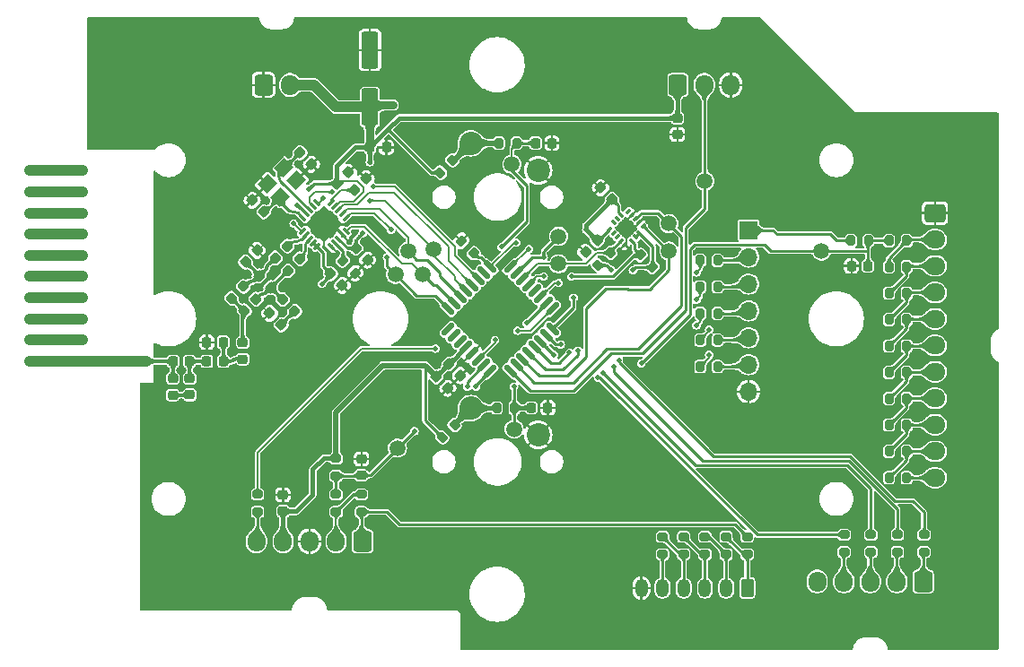
<source format=gbr>
%TF.GenerationSoftware,KiCad,Pcbnew,8.0.4-8.0.4-0~ubuntu22.04.1*%
%TF.CreationDate,2024-08-24T11:38:03-03:00*%
%TF.ProjectId,Antares-Transmitter,416e7461-7265-4732-9d54-72616e736d69,1.0.0*%
%TF.SameCoordinates,Original*%
%TF.FileFunction,Copper,L1,Top*%
%TF.FilePolarity,Positive*%
%FSLAX46Y46*%
G04 Gerber Fmt 4.6, Leading zero omitted, Abs format (unit mm)*
G04 Created by KiCad (PCBNEW 8.0.4-8.0.4-0~ubuntu22.04.1) date 2024-08-24 11:38:03*
%MOMM*%
%LPD*%
G01*
G04 APERTURE LIST*
G04 Aperture macros list*
%AMRoundRect*
0 Rectangle with rounded corners*
0 $1 Rounding radius*
0 $2 $3 $4 $5 $6 $7 $8 $9 X,Y pos of 4 corners*
0 Add a 4 corners polygon primitive as box body*
4,1,4,$2,$3,$4,$5,$6,$7,$8,$9,$2,$3,0*
0 Add four circle primitives for the rounded corners*
1,1,$1+$1,$2,$3*
1,1,$1+$1,$4,$5*
1,1,$1+$1,$6,$7*
1,1,$1+$1,$8,$9*
0 Add four rect primitives between the rounded corners*
20,1,$1+$1,$2,$3,$4,$5,0*
20,1,$1+$1,$4,$5,$6,$7,0*
20,1,$1+$1,$6,$7,$8,$9,0*
20,1,$1+$1,$8,$9,$2,$3,0*%
%AMRotRect*
0 Rectangle, with rotation*
0 The origin of the aperture is its center*
0 $1 length*
0 $2 width*
0 $3 Rotation angle, in degrees counterclockwise*
0 Add horizontal line*
21,1,$1,$2,0,0,$3*%
%AMOutline4P*
0 Free polygon, 4 corners , with rotation*
0 The origin of the aperture is its center*
0 number of corners: always 4*
0 $1 to $8 corner X, Y*
0 $9 Rotation angle, in degrees counterclockwise*
0 create outline with 4 corners*
4,1,4,$1,$2,$3,$4,$5,$6,$7,$8,$1,$2,$9*%
G04 Aperture macros list end*
%TA.AperFunction,EtchedComponent*%
%ADD10C,1.000000*%
%TD*%
%TA.AperFunction,SMDPad,CuDef*%
%ADD11RoundRect,0.225000X0.250000X-0.225000X0.250000X0.225000X-0.250000X0.225000X-0.250000X-0.225000X0*%
%TD*%
%TA.AperFunction,SMDPad,CuDef*%
%ADD12C,1.500000*%
%TD*%
%TA.AperFunction,ComponentPad*%
%ADD13C,1.000000*%
%TD*%
%TA.AperFunction,SMDPad,CuDef*%
%ADD14Outline4P,-0.350000X-0.400000X0.350000X-0.400000X0.050000X0.400000X-0.050000X0.400000X270.000000*%
%TD*%
%TA.AperFunction,SMDPad,CuDef*%
%ADD15RoundRect,0.200000X0.335876X0.053033X0.053033X0.335876X-0.335876X-0.053033X-0.053033X-0.335876X0*%
%TD*%
%TA.AperFunction,SMDPad,CuDef*%
%ADD16RoundRect,0.200000X-0.275000X0.200000X-0.275000X-0.200000X0.275000X-0.200000X0.275000X0.200000X0*%
%TD*%
%TA.AperFunction,SMDPad,CuDef*%
%ADD17RoundRect,0.225000X-0.017678X0.335876X-0.335876X0.017678X0.017678X-0.335876X0.335876X-0.017678X0*%
%TD*%
%TA.AperFunction,SMDPad,CuDef*%
%ADD18RoundRect,0.200000X0.200000X0.275000X-0.200000X0.275000X-0.200000X-0.275000X0.200000X-0.275000X0*%
%TD*%
%TA.AperFunction,SMDPad,CuDef*%
%ADD19RoundRect,0.200000X-0.200000X-0.275000X0.200000X-0.275000X0.200000X0.275000X-0.200000X0.275000X0*%
%TD*%
%TA.AperFunction,SMDPad,CuDef*%
%ADD20RoundRect,0.250000X0.550000X-1.500000X0.550000X1.500000X-0.550000X1.500000X-0.550000X-1.500000X0*%
%TD*%
%TA.AperFunction,SMDPad,CuDef*%
%ADD21RoundRect,0.225000X-0.250000X0.225000X-0.250000X-0.225000X0.250000X-0.225000X0.250000X0.225000X0*%
%TD*%
%TA.AperFunction,SMDPad,CuDef*%
%ADD22RoundRect,0.218750X0.335876X0.026517X0.026517X0.335876X-0.335876X-0.026517X-0.026517X-0.335876X0*%
%TD*%
%TA.AperFunction,SMDPad,CuDef*%
%ADD23RoundRect,0.225000X0.225000X0.250000X-0.225000X0.250000X-0.225000X-0.250000X0.225000X-0.250000X0*%
%TD*%
%TA.AperFunction,SMDPad,CuDef*%
%ADD24RoundRect,0.200000X0.053033X-0.335876X0.335876X-0.053033X-0.053033X0.335876X-0.335876X0.053033X0*%
%TD*%
%TA.AperFunction,SMDPad,CuDef*%
%ADD25RoundRect,0.200000X-0.335876X-0.053033X-0.053033X-0.335876X0.335876X0.053033X0.053033X0.335876X0*%
%TD*%
%TA.AperFunction,SMDPad,CuDef*%
%ADD26RoundRect,0.218750X0.218750X0.256250X-0.218750X0.256250X-0.218750X-0.256250X0.218750X-0.256250X0*%
%TD*%
%TA.AperFunction,SMDPad,CuDef*%
%ADD27RoundRect,0.218750X-0.026517X0.335876X-0.335876X0.026517X0.026517X-0.335876X0.335876X-0.026517X0*%
%TD*%
%TA.AperFunction,SMDPad,CuDef*%
%ADD28RoundRect,0.218750X-0.256250X0.218750X-0.256250X-0.218750X0.256250X-0.218750X0.256250X0.218750X0*%
%TD*%
%TA.AperFunction,SMDPad,CuDef*%
%ADD29RoundRect,0.087500X-0.070711X-0.194454X0.194454X0.070711X0.070711X0.194454X-0.194454X-0.070711X0*%
%TD*%
%TA.AperFunction,SMDPad,CuDef*%
%ADD30RoundRect,0.087500X0.070711X-0.194454X0.194454X-0.070711X-0.070711X0.194454X-0.194454X0.070711X0*%
%TD*%
%TA.AperFunction,SMDPad,CuDef*%
%ADD31RoundRect,0.125000X-0.353553X-0.530330X0.530330X0.353553X0.353553X0.530330X-0.530330X-0.353553X0*%
%TD*%
%TA.AperFunction,SMDPad,CuDef*%
%ADD32RoundRect,0.125000X0.353553X-0.530330X0.530330X-0.353553X-0.353553X0.530330X-0.530330X0.353553X0*%
%TD*%
%TA.AperFunction,SMDPad,CuDef*%
%ADD33RoundRect,0.225000X-0.225000X-0.250000X0.225000X-0.250000X0.225000X0.250000X-0.225000X0.250000X0*%
%TD*%
%TA.AperFunction,SMDPad,CuDef*%
%ADD34RoundRect,0.225000X-0.335876X-0.017678X-0.017678X-0.335876X0.335876X0.017678X0.017678X0.335876X0*%
%TD*%
%TA.AperFunction,SMDPad,CuDef*%
%ADD35RoundRect,0.225000X0.017678X-0.335876X0.335876X-0.017678X-0.017678X0.335876X-0.335876X0.017678X0*%
%TD*%
%TA.AperFunction,SMDPad,CuDef*%
%ADD36RoundRect,0.225000X0.335876X0.017678X0.017678X0.335876X-0.335876X-0.017678X-0.017678X-0.335876X0*%
%TD*%
%TA.AperFunction,SMDPad,CuDef*%
%ADD37RoundRect,0.218750X0.256250X-0.218750X0.256250X0.218750X-0.256250X0.218750X-0.256250X-0.218750X0*%
%TD*%
%TA.AperFunction,SMDPad,CuDef*%
%ADD38RotRect,1.400000X1.200000X225.000000*%
%TD*%
%TA.AperFunction,SMDPad,CuDef*%
%ADD39RoundRect,0.062500X0.203293X0.291682X-0.291682X-0.203293X-0.203293X-0.291682X0.291682X0.203293X0*%
%TD*%
%TA.AperFunction,SMDPad,CuDef*%
%ADD40RoundRect,0.062500X-0.203293X0.291682X-0.291682X0.203293X0.203293X-0.291682X0.291682X-0.203293X0*%
%TD*%
%TA.AperFunction,HeatsinkPad*%
%ADD41C,0.500000*%
%TD*%
%TA.AperFunction,HeatsinkPad*%
%ADD42RotRect,2.500000X2.500000X225.000000*%
%TD*%
%TA.AperFunction,ComponentPad*%
%ADD43R,1.700000X1.700000*%
%TD*%
%TA.AperFunction,ComponentPad*%
%ADD44O,1.700000X1.700000*%
%TD*%
%TA.AperFunction,ComponentPad*%
%ADD45RoundRect,0.250000X-0.725000X0.600000X-0.725000X-0.600000X0.725000X-0.600000X0.725000X0.600000X0*%
%TD*%
%TA.AperFunction,ComponentPad*%
%ADD46O,1.950000X1.700000*%
%TD*%
%TA.AperFunction,ComponentPad*%
%ADD47RoundRect,0.250000X0.600000X0.725000X-0.600000X0.725000X-0.600000X-0.725000X0.600000X-0.725000X0*%
%TD*%
%TA.AperFunction,ComponentPad*%
%ADD48O,1.700000X1.950000*%
%TD*%
%TA.AperFunction,ComponentPad*%
%ADD49RoundRect,0.250000X-0.600000X-0.725000X0.600000X-0.725000X0.600000X0.725000X-0.600000X0.725000X0*%
%TD*%
%TA.AperFunction,ComponentPad*%
%ADD50RoundRect,0.250000X0.350000X0.625000X-0.350000X0.625000X-0.350000X-0.625000X0.350000X-0.625000X0*%
%TD*%
%TA.AperFunction,ComponentPad*%
%ADD51O,1.200000X1.750000*%
%TD*%
%TA.AperFunction,ComponentPad*%
%ADD52C,2.200000*%
%TD*%
%TA.AperFunction,ViaPad*%
%ADD53C,0.500000*%
%TD*%
%TA.AperFunction,ViaPad*%
%ADD54C,0.700000*%
%TD*%
%TA.AperFunction,ViaPad*%
%ADD55C,0.800000*%
%TD*%
%TA.AperFunction,Conductor*%
%ADD56C,0.150000*%
%TD*%
%TA.AperFunction,Conductor*%
%ADD57C,0.200000*%
%TD*%
%TA.AperFunction,Conductor*%
%ADD58C,0.250000*%
%TD*%
%TA.AperFunction,Conductor*%
%ADD59C,0.300000*%
%TD*%
%TA.AperFunction,Conductor*%
%ADD60C,0.500000*%
%TD*%
%TA.AperFunction,Conductor*%
%ADD61C,0.400000*%
%TD*%
%TA.AperFunction,Conductor*%
%ADD62C,1.000000*%
%TD*%
%TA.AperFunction,Conductor*%
%ADD63C,0.750000*%
%TD*%
G04 APERTURE END LIST*
D10*
%TO.C,AE301*%
X83100000Y-105000000D02*
X88100001Y-105000000D01*
X83100000Y-107000000D02*
X88100000Y-107000000D01*
X83100000Y-109000000D02*
X88100000Y-109000001D01*
X83100000Y-111000000D02*
X88100000Y-111000000D01*
X83100000Y-113000000D02*
X88100000Y-113000000D01*
X83100000Y-115000000D02*
X88100000Y-115000000D01*
X83100000Y-117000000D02*
X88100000Y-117000000D01*
X83100000Y-119000000D02*
X88100000Y-118999999D01*
X83100000Y-121000000D02*
X88100000Y-121000000D01*
X94100000Y-123000000D02*
X83100000Y-123000000D01*
%TD*%
D11*
%TO.P,C601,1*%
%TO.N,/Control Buttons/BTNS_CONTROL*%
X114400000Y-133775000D03*
%TO.P,C601,2*%
%TO.N,GND*%
X114400000Y-132225000D03*
%TD*%
D12*
%TO.P,TP702,1,1*%
%TO.N,/MCU/BTN_STRUM_UP*%
X128800000Y-129400000D03*
%TD*%
D13*
%TO.P,AE301,*%
%TO.N,*%
X83100000Y-123000000D03*
X83100000Y-121000000D03*
X88100000Y-121000000D03*
X83100000Y-119000000D03*
X88100000Y-118999999D03*
X83100000Y-117000000D03*
X88100000Y-117000000D03*
X83100000Y-115000000D03*
X88100000Y-115000000D03*
X83100000Y-113000000D03*
X88100000Y-113000000D03*
X83100000Y-111000000D03*
X88100000Y-111000000D03*
X88100000Y-109000001D03*
X83100000Y-109000000D03*
X83100000Y-107000000D03*
X88100000Y-107000000D03*
X83100000Y-105000000D03*
X88100001Y-105000000D03*
D14*
%TO.P,AE301,1,A*%
%TO.N,/Radio 915MHz/ANT*%
X94800000Y-123000000D03*
%TD*%
D12*
%TO.P,TP304,1,1*%
%TO.N,/MCU/CC1101_MOSI*%
X120200000Y-114800000D03*
%TD*%
D15*
%TO.P,R801,1*%
%TO.N,+3V3*%
X141883363Y-114133363D03*
%TO.P,R801,2*%
%TO.N,/Accelerometer/ACC_SDA*%
X140716637Y-112966637D03*
%TD*%
D12*
%TO.P,TP303,1,1*%
%TO.N,/MCU/CC1101_MISO*%
X118800000Y-112600000D03*
%TD*%
%TO.P,TP701,1,1*%
%TO.N,/MCU/BTN_STRUM_DOWN*%
X128600000Y-104400000D03*
%TD*%
%TO.P,TP501,1,1*%
%TO.N,/MCU/POT_WHAM*%
X146800000Y-106000000D03*
%TD*%
D16*
%TO.P,R608,1*%
%TO.N,/Control Buttons/BT_DOWN*%
X142800000Y-139575000D03*
%TO.P,R608,2*%
%TO.N,/Control Buttons/BT_UP*%
X142800000Y-141225000D03*
%TD*%
D17*
%TO.P,C802,1*%
%TO.N,+3V3*%
X136648008Y-111601992D03*
%TO.P,C802,2*%
%TO.N,GND*%
X135551992Y-112698008D03*
%TD*%
%TO.P,C307,1*%
%TO.N,GND*%
X104557533Y-112520642D03*
%TO.P,C307,2*%
%TO.N,/Radio 915MHz/RF_P1*%
X103461517Y-113616658D03*
%TD*%
D16*
%TO.P,R609,1*%
%TO.N,/Control Buttons/LED_WORK*%
X104600000Y-135575000D03*
%TO.P,R609,2*%
%TO.N,Net-(J601-Pin_5)*%
X104600000Y-137225000D03*
%TD*%
D12*
%TO.P,TP804,1,1*%
%TO.N,/Accelerometer/ACC_SCL*%
X133000000Y-113800000D03*
%TD*%
D18*
%TO.P,R701,1*%
%TO.N,/MCU/BTN_STRUM_DOWN*%
X129025000Y-102400000D03*
%TO.P,R701,2*%
%TO.N,/Strum bar/SW_DN*%
X127375000Y-102400000D03*
%TD*%
D19*
%TO.P,R403,1*%
%TO.N,/Notes/BTN_ORANGE\u002A*%
X164175000Y-114088888D03*
%TO.P,R403,2*%
%TO.N,/Notes/BTN_BLUE\u002A*%
X165825000Y-114088888D03*
%TD*%
%TO.P,R1003,1*%
%TO.N,/Debugging/DBG_~{RST}*%
X146350000Y-118480000D03*
%TO.P,R1003,2*%
%TO.N,/Debugging/~{RST}*%
X148000000Y-118480000D03*
%TD*%
D20*
%TO.P,C1101,1*%
%TO.N,+3V3*%
X115200000Y-99000000D03*
%TO.P,C1101,2*%
%TO.N,GND*%
X115200000Y-93600000D03*
%TD*%
D21*
%TO.P,C501,1*%
%TO.N,+3V3*%
X144200000Y-100025000D03*
%TO.P,C501,2*%
%TO.N,GND*%
X144200000Y-101575000D03*
%TD*%
D19*
%TO.P,R409,1*%
%TO.N,/Notes/BTN_BLUE*%
X164175000Y-129022216D03*
%TO.P,R409,2*%
%TO.N,/Notes/BTN_YELLOW*%
X165825000Y-129022216D03*
%TD*%
D22*
%TO.P,L303,1*%
%TO.N,Net-(C309-Pad1)*%
X108093069Y-118283562D03*
%TO.P,L303,2*%
%TO.N,/Radio 915MHz/RF_N1*%
X106979375Y-117169868D03*
%TD*%
D16*
%TO.P,R903,1*%
%TO.N,/LEDs/LED_P3*%
X162450000Y-139375000D03*
%TO.P,R903,2*%
%TO.N,Net-(J901-Pin_3)*%
X162450000Y-141025000D03*
%TD*%
D23*
%TO.P,C311,1*%
%TO.N,/Radio 915MHz/RF_C1*%
X101350000Y-121200000D03*
%TO.P,C311,2*%
%TO.N,GND*%
X99800000Y-121200000D03*
%TD*%
D16*
%TO.P,R904,1*%
%TO.N,/LEDs/LED_P4*%
X159940000Y-139375000D03*
%TO.P,R904,2*%
%TO.N,Net-(J901-Pin_4)*%
X159940000Y-141025000D03*
%TD*%
D24*
%TO.P,R704,1*%
%TO.N,+3V3*%
X122016637Y-130183363D03*
%TO.P,R704,2*%
%TO.N,/Strum bar/SW_UP*%
X123183363Y-129016637D03*
%TD*%
%TO.P,R802,1*%
%TO.N,+3V3*%
X136716637Y-113933363D03*
%TO.P,R802,2*%
%TO.N,/Accelerometer/ACC_SCL*%
X137883363Y-112766637D03*
%TD*%
D11*
%TO.P,C602,1*%
%TO.N,+3V3*%
X107000000Y-137175000D03*
%TO.P,C602,2*%
%TO.N,GND*%
X107000000Y-135625000D03*
%TD*%
D12*
%TO.P,TP601,1,1*%
%TO.N,/Control Buttons/BTNS_CONTROL*%
X117800000Y-131200000D03*
%TD*%
D16*
%TO.P,R901,1*%
%TO.N,/LEDs/LED_P1*%
X167470000Y-139375000D03*
%TO.P,R901,2*%
%TO.N,Net-(J901-Pin_1)*%
X167470000Y-141025000D03*
%TD*%
D25*
%TO.P,R201,1*%
%TO.N,GND*%
X123816637Y-111616637D03*
%TO.P,R201,2*%
%TO.N,/Debugging/DBG_SWCLK*%
X124983363Y-112783363D03*
%TD*%
D26*
%TO.P,L306,1*%
%TO.N,/Radio 915MHz/RF_C1*%
X101387501Y-123000000D03*
%TO.P,L306,2*%
%TO.N,/Radio 915MHz/RF_C2*%
X99812499Y-123000000D03*
%TD*%
D27*
%TO.P,L304,1*%
%TO.N,/Radio 915MHz/RF_P1*%
X103256843Y-115933644D03*
%TO.P,L304,2*%
%TO.N,/Radio 915MHz/RF_C*%
X102143149Y-117047338D03*
%TD*%
D28*
%TO.P,L305,1*%
%TO.N,/Radio 915MHz/RF_C*%
X103200000Y-121224998D03*
%TO.P,L305,2*%
%TO.N,/Radio 915MHz/RF_C1*%
X103200000Y-122800000D03*
%TD*%
D19*
%TO.P,R408,1*%
%TO.N,/Notes/BTN_ORANGE*%
X164175000Y-126533328D03*
%TO.P,R408,2*%
%TO.N,/Notes/BTN_BLUE*%
X165825000Y-126533328D03*
%TD*%
%TO.P,R410,1*%
%TO.N,/Notes/BTN_YELLOW*%
X164175000Y-131511104D03*
%TO.P,R410,2*%
%TO.N,/Notes/BTN_RED*%
X165825000Y-131511104D03*
%TD*%
D24*
%TO.P,R703,1*%
%TO.N,+3V3*%
X121816637Y-105183363D03*
%TO.P,R703,2*%
%TO.N,/Strum bar/SW_DN*%
X122983363Y-104016637D03*
%TD*%
D12*
%TO.P,TP803,1,1*%
%TO.N,/Accelerometer/ACC_SDA*%
X133000000Y-111200000D03*
%TD*%
D29*
%TO.P,U801,1,VDD_IO*%
%TO.N,+3V3*%
X137826687Y-110559099D03*
%TO.P,U801,2,NC*%
%TO.N,unconnected-(U801-NC-Pad2)*%
X138180241Y-110912652D03*
%TO.P,U801,3,NC*%
%TO.N,unconnected-(U801-NC-Pad3)*%
X138533794Y-111266206D03*
%TO.P,U801,4,SCL/SPC*%
%TO.N,/Accelerometer/ACC_SCL*%
X138887348Y-111619759D03*
%TO.P,U801,5,GND*%
%TO.N,GND*%
X139240901Y-111973313D03*
D30*
%TO.P,U801,6,SDA/SDI/SDO*%
%TO.N,/Accelerometer/ACC_SDA*%
X139912652Y-111619759D03*
%TO.P,U801,7,SDO/SA0*%
%TO.N,+3V3*%
X140266206Y-111266206D03*
%TO.P,U801,8,CS*%
X140619759Y-110912652D03*
D29*
%TO.P,U801,9,INT2*%
%TO.N,/Accelerometer/ACC_INT2*%
X140973313Y-110240901D03*
%TO.P,U801,10,GND*%
%TO.N,GND*%
X140619759Y-109887348D03*
%TO.P,U801,11,INT1*%
%TO.N,/Accelerometer/ACC_INT1*%
X140266206Y-109533794D03*
%TO.P,U801,12,GND*%
%TO.N,GND*%
X139912652Y-109180241D03*
%TO.P,U801,13,ADC3*%
%TO.N,unconnected-(U801-ADC3-Pad13)*%
X139559099Y-108826687D03*
D30*
%TO.P,U801,14,VDD*%
%TO.N,+3V3*%
X138887348Y-109180241D03*
%TO.P,U801,15,ADC2*%
%TO.N,unconnected-(U801-ADC2-Pad15)*%
X138533794Y-109533794D03*
%TO.P,U801,16,ADC1*%
%TO.N,unconnected-(U801-ADC1-Pad16)*%
X138180241Y-109887348D03*
%TD*%
D16*
%TO.P,R606,1*%
%TO.N,/Control Buttons/BT_LEFT*%
X146800000Y-139575000D03*
%TO.P,R606,2*%
%TO.N,/Control Buttons/BT_RIGHT*%
X146800000Y-141225000D03*
%TD*%
D31*
%TO.P,U201,1,PB9*%
%TO.N,unconnected-(U201-PB9-Pad1)*%
X122567930Y-119972272D03*
%TO.P,U201,2,PC14*%
%TO.N,unconnected-(U201-PC14-Pad2)*%
X123133616Y-120537957D03*
%TO.P,U201,3,PC15*%
%TO.N,unconnected-(U201-PC15-Pad3)*%
X123699301Y-121103643D03*
%TO.P,U201,4,VDD*%
%TO.N,+3V3*%
X124264986Y-121669328D03*
%TO.P,U201,5,VSS*%
%TO.N,GND*%
X124830672Y-122235014D03*
%TO.P,U201,6,NRST*%
%TO.N,/Debugging/DBG_~{RST}*%
X125396357Y-122800699D03*
%TO.P,U201,7,PA0*%
%TO.N,/Control Buttons/BTNS_CONTROL*%
X125962043Y-123366384D03*
%TO.P,U201,8,PA1*%
%TO.N,/MCU/BTNS_NOTES*%
X126527728Y-123932070D03*
D32*
%TO.P,U201,9,PA2*%
%TO.N,/MCU/POT_WHAM*%
X128472272Y-123932070D03*
%TO.P,U201,10,PA3*%
%TO.N,/Accelerometer/ACC_INT1*%
X129037957Y-123366384D03*
%TO.P,U201,11,PA4*%
%TO.N,/Accelerometer/ACC_INT2*%
X129603643Y-122800699D03*
%TO.P,U201,12,PA5*%
%TO.N,/LEDs/LED_P1*%
X130169328Y-122235014D03*
%TO.P,U201,13,PA6*%
%TO.N,/LEDs/LED_P2*%
X130735014Y-121669328D03*
%TO.P,U201,14,PA7*%
%TO.N,/LEDs/LED_P3*%
X131300699Y-121103643D03*
%TO.P,U201,15,PB0*%
%TO.N,/MCU/BTN_STRUM_UP*%
X131866384Y-120537957D03*
%TO.P,U201,16,PB1*%
%TO.N,/MCU/BTN_STRUM_DOWN*%
X132432070Y-119972272D03*
D31*
%TO.P,U201,17,PB2*%
%TO.N,/Control Buttons/LED_WORK*%
X132432070Y-118027728D03*
%TO.P,U201,18,PA8*%
%TO.N,/LEDs/LED_P4*%
X131866384Y-117462043D03*
%TO.P,U201,19,PA9/NC*%
%TO.N,/Debugging/DBG_TX*%
X131300699Y-116896357D03*
%TO.P,U201,20,PC6*%
%TO.N,unconnected-(U201-PC6-Pad20)*%
X130735014Y-116330672D03*
%TO.P,U201,21,PA10/NC*%
%TO.N,/Debugging/DBG_RX*%
X130169328Y-115764986D03*
%TO.P,U201,22,PA11/PA9*%
%TO.N,/Accelerometer/ACC_SCL*%
X129603643Y-115199301D03*
%TO.P,U201,23,PA12/PA10*%
%TO.N,/Accelerometer/ACC_SDA*%
X129037957Y-114633616D03*
%TO.P,U201,24,PA13*%
%TO.N,/Debugging/DBG_SWDIO*%
X128472272Y-114067930D03*
D32*
%TO.P,U201,25,PA14*%
%TO.N,/Debugging/DBG_SWCLK*%
X126527728Y-114067930D03*
%TO.P,U201,26,PA15*%
%TO.N,unconnected-(U201-PA15-Pad26)*%
X125962043Y-114633616D03*
%TO.P,U201,27,PB3*%
%TO.N,/MCU/CC1101_GDO0*%
X125396357Y-115199301D03*
%TO.P,U201,28,PB4*%
%TO.N,/MCU/CC1101_GDO2*%
X124830672Y-115764986D03*
%TO.P,U201,29,PB5*%
%TO.N,/MCU/CC1101_~{CS}*%
X124264986Y-116330672D03*
%TO.P,U201,30,PB6*%
%TO.N,/MCU/CC1101_MISO*%
X123699301Y-116896357D03*
%TO.P,U201,31,PB7*%
%TO.N,/MCU/CC1101_MOSI*%
X123133616Y-117462043D03*
%TO.P,U201,32,PB8*%
%TO.N,/MCU/CC1101_SCK*%
X122567930Y-118027728D03*
%TD*%
D33*
%TO.P,C702,1*%
%TO.N,/MCU/BTN_STRUM_UP*%
X130425000Y-127400000D03*
%TO.P,C702,2*%
%TO.N,GND*%
X131975000Y-127400000D03*
%TD*%
D16*
%TO.P,R604,1*%
%TO.N,/Control Buttons/BT_START*%
X150800000Y-139575000D03*
%TO.P,R604,2*%
%TO.N,/Control Buttons/BT_MODE*%
X150800000Y-141225000D03*
%TD*%
%TO.P,R603,1*%
%TO.N,/Control Buttons/BT_SELECT*%
X114400000Y-135575000D03*
%TO.P,R603,2*%
%TO.N,/Control Buttons/BT_START*%
X114400000Y-137225000D03*
%TD*%
D19*
%TO.P,R405,1*%
%TO.N,/Notes/BTN_YELLOW\u002A*%
X164175000Y-119066664D03*
%TO.P,R405,2*%
%TO.N,/Notes/BTN_RED\u002A*%
X165825000Y-119066664D03*
%TD*%
D17*
%TO.P,C310,1*%
%TO.N,/Radio 915MHz/RF_N1*%
X104448004Y-117142483D03*
%TO.P,C310,2*%
%TO.N,/Radio 915MHz/RF_C*%
X103351988Y-118238499D03*
%TD*%
D34*
%TO.P,C308,1*%
%TO.N,/Radio 915MHz/RF_P1*%
X104751988Y-114942483D03*
%TO.P,C308,2*%
%TO.N,/Radio 915MHz/RF_N1*%
X105848004Y-116038499D03*
%TD*%
D19*
%TO.P,R1005,1*%
%TO.N,/Debugging/DBG_SWCLK*%
X146350000Y-123500000D03*
%TO.P,R1005,2*%
%TO.N,/Debugging/SWCLK*%
X148000000Y-123500000D03*
%TD*%
D16*
%TO.P,R902,1*%
%TO.N,/LEDs/LED_P2*%
X164960000Y-139375000D03*
%TO.P,R902,2*%
%TO.N,Net-(J901-Pin_2)*%
X164960000Y-141025000D03*
%TD*%
D35*
%TO.P,C305,1*%
%TO.N,+3V3*%
X112087774Y-106238499D03*
%TO.P,C305,2*%
%TO.N,GND*%
X113183790Y-105142483D03*
%TD*%
D19*
%TO.P,R1004,1*%
%TO.N,/Debugging/DBG_SWDIO*%
X146350000Y-120990000D03*
%TO.P,R1004,2*%
%TO.N,/Debugging/SWDIO*%
X148000000Y-120990000D03*
%TD*%
D16*
%TO.P,R602,1*%
%TO.N,/Control Buttons/BTNS_CONTROL*%
X112000000Y-135575000D03*
%TO.P,R602,2*%
%TO.N,/Control Buttons/BT_SELECT*%
X112000000Y-137225000D03*
%TD*%
D34*
%TO.P,C202,1*%
%TO.N,+3V3*%
X121451992Y-124451992D03*
%TO.P,C202,2*%
%TO.N,GND*%
X122548008Y-125548008D03*
%TD*%
D27*
%TO.P,L302,1*%
%TO.N,/Radio 915MHz/RF_N*%
X108592629Y-113333644D03*
%TO.P,L302,2*%
%TO.N,/Radio 915MHz/RF_N1*%
X107478935Y-114447338D03*
%TD*%
%TO.P,L301,1*%
%TO.N,/Radio 915MHz/RF_P*%
X107392629Y-112133644D03*
%TO.P,L301,2*%
%TO.N,/Radio 915MHz/RF_P1*%
X106278935Y-113247338D03*
%TD*%
D23*
%TO.P,C313,1*%
%TO.N,/Radio 915MHz/RF_C2*%
X98175000Y-123000000D03*
%TO.P,C313,2*%
%TO.N,/Radio 915MHz/ANT*%
X96625000Y-123000000D03*
%TD*%
D36*
%TO.P,C309,1*%
%TO.N,Net-(C309-Pad1)*%
X106820276Y-119556355D03*
%TO.P,C309,2*%
%TO.N,GND*%
X105724260Y-118460339D03*
%TD*%
D19*
%TO.P,R404,1*%
%TO.N,/Notes/BTN_BLUE\u002A*%
X164175000Y-116577776D03*
%TO.P,R404,2*%
%TO.N,/Notes/BTN_YELLOW\u002A*%
X165825000Y-116577776D03*
%TD*%
D33*
%TO.P,C701,1*%
%TO.N,/MCU/BTN_STRUM_DOWN*%
X130825000Y-102400000D03*
%TO.P,C701,2*%
%TO.N,GND*%
X132375000Y-102400000D03*
%TD*%
D19*
%TO.P,R401,1*%
%TO.N,+3V3*%
X160575000Y-111600000D03*
%TO.P,R401,2*%
%TO.N,/MCU/BTNS_NOTES*%
X162225000Y-111600000D03*
%TD*%
D34*
%TO.P,C304,1*%
%TO.N,+3V3*%
X113887774Y-112342483D03*
%TO.P,C304,2*%
%TO.N,GND*%
X114983790Y-113438499D03*
%TD*%
D37*
%TO.P,L307,1*%
%TO.N,Net-(C312-Pad2)*%
X96600000Y-126187501D03*
%TO.P,L307,2*%
%TO.N,/Radio 915MHz/ANT*%
X96600000Y-124612499D03*
%TD*%
D19*
%TO.P,R407,1*%
%TO.N,/Notes/BTN_GREEN\u002A*%
X164175000Y-124044440D03*
%TO.P,R407,2*%
%TO.N,/Notes/BTN_ORANGE*%
X165825000Y-124044440D03*
%TD*%
%TO.P,R1002,1*%
%TO.N,/Debugging/DBG_RX*%
X146350000Y-115970000D03*
%TO.P,R1002,2*%
%TO.N,/Debugging/RX*%
X148000000Y-115970000D03*
%TD*%
D34*
%TO.P,C301,1*%
%TO.N,/Radio 915MHz/X1*%
X108587774Y-103292483D03*
%TO.P,C301,2*%
%TO.N,GND*%
X109683790Y-104388499D03*
%TD*%
D25*
%TO.P,R301,1*%
%TO.N,Net-(U301-RBIAS)*%
X112652420Y-113507128D03*
%TO.P,R301,2*%
%TO.N,GND*%
X113819146Y-114673854D03*
%TD*%
D38*
%TO.P,Y301,1,1*%
%TO.N,/Radio 915MHz/X1*%
X107062559Y-104711632D03*
%TO.P,Y301,2,2*%
%TO.N,GND*%
X105506924Y-106267267D03*
%TO.P,Y301,3,3*%
%TO.N,/Radio 915MHz/X2*%
X106709005Y-107469348D03*
%TO.P,Y301,4,4*%
%TO.N,GND*%
X108264640Y-105913713D03*
%TD*%
D21*
%TO.P,C312,1*%
%TO.N,/Radio 915MHz/RF_C2*%
X98200000Y-124625000D03*
%TO.P,C312,2*%
%TO.N,Net-(C312-Pad2)*%
X98200000Y-126175000D03*
%TD*%
D35*
%TO.P,C303,1*%
%TO.N,Net-(U301-DCOUPL)*%
X113737774Y-106838499D03*
%TO.P,C303,2*%
%TO.N,GND*%
X114833790Y-105742483D03*
%TD*%
D34*
%TO.P,C306,1*%
%TO.N,+3V3*%
X111487774Y-114742483D03*
%TO.P,C306,2*%
%TO.N,GND*%
X112583790Y-115838499D03*
%TD*%
D23*
%TO.P,C401,1*%
%TO.N,/MCU/BTNS_NOTES*%
X162175000Y-114000000D03*
%TO.P,C401,2*%
%TO.N,GND*%
X160625000Y-114000000D03*
%TD*%
D16*
%TO.P,R607,1*%
%TO.N,/Control Buttons/BT_RIGHT*%
X144800000Y-139575000D03*
%TO.P,R607,2*%
%TO.N,/Control Buttons/BT_DOWN*%
X144800000Y-141225000D03*
%TD*%
%TO.P,R605,1*%
%TO.N,/Control Buttons/BT_MODE*%
X148800000Y-139575000D03*
%TO.P,R605,2*%
%TO.N,/Control Buttons/BT_LEFT*%
X148800000Y-141225000D03*
%TD*%
D39*
%TO.P,U301,1,SCLK*%
%TO.N,/MCU/CC1101_SCK*%
X112962908Y-109427578D03*
%TO.P,U301,2,SO(GDO1)*%
%TO.N,/MCU/CC1101_MISO*%
X112609355Y-109074025D03*
%TO.P,U301,3,GDO2*%
%TO.N,/MCU/CC1101_GDO2*%
X112255801Y-108720472D03*
%TO.P,U301,4,DVDD*%
%TO.N,+3V3*%
X111902248Y-108366918D03*
%TO.P,U301,5,DCOUPL*%
%TO.N,Net-(U301-DCOUPL)*%
X111548695Y-108013365D03*
D40*
%TO.P,U301,6,GDO0*%
%TO.N,/MCU/CC1101_GDO0*%
X110222869Y-108013365D03*
%TO.P,U301,7,~{CS}*%
%TO.N,/MCU/CC1101_~{CS}*%
X109869316Y-108366918D03*
%TO.P,U301,8,XOSC_Q1*%
%TO.N,/Radio 915MHz/X1*%
X109515763Y-108720472D03*
%TO.P,U301,9,AVDD*%
%TO.N,+3V3*%
X109162209Y-109074025D03*
%TO.P,U301,10,XOSC_Q2*%
%TO.N,/Radio 915MHz/X2*%
X108808656Y-109427578D03*
D39*
%TO.P,U301,11,AVDD*%
%TO.N,+3V3*%
X108808656Y-110753404D03*
%TO.P,U301,12,RF_P*%
%TO.N,/Radio 915MHz/RF_P*%
X109162209Y-111106957D03*
%TO.P,U301,13,RF_N*%
%TO.N,/Radio 915MHz/RF_N*%
X109515763Y-111460510D03*
%TO.P,U301,14,AVDD*%
%TO.N,+3V3*%
X109869316Y-111814064D03*
%TO.P,U301,15,AVDD*%
X110222869Y-112167617D03*
D40*
%TO.P,U301,16,GND*%
%TO.N,GND*%
X111548695Y-112167617D03*
%TO.P,U301,17,RBIAS*%
%TO.N,Net-(U301-RBIAS)*%
X111902248Y-111814064D03*
%TO.P,U301,18,DGUARD*%
%TO.N,+3V3*%
X112255801Y-111460510D03*
%TO.P,U301,19,GND*%
%TO.N,GND*%
X112609355Y-111106957D03*
%TO.P,U301,20,SI*%
%TO.N,/MCU/CC1101_MOSI*%
X112962908Y-110753404D03*
D41*
%TO.P,U301,21,PAD*%
%TO.N,GND*%
X112299996Y-110090491D03*
X110885782Y-108676277D03*
D42*
X110885782Y-110090491D03*
D41*
X110885782Y-111504705D03*
X109471568Y-110090491D03*
%TD*%
D12*
%TO.P,TP401,1,1*%
%TO.N,/MCU/BTNS_NOTES*%
X157800000Y-112600000D03*
%TD*%
D19*
%TO.P,R406,1*%
%TO.N,/Notes/BTN_RED\u002A*%
X164175000Y-121555552D03*
%TO.P,R406,2*%
%TO.N,/Notes/BTN_GREEN\u002A*%
X165825000Y-121555552D03*
%TD*%
D18*
%TO.P,R702,1*%
%TO.N,/MCU/BTN_STRUM_UP*%
X128825000Y-127400000D03*
%TO.P,R702,2*%
%TO.N,/Strum bar/SW_UP*%
X127175000Y-127400000D03*
%TD*%
D36*
%TO.P,C801,1*%
%TO.N,+3V3*%
X138048008Y-107698008D03*
%TO.P,C801,2*%
%TO.N,GND*%
X136951992Y-106601992D03*
%TD*%
D19*
%TO.P,R411,1*%
%TO.N,/Notes/BTN_RED*%
X164175000Y-134000000D03*
%TO.P,R411,2*%
%TO.N,/Notes/BTN_GREEN*%
X165825000Y-134000000D03*
%TD*%
D34*
%TO.P,C203,1*%
%TO.N,+3V3*%
X122651992Y-123251992D03*
%TO.P,C203,2*%
%TO.N,GND*%
X123748008Y-124348008D03*
%TD*%
D43*
%TO.P,J1001,1,Pin_1*%
%TO.N,+3V3*%
X150925000Y-110630000D03*
D44*
%TO.P,J1001,2,Pin_2*%
%TO.N,/Debugging/TX*%
X150925000Y-113170000D03*
%TO.P,J1001,3,Pin_3*%
%TO.N,/Debugging/RX*%
X150925000Y-115710000D03*
%TO.P,J1001,4,Pin_4*%
%TO.N,/Debugging/~{RST}*%
X150925000Y-118250000D03*
%TO.P,J1001,5,Pin_5*%
%TO.N,/Debugging/SWDIO*%
X150925000Y-120790000D03*
%TO.P,J1001,6,Pin_6*%
%TO.N,/Debugging/SWCLK*%
X150925000Y-123330000D03*
%TO.P,J1001,7,Pin_7*%
%TO.N,GND*%
X150925000Y-125870000D03*
%TD*%
D12*
%TO.P,TP302,1,1*%
%TO.N,/MCU/CC1101_SCK*%
X117600000Y-114800000D03*
%TD*%
D33*
%TO.P,C1102,1*%
%TO.N,+3V3*%
X115200000Y-102800000D03*
%TO.P,C1102,2*%
%TO.N,GND*%
X116750000Y-102800000D03*
%TD*%
D19*
%TO.P,R402,1*%
%TO.N,/MCU/BTNS_NOTES*%
X164175000Y-111600000D03*
%TO.P,R402,2*%
%TO.N,/Notes/BTN_ORANGE\u002A*%
X165825000Y-111600000D03*
%TD*%
D36*
%TO.P,C302,1*%
%TO.N,/Radio 915MHz/X2*%
X105183790Y-108888499D03*
%TO.P,C302,2*%
%TO.N,GND*%
X104087774Y-107792483D03*
%TD*%
D12*
%TO.P,TP801,1,1*%
%TO.N,/Accelerometer/ACC_INT1*%
X143400000Y-110000000D03*
%TD*%
D19*
%TO.P,R1001,1*%
%TO.N,/Debugging/DBG_TX*%
X146350000Y-113460000D03*
%TO.P,R1001,2*%
%TO.N,/Debugging/TX*%
X148000000Y-113460000D03*
%TD*%
D12*
%TO.P,TP301,1,1*%
%TO.N,/MCU/CC1101_~{CS}*%
X121200000Y-112400000D03*
%TD*%
%TO.P,TP802,1,1*%
%TO.N,/Accelerometer/ACC_INT2*%
X143400000Y-112600000D03*
%TD*%
D16*
%TO.P,R601,1*%
%TO.N,+3V3*%
X112000000Y-132175000D03*
%TO.P,R601,2*%
%TO.N,/Control Buttons/BTNS_CONTROL*%
X112000000Y-133825000D03*
%TD*%
D45*
%TO.P,J401,1,Pin_1*%
%TO.N,GND*%
X168500000Y-109000000D03*
D46*
%TO.P,J401,2,Pin_2*%
%TO.N,/Notes/BTN_ORANGE\u002A*%
X168500000Y-111500000D03*
%TO.P,J401,3,Pin_3*%
%TO.N,/Notes/BTN_BLUE\u002A*%
X168500000Y-114000000D03*
%TO.P,J401,4,Pin_4*%
%TO.N,/Notes/BTN_YELLOW\u002A*%
X168500000Y-116500000D03*
%TO.P,J401,5,Pin_5*%
%TO.N,/Notes/BTN_RED\u002A*%
X168500000Y-119000000D03*
%TO.P,J401,6,Pin_6*%
%TO.N,/Notes/BTN_GREEN\u002A*%
X168500000Y-121500000D03*
%TO.P,J401,7,Pin_7*%
%TO.N,/Notes/BTN_ORANGE*%
X168500000Y-124000000D03*
%TO.P,J401,8,Pin_8*%
%TO.N,/Notes/BTN_BLUE*%
X168500000Y-126500000D03*
%TO.P,J401,9,Pin_9*%
%TO.N,/Notes/BTN_YELLOW*%
X168500000Y-129000001D03*
%TO.P,J401,10,Pin_10*%
%TO.N,/Notes/BTN_RED*%
X168500000Y-131500001D03*
%TO.P,J401,11,Pin_11*%
%TO.N,/Notes/BTN_GREEN*%
X168500000Y-134000001D03*
%TD*%
D47*
%TO.P,J601,1,Pin_1*%
%TO.N,/Control Buttons/BT_START*%
X114500000Y-140000000D03*
D48*
%TO.P,J601,2,Pin_2*%
%TO.N,/Control Buttons/BT_SELECT*%
X112000000Y-140000000D03*
%TO.P,J601,3,Pin_3*%
%TO.N,GND*%
X109500000Y-140000000D03*
%TO.P,J601,4,Pin_4*%
%TO.N,+3V3*%
X107000000Y-140000000D03*
%TO.P,J601,5,Pin_5*%
%TO.N,Net-(J601-Pin_5)*%
X104500000Y-140000000D03*
%TD*%
D49*
%TO.P,J501,1,Pin_1*%
%TO.N,+3V3*%
X144250000Y-96900000D03*
D48*
%TO.P,J501,2,Pin_2*%
%TO.N,/MCU/POT_WHAM*%
X146750000Y-96900000D03*
%TO.P,J501,3,Pin_3*%
%TO.N,GND*%
X149250000Y-96900000D03*
%TD*%
D50*
%TO.P,J602,1,Pin_1*%
%TO.N,/Control Buttons/BT_MODE*%
X150800000Y-144400000D03*
D51*
%TO.P,J602,2,Pin_2*%
%TO.N,/Control Buttons/BT_LEFT*%
X148800000Y-144400000D03*
%TO.P,J602,3,Pin_3*%
%TO.N,/Control Buttons/BT_RIGHT*%
X146800000Y-144400000D03*
%TO.P,J602,4,Pin_4*%
%TO.N,/Control Buttons/BT_DOWN*%
X144800000Y-144400000D03*
%TO.P,J602,5,Pin_5*%
%TO.N,/Control Buttons/BT_UP*%
X142800000Y-144400000D03*
%TO.P,J602,6,Pin_6*%
%TO.N,GND*%
X140800000Y-144400000D03*
%TD*%
D52*
%TO.P,SW702,2,B*%
%TO.N,GND*%
X131060000Y-129960000D03*
%TO.P,SW702,1,A*%
%TO.N,/Strum bar/SW_UP*%
X124710000Y-127420000D03*
%TD*%
%TO.P,SW701,1,A*%
%TO.N,/Strum bar/SW_DN*%
X124710000Y-102420000D03*
%TO.P,SW701,2,B*%
%TO.N,GND*%
X131060000Y-104960000D03*
%TD*%
D47*
%TO.P,J901,1,Pin_1*%
%TO.N,Net-(J901-Pin_1)*%
X167400000Y-143800000D03*
D48*
%TO.P,J901,2,Pin_2*%
%TO.N,Net-(J901-Pin_2)*%
X164900000Y-143800000D03*
%TO.P,J901,3,Pin_3*%
%TO.N,Net-(J901-Pin_3)*%
X162400000Y-143800000D03*
%TO.P,J901,4,Pin_4*%
%TO.N,Net-(J901-Pin_4)*%
X159900000Y-143800000D03*
%TO.P,J901,5,Pin_5*%
%TO.N,+3V3*%
X157400000Y-143800000D03*
%TD*%
D49*
%TO.P,J1101,1,Pin_1*%
%TO.N,GND*%
X105150000Y-96900000D03*
D48*
%TO.P,J1101,2,Pin_2*%
%TO.N,+3V3*%
X107650000Y-96900000D03*
%TD*%
D53*
%TO.N,GND*%
X138600000Y-113600000D03*
X139400000Y-112800000D03*
D54*
X119200000Y-135400000D03*
X136600000Y-127200000D03*
X142400000Y-135000000D03*
X123800000Y-134000000D03*
X130400000Y-133400000D03*
X114600000Y-143400000D03*
X98400000Y-141200000D03*
X102600000Y-143200000D03*
X100800000Y-132800000D03*
X102200000Y-104800000D03*
X100400000Y-106800000D03*
X98000000Y-109800000D03*
X99000000Y-113600000D03*
X101600000Y-109800000D03*
X111600000Y-101600000D03*
X97200000Y-98200000D03*
X101000000Y-102200000D03*
X98600000Y-95000000D03*
X91200000Y-96800000D03*
X126200000Y-104600000D03*
X118000000Y-126000000D03*
X115000000Y-128800000D03*
X112600000Y-125600000D03*
X109000000Y-129400000D03*
X108200000Y-133000000D03*
X107400000Y-125800000D03*
X110400000Y-123400000D03*
X107600000Y-122400000D03*
X111400000Y-118800000D03*
X112800000Y-121400000D03*
X125800000Y-118400000D03*
X127800000Y-116400000D03*
X135000000Y-106200000D03*
X136800000Y-102400000D03*
X141200000Y-107000000D03*
X132600000Y-96400000D03*
X138600000Y-96400000D03*
X140200000Y-98600000D03*
X134600000Y-98600000D03*
X126800000Y-98600000D03*
X122200000Y-98400000D03*
X122400000Y-94400000D03*
X134400000Y-94400000D03*
X141800000Y-94400000D03*
X167600000Y-104200000D03*
X152800000Y-102800000D03*
X154400000Y-98200000D03*
X155600000Y-108200000D03*
X164400000Y-106800000D03*
X171200000Y-103200000D03*
X163000000Y-117600000D03*
X160600000Y-123000000D03*
X155200000Y-124400000D03*
X156000000Y-116000000D03*
X162200000Y-126600000D03*
X162400000Y-131400000D03*
X149400000Y-130600000D03*
X144800000Y-125000000D03*
X155000000Y-130600000D03*
X170400000Y-146200000D03*
X169800000Y-137600000D03*
X155000000Y-137600000D03*
X151800000Y-135200000D03*
X153600000Y-143000000D03*
X153600000Y-147000000D03*
X134000000Y-143600000D03*
X120600000Y-143600000D03*
X132000000Y-147600000D03*
X90800000Y-102200000D03*
X93200000Y-102200000D03*
X97400000Y-101600000D03*
X99000000Y-103600000D03*
X89200000Y-96000001D03*
X89200000Y-101600001D03*
X89200000Y-93600001D03*
X89200000Y-98600001D03*
X95600000Y-109800001D03*
X95600000Y-115400001D03*
X95600000Y-107400001D03*
X97800000Y-105800000D03*
X95600000Y-112400001D03*
X95600000Y-101800001D03*
X94400000Y-139200000D03*
X94400000Y-144800000D03*
X94400000Y-131200000D03*
X94400000Y-141800000D03*
X94400000Y-133799999D03*
X98400000Y-145600000D03*
X96000000Y-145600000D03*
X104000000Y-145600000D03*
X101000000Y-145600000D03*
X115000000Y-145600000D03*
X112600000Y-145600000D03*
X120600000Y-145600000D03*
X107000000Y-145600000D03*
X117600000Y-145600000D03*
X109600000Y-144600000D03*
X123600000Y-145600000D03*
X124800000Y-147600000D03*
X132800000Y-149600000D03*
X130400000Y-149600000D03*
X138400000Y-149600000D03*
X124800000Y-149600000D03*
X135400000Y-149600000D03*
X127399999Y-149600000D03*
X147000000Y-149600000D03*
X149400000Y-149600000D03*
X155000000Y-149600000D03*
X141400000Y-149600000D03*
X143999999Y-149600000D03*
X152000000Y-149600000D03*
X163800000Y-148600000D03*
X166000000Y-149600000D03*
X171600000Y-149600000D03*
X158000000Y-149600000D03*
X160400000Y-148800000D03*
X168600000Y-149600000D03*
X173800000Y-143200000D03*
X173800000Y-140800000D03*
X173800000Y-135200000D03*
X173800000Y-148800000D03*
X173800000Y-146200001D03*
X173800000Y-138200000D03*
X146800000Y-92400000D03*
X106400000Y-92400000D03*
X173800000Y-126200000D03*
X173800000Y-123800000D03*
X173800000Y-118200000D03*
X173800000Y-131800000D03*
X173800000Y-129200001D03*
X172800000Y-121400000D03*
X173800000Y-113000001D03*
X173800000Y-107600000D03*
X173800000Y-105000000D03*
X173800000Y-115600000D03*
X173800000Y-102000000D03*
X173800000Y-110000000D03*
X172600000Y-100400000D03*
X167800000Y-100400000D03*
X165200000Y-100400000D03*
X162200000Y-100400000D03*
X170200000Y-100400000D03*
X160178175Y-99778175D03*
X156359798Y-95959798D03*
X154521320Y-94121320D03*
X152400000Y-92000000D03*
X158056854Y-97656854D03*
X144600000Y-91200000D03*
X141600000Y-91200000D03*
X149600000Y-91200000D03*
X128400000Y-91200000D03*
X125400000Y-91200000D03*
X131000000Y-91200000D03*
X133400000Y-91200000D03*
X139000000Y-91200000D03*
X136400001Y-91200000D03*
X119600000Y-91200000D03*
X122600000Y-91200000D03*
X117000000Y-91200000D03*
X114600000Y-91200000D03*
X109000000Y-91200000D03*
X111600000Y-91200000D03*
X102800000Y-91200000D03*
X97200000Y-91200000D03*
X99800000Y-91200000D03*
X94800000Y-91200000D03*
X91800000Y-91200000D03*
X89200000Y-91200000D03*
D53*
X140800000Y-146200000D03*
X140800000Y-142400000D03*
X139200000Y-144400000D03*
X114400000Y-131000000D03*
X113200000Y-132200000D03*
X109600000Y-141800000D03*
X109400000Y-138200000D03*
X107000000Y-134200000D03*
X105800000Y-135600000D03*
X108200000Y-135600000D03*
X149200000Y-98800000D03*
X151000000Y-96800000D03*
X149200000Y-95000000D03*
X170400000Y-109000000D03*
X168400000Y-107400000D03*
X166800000Y-109000000D03*
X160600000Y-115200000D03*
X159400000Y-114000000D03*
X151000000Y-127600000D03*
X152800000Y-125800000D03*
X148800000Y-125800000D03*
X132400000Y-128600000D03*
X133000000Y-127400000D03*
X122600000Y-124400000D03*
X124400000Y-123600000D03*
X121400000Y-126000000D03*
X121800000Y-126600000D03*
X127400000Y-124800000D03*
X127200000Y-122600000D03*
X125000000Y-120400000D03*
X125800000Y-121000000D03*
X123200000Y-109800000D03*
X125000000Y-111400000D03*
X127200000Y-111400000D03*
X135000000Y-110000000D03*
X134400000Y-112200000D03*
X144800000Y-109800000D03*
X143800000Y-111400000D03*
X141600000Y-109600000D03*
X139400000Y-110400000D03*
X140600000Y-108400000D03*
X138000000Y-105600000D03*
X136000000Y-107600000D03*
X132400000Y-101200000D03*
X133600000Y-102400000D03*
X116800000Y-104000000D03*
X117800000Y-103000000D03*
X116800000Y-105200000D03*
X116200000Y-104800000D03*
X114200000Y-104600000D03*
X113800000Y-104000000D03*
D55*
X117000000Y-92400000D03*
X117000000Y-94600000D03*
X113600000Y-94600000D03*
X113600000Y-92400000D03*
X103400000Y-96800000D03*
X106600000Y-98600000D03*
X103400000Y-98400000D03*
X103800000Y-95200000D03*
X106400000Y-95200000D03*
D53*
X108600000Y-102200000D03*
X107400000Y-109400000D03*
X106800000Y-109000000D03*
X106200000Y-109600000D03*
X105400000Y-110200000D03*
X104400000Y-110000000D03*
X103600000Y-109200000D03*
X103000000Y-108400000D03*
X103200000Y-107200000D03*
X103800000Y-106400000D03*
X104200000Y-105800000D03*
X104600000Y-105200000D03*
X105200000Y-104600000D03*
X105800000Y-104000000D03*
X106600000Y-103400000D03*
X107200000Y-102800000D03*
X107800000Y-102200000D03*
X109400000Y-102400000D03*
X110000000Y-103000000D03*
X110800000Y-103600000D03*
X111000000Y-104600000D03*
X110200000Y-105600000D03*
X118000000Y-111400000D03*
X116400000Y-111000000D03*
X114000000Y-109600000D03*
X112200000Y-117000000D03*
X111400000Y-113000000D03*
X115000000Y-112000000D03*
X116000000Y-112800000D03*
X116000000Y-114200000D03*
X115200000Y-114800000D03*
X114600000Y-115600000D03*
X114000000Y-116400000D03*
X113000000Y-117000000D03*
X111400000Y-116400000D03*
X100200000Y-116000000D03*
X101000000Y-115000000D03*
X108800000Y-116400000D03*
X109800000Y-115400000D03*
X108600000Y-115400000D03*
X107800000Y-115800000D03*
X109600000Y-114400000D03*
X108800000Y-114600000D03*
X110200000Y-113800000D03*
X109600000Y-113000000D03*
X105800000Y-110800000D03*
X106800000Y-110200000D03*
X107600000Y-111000000D03*
X106600000Y-111400000D03*
X105600000Y-112000000D03*
X104800000Y-111400000D03*
X103800000Y-111000000D03*
X103800000Y-111800000D03*
X103000000Y-111600000D03*
X103200000Y-112600000D03*
X102200000Y-112600000D03*
X101200000Y-113400000D03*
X101800000Y-114400000D03*
X102400000Y-113600000D03*
X104800000Y-113800000D03*
X107400000Y-113400000D03*
X106200000Y-114600000D03*
X106000000Y-120400000D03*
X106600000Y-121000000D03*
X107400000Y-120600000D03*
X108200000Y-120000000D03*
X109000000Y-119000000D03*
X109200000Y-118000000D03*
X108600000Y-117200000D03*
X107800000Y-116600000D03*
X107000000Y-116000000D03*
X107000000Y-118400000D03*
X105800000Y-117400000D03*
X103400000Y-117000000D03*
X104600000Y-116000000D03*
X103600000Y-114800000D03*
X102600000Y-114800000D03*
X102000000Y-115600000D03*
X101200000Y-116200000D03*
X99600000Y-117600000D03*
X100200000Y-118600000D03*
X101000000Y-118600000D03*
X100600000Y-117000000D03*
X101200000Y-117800000D03*
X102000000Y-118400000D03*
X105200000Y-119600000D03*
X104600000Y-118800000D03*
X104000000Y-119600000D03*
X100800000Y-120400000D03*
X98600000Y-121200000D03*
X99000000Y-120200000D03*
X99600000Y-119600000D03*
X100600000Y-119600000D03*
X101400000Y-119600000D03*
X102400000Y-119600000D03*
X102400000Y-120400000D03*
X104400000Y-120400000D03*
X105200000Y-120400000D03*
X105200000Y-121400000D03*
X104400000Y-121400000D03*
X104400000Y-122400000D03*
X105200000Y-122400000D03*
X105200000Y-124000000D03*
X105200000Y-123200000D03*
X104400000Y-123200000D03*
X104400000Y-124000000D03*
X104400000Y-124800000D03*
X103600000Y-124800000D03*
X103600000Y-124000000D03*
X102600000Y-124000000D03*
X102600000Y-124800000D03*
X101600000Y-124800000D03*
X101600000Y-124000000D03*
X99600000Y-124000000D03*
X100600000Y-124000000D03*
X100600000Y-124800000D03*
X99600000Y-124800000D03*
X99600000Y-125600000D03*
X100600000Y-125600000D03*
X100600000Y-126400000D03*
X99600000Y-126400000D03*
X94600000Y-126400000D03*
X95600000Y-126400000D03*
X98000000Y-127400000D03*
X98800000Y-127400000D03*
X99600000Y-127400000D03*
X96400000Y-127400000D03*
X103400000Y-127400000D03*
X97200000Y-127400000D03*
X95600000Y-127400000D03*
X102600000Y-127400000D03*
X94800000Y-127400000D03*
X100600000Y-127400000D03*
X101600000Y-127400000D03*
X98000000Y-128200000D03*
X98800000Y-128200000D03*
X99600000Y-128200000D03*
X96400000Y-128200000D03*
X103400000Y-128200000D03*
X97200000Y-128200000D03*
X95600000Y-128200000D03*
X102600000Y-128200000D03*
X94800000Y-128200000D03*
X100600000Y-128200000D03*
X101600000Y-128200000D03*
X103400000Y-129200000D03*
X102600000Y-129200000D03*
X101600000Y-129200000D03*
X100600000Y-129200000D03*
X99600000Y-129200000D03*
X98800000Y-129200000D03*
X98000000Y-129200000D03*
X97200000Y-129200000D03*
X96400000Y-129200000D03*
X95600000Y-129200000D03*
X94800000Y-129200000D03*
X93800000Y-129200000D03*
X93800000Y-128200000D03*
X93800000Y-127400000D03*
X93800000Y-126400000D03*
X94800000Y-125400000D03*
X93800000Y-125400000D03*
X95600000Y-125400000D03*
X95600000Y-124600000D03*
X95800000Y-123800000D03*
X95200000Y-123600000D03*
X99000000Y-122000000D03*
X98200000Y-122000000D03*
X97200000Y-122000000D03*
X96200000Y-122000000D03*
X95200000Y-122200000D03*
%TO.N,+3V3*%
X117400000Y-98800000D03*
X108285782Y-108290491D03*
X140000000Y-114400000D03*
X110685782Y-115690491D03*
X137936659Y-114331676D03*
X115200000Y-104200000D03*
X109398858Y-106728886D03*
X108000000Y-110000000D03*
X114500000Y-110900000D03*
X135600000Y-110600000D03*
X120400000Y-123400000D03*
%TO.N,/MCU/BTNS_NOTES*%
X125200000Y-125400000D03*
X140800000Y-123200000D03*
%TO.N,/Control Buttons/BTNS_CONTROL*%
X119400000Y-129600000D03*
X124400000Y-125400000D03*
%TO.N,/MCU/BTN_STRUM_DOWN*%
X127600000Y-112200000D03*
X134400000Y-117000000D03*
%TO.N,/MCU/BTN_STRUM_UP*%
X128800000Y-125400000D03*
X133200000Y-121400000D03*
%TO.N,/Debugging/DBG_SWCLK*%
X147200000Y-122400000D03*
X129000000Y-111800000D03*
%TO.N,/Control Buttons/LED_WORK*%
X129114951Y-120114951D03*
X121400000Y-121800000D03*
%TO.N,/Accelerometer/ACC_SDA*%
X131600000Y-113200000D03*
X134200000Y-115000000D03*
%TO.N,/LEDs/LED_P1*%
X134800000Y-122000000D03*
X138683175Y-122894302D03*
%TO.N,/LEDs/LED_P2*%
X138219371Y-123483699D03*
X134017800Y-122192495D03*
%TO.N,/LEDs/LED_P3*%
X132575000Y-122400000D03*
X137204662Y-124095338D03*
%TO.N,/LEDs/LED_P4*%
X130000004Y-119399992D03*
X136713467Y-124525000D03*
%TO.N,/Debugging/DBG_TX*%
X133000000Y-115600000D03*
X146000000Y-114600000D03*
%TO.N,/Debugging/DBG_RX*%
X131600000Y-115000000D03*
X146000000Y-117200000D03*
%TO.N,/Debugging/DBG_SWDIO*%
X147200000Y-120000000D03*
X130200000Y-112400000D03*
%TO.N,/MCU/CC1101_~{CS}*%
X115200000Y-107826619D03*
X111600000Y-107000000D03*
%TO.N,/MCU/CC1101_SCK*%
X117200000Y-110600000D03*
X116800000Y-113200000D03*
%TO.N,/MCU/CC1101_GDO0*%
X115485782Y-106490491D03*
X110795431Y-107631528D03*
%TO.N,/Debugging/DBG_~{RST}*%
X127000000Y-121000000D03*
X146000000Y-119600000D03*
%TD*%
D56*
%TO.N,GND*%
X139240901Y-111973313D02*
X139400000Y-111814214D01*
X139400000Y-111814214D02*
X139400000Y-110400000D01*
D57*
%TO.N,/Control Buttons/BT_SELECT*%
X112000000Y-140000000D02*
X112000000Y-137225000D01*
D58*
%TO.N,/LEDs/LED_P1*%
X167470000Y-139375000D02*
X167470000Y-137270000D01*
X167470000Y-137270000D02*
X166400000Y-136200000D01*
X166400000Y-136200000D02*
X164700000Y-136200000D01*
X164700000Y-136200000D02*
X160500000Y-132000000D01*
X160500000Y-132000000D02*
X147600000Y-132000000D01*
X147600000Y-132000000D02*
X138683175Y-123083175D01*
X138683175Y-123083175D02*
X138683175Y-122894302D01*
%TO.N,/LEDs/LED_P3*%
X162450000Y-139375000D02*
X162450000Y-135050000D01*
X160200000Y-132800000D02*
X145909324Y-132800000D01*
X162450000Y-135050000D02*
X160200000Y-132800000D01*
X145909324Y-132800000D02*
X137204662Y-124095338D01*
%TO.N,/LEDs/LED_P2*%
X164960000Y-139375000D02*
X164960000Y-136960000D01*
X164960000Y-136960000D02*
X160400000Y-132400000D01*
X160400000Y-132400000D02*
X146604091Y-132400000D01*
X146604091Y-132400000D02*
X138219371Y-124015280D01*
X138219371Y-124015280D02*
X138219371Y-123483699D01*
D57*
%TO.N,/MCU/CC1101_GDO2*%
X124830672Y-115764986D02*
X122600000Y-113534314D01*
X122600000Y-113534314D02*
X122600000Y-112200000D01*
X122600000Y-112200000D02*
X117490491Y-107090491D01*
X117490491Y-107090491D02*
X115109509Y-107090491D01*
X115109509Y-107090491D02*
X113982421Y-108217579D01*
X113982421Y-108217579D02*
X112758694Y-108217579D01*
X112758694Y-108217579D02*
X112255801Y-108720472D01*
%TO.N,/MCU/CC1101_~{CS}*%
X116626619Y-107826619D02*
X115200000Y-107826619D01*
X121200000Y-112400000D02*
X116626619Y-107826619D01*
%TO.N,+3V3*%
X113682421Y-107917579D02*
X112351587Y-107917579D01*
X112087774Y-106238499D02*
X112326273Y-106000000D01*
X112351587Y-107917579D02*
X111902248Y-108366918D01*
X112326273Y-106000000D02*
X114000000Y-106000000D01*
X114000000Y-106000000D02*
X114600000Y-106600000D01*
X114600000Y-106600000D02*
X114600000Y-107000000D01*
X114600000Y-107000000D02*
X113682421Y-107917579D01*
D58*
%TO.N,GND*%
X112609355Y-111106957D02*
X111592889Y-110090491D01*
X111592889Y-110090491D02*
X110885782Y-110090491D01*
D57*
%TO.N,Net-(U301-DCOUPL)*%
X111548695Y-108013365D02*
X111548695Y-107802776D01*
X111548695Y-107802776D02*
X112512972Y-106838499D01*
X112512972Y-106838499D02*
X113737774Y-106838499D01*
D58*
%TO.N,+3V3*%
X110222869Y-112167617D02*
X110800000Y-112744748D01*
X110800000Y-112744748D02*
X110800000Y-114054709D01*
X110800000Y-114054709D02*
X111487774Y-114742483D01*
D59*
%TO.N,/Radio 915MHz/ANT*%
X96625000Y-123000000D02*
X94950000Y-123000000D01*
X96625000Y-123000000D02*
X96625000Y-124587499D01*
X96625000Y-124587499D02*
X96600000Y-124612499D01*
D58*
%TO.N,+3V3*%
X120983363Y-105183363D02*
X116900000Y-101100000D01*
X137538346Y-113933363D02*
X137936659Y-114331676D01*
X122016637Y-130183363D02*
X120400000Y-128566726D01*
D60*
X116400000Y-123400000D02*
X112000000Y-127800000D01*
D57*
X108753404Y-110753404D02*
X108000000Y-110000000D01*
D61*
X112087774Y-106238499D02*
X112087774Y-104512226D01*
X136648008Y-111601992D02*
X136601992Y-111601992D01*
D58*
X153600000Y-111000000D02*
X153230000Y-110630000D01*
X138887348Y-109180241D02*
X138600000Y-108892893D01*
X141883363Y-114133363D02*
X140266637Y-114133363D01*
X136783794Y-111601992D02*
X137826687Y-110559099D01*
X111487774Y-114888499D02*
X110685782Y-115690491D01*
D62*
X107650000Y-96900000D02*
X109900000Y-96900000D01*
D58*
X111487774Y-114742483D02*
X111487774Y-114888499D01*
X136648008Y-111601992D02*
X136783794Y-111601992D01*
D63*
X115200000Y-102800000D02*
X115200000Y-99000000D01*
D61*
X135600000Y-110600000D02*
X135600000Y-110146016D01*
D58*
X109869316Y-111814064D02*
X110222869Y-112167617D01*
X159200000Y-111600000D02*
X158600000Y-111000000D01*
X140619759Y-110912652D02*
X140619759Y-110912653D01*
X113887774Y-111512226D02*
X114500000Y-110900000D01*
D61*
X107000000Y-137175000D02*
X108225000Y-137175000D01*
D58*
X138600000Y-108250000D02*
X138048008Y-107698008D01*
D61*
X115200000Y-102800000D02*
X116900000Y-101100000D01*
D58*
X112049275Y-106200000D02*
X109927744Y-106200000D01*
X141883363Y-112176256D02*
X140619759Y-110912652D01*
X160575000Y-111600000D02*
X159200000Y-111600000D01*
D60*
X120400000Y-123400000D02*
X116400000Y-123400000D01*
D61*
X144200000Y-96950000D02*
X144250000Y-96900000D01*
D58*
X113887774Y-112342483D02*
X113887774Y-111512226D01*
D61*
X122651992Y-123251992D02*
X122682322Y-123251992D01*
D58*
X112255801Y-111460510D02*
X113137774Y-112342483D01*
X158600000Y-111000000D02*
X153600000Y-111000000D01*
X140619759Y-110912653D02*
X140266206Y-111266206D01*
X112087774Y-106238499D02*
X112049275Y-106200000D01*
D57*
X108808656Y-110753404D02*
X108753404Y-110753404D01*
D60*
X112000000Y-127800000D02*
X112000000Y-132175000D01*
D61*
X135600000Y-110146016D02*
X138048008Y-107698008D01*
D58*
X121816637Y-105183363D02*
X120983363Y-105183363D01*
D61*
X116900000Y-101100000D02*
X117975000Y-100025000D01*
D58*
X138600000Y-108892893D02*
X138600000Y-108250000D01*
D61*
X110825000Y-132175000D02*
X112000000Y-132175000D01*
X122682322Y-123251992D02*
X124264986Y-121669328D01*
D63*
X117400000Y-98800000D02*
X115400000Y-98800000D01*
D61*
X109800000Y-135600000D02*
X109800000Y-133200000D01*
D58*
X109927744Y-106200000D02*
X109398858Y-106728886D01*
D62*
X109900000Y-96900000D02*
X112000000Y-99000000D01*
D58*
X141883363Y-114133363D02*
X141883363Y-112176256D01*
D61*
X108225000Y-137175000D02*
X109800000Y-135600000D01*
X113800000Y-102800000D02*
X115200000Y-102800000D01*
X115200000Y-104200000D02*
X115200000Y-102800000D01*
D58*
X109162209Y-109074025D02*
X108378675Y-108290491D01*
D61*
X136601992Y-111601992D02*
X135600000Y-110600000D01*
X112087774Y-104512226D02*
X113800000Y-102800000D01*
D58*
X120400000Y-128566726D02*
X120400000Y-123400000D01*
D62*
X112000000Y-99000000D02*
X115200000Y-99000000D01*
D61*
X117975000Y-100025000D02*
X144200000Y-100025000D01*
D58*
X136716637Y-113933363D02*
X137538346Y-113933363D01*
D61*
X144200000Y-100025000D02*
X144200000Y-96950000D01*
D58*
X140266637Y-114133363D02*
X140000000Y-114400000D01*
X153230000Y-110630000D02*
X150925000Y-110630000D01*
D61*
X122651992Y-123251992D02*
X121451992Y-124451992D01*
X109800000Y-133200000D02*
X110825000Y-132175000D01*
D58*
X108378675Y-108290491D02*
X108285782Y-108290491D01*
D60*
X121451992Y-124451992D02*
X120400000Y-123400000D01*
D61*
X107000000Y-140000000D02*
X107000000Y-137175000D01*
D63*
X115400000Y-98800000D02*
X115200000Y-99000000D01*
D58*
X113137774Y-112342483D02*
X113887774Y-112342483D01*
%TO.N,/Radio 915MHz/X1*%
X106743320Y-105948029D02*
X109515763Y-108720472D01*
X107062559Y-104711632D02*
X106743320Y-105030871D01*
X107168625Y-104711632D02*
X108587774Y-103292483D01*
X106567584Y-105455135D02*
X106567584Y-105523765D01*
X107062559Y-104711632D02*
X107168625Y-104711632D01*
X106743320Y-105948029D02*
G75*
G02*
X106567614Y-105523765I424280J424229D01*
G01*
X106567584Y-105455135D02*
G75*
G02*
X106743299Y-105030850I600016J35D01*
G01*
%TO.N,/Radio 915MHz/X2*%
X105183790Y-108888499D02*
X105289854Y-108888499D01*
X108808656Y-109427578D02*
X108366543Y-108985465D01*
X108083701Y-108868308D02*
X107829284Y-108868308D01*
X106709005Y-107913714D02*
X106709005Y-107469348D01*
X105289854Y-108888499D02*
X106709005Y-107469348D01*
X107546441Y-108751150D02*
X106709005Y-107913714D01*
X107829284Y-108868308D02*
G75*
G02*
X107546447Y-108751144I16J400008D01*
G01*
X108083701Y-108868308D02*
G75*
G02*
X108366541Y-108985467I-1J-399992D01*
G01*
D59*
%TO.N,/Radio 915MHz/RF_P1*%
X105427203Y-114267268D02*
X104751988Y-114942483D01*
X103948524Y-115490491D02*
X103955452Y-115490491D01*
X104751988Y-114907129D02*
X103461517Y-113616658D01*
X104379716Y-115314755D02*
X104751988Y-114942483D01*
X105485782Y-114123334D02*
X105485782Y-114125846D01*
X103256843Y-115933644D02*
X103524260Y-115666227D01*
X106278935Y-113247338D02*
X105544360Y-113981913D01*
X104751988Y-114942483D02*
X104751988Y-114907129D01*
X104379716Y-115314755D02*
G75*
G02*
X103955452Y-115490460I-424216J424255D01*
G01*
X103948524Y-115490491D02*
G75*
G03*
X103524246Y-115666213I-24J-600009D01*
G01*
X105427203Y-114267268D02*
G75*
G03*
X105485820Y-114125846I-141403J141468D01*
G01*
X105485782Y-114123334D02*
G75*
G02*
X105544339Y-113981892I200018J34D01*
G01*
%TO.N,/Radio 915MHz/RF_N1*%
X107439165Y-114447338D02*
X105848004Y-116038499D01*
X104982839Y-116690491D02*
X105030327Y-116690491D01*
X106979373Y-117169868D02*
X105848004Y-116038499D01*
X107478935Y-114447338D02*
X107439165Y-114447338D01*
X104448004Y-117142483D02*
X104841418Y-116749069D01*
X106979375Y-117169868D02*
X106979373Y-117169868D01*
X105313170Y-116573333D02*
X105848004Y-116038499D01*
X104841418Y-116749069D02*
G75*
G02*
X104982839Y-116690521I141382J-141431D01*
G01*
X105313170Y-116573333D02*
G75*
G02*
X105030327Y-116690512I-282870J282833D01*
G01*
%TO.N,Net-(C309-Pad1)*%
X106820276Y-119556355D02*
X108093069Y-118283562D01*
%TO.N,/Radio 915MHz/RF_C*%
X103334310Y-118238499D02*
X102143149Y-117047338D01*
X103200000Y-118390487D02*
X103351988Y-118238499D01*
X103351988Y-118238499D02*
X103334310Y-118238499D01*
X103200000Y-121224998D02*
X103200000Y-118390487D01*
%TO.N,/Radio 915MHz/RF_C1*%
X102324631Y-122875369D02*
X102287868Y-122912132D01*
X101387501Y-121237501D02*
X101350000Y-121200000D01*
X103200000Y-122787501D02*
X102536763Y-122787501D01*
X101387501Y-123000000D02*
X101387501Y-121237501D01*
X102075736Y-123000000D02*
X101387501Y-123000000D01*
X102287868Y-122912132D02*
G75*
G02*
X102075736Y-123000025I-212168J212132D01*
G01*
X102324631Y-122875369D02*
G75*
G02*
X102536763Y-122787475I212169J-212131D01*
G01*
%TO.N,Net-(C312-Pad2)*%
X96600000Y-126187501D02*
X98187499Y-126187501D01*
X98187499Y-126187501D02*
X98200000Y-126175000D01*
%TO.N,/Radio 915MHz/RF_C2*%
X98200000Y-124625000D02*
X98200000Y-123025000D01*
X98200000Y-123025000D02*
X98175000Y-123000000D01*
X98175000Y-123000000D02*
X99812499Y-123000000D01*
D58*
%TO.N,/MCU/BTNS_NOTES*%
X164175000Y-111600000D02*
X162225000Y-111600000D01*
X162175000Y-112600000D02*
X153000000Y-112600000D01*
X125200000Y-125259798D02*
X126527728Y-123932070D01*
X162175000Y-111650000D02*
X162225000Y-111600000D01*
X152400000Y-112000000D02*
X145800000Y-112000000D01*
X145400000Y-118600000D02*
X140800000Y-123200000D01*
X153000000Y-112600000D02*
X152400000Y-112000000D01*
X145400000Y-112400000D02*
X145400000Y-118600000D01*
X125200000Y-125400000D02*
X125200000Y-125259798D01*
X145800000Y-112000000D02*
X145400000Y-112400000D01*
X162175000Y-114000000D02*
X162175000Y-112600000D01*
X162175000Y-112600000D02*
X162175000Y-111650000D01*
%TO.N,/Control Buttons/BTNS_CONTROL*%
X114400000Y-133775000D02*
X115225000Y-133775000D01*
X124400000Y-125400000D02*
X124400000Y-124928427D01*
X117800000Y-131200000D02*
X119400000Y-129600000D01*
X114350000Y-133825000D02*
X114400000Y-133775000D01*
X112000000Y-135575000D02*
X112000000Y-133825000D01*
X124400000Y-124928427D02*
X125962043Y-123366384D01*
X115225000Y-133775000D02*
X117800000Y-131200000D01*
X112000000Y-133825000D02*
X114350000Y-133825000D01*
%TO.N,/MCU/BTN_STRUM_DOWN*%
X128600000Y-105000000D02*
X128600000Y-104400000D01*
X129025000Y-102400000D02*
X130825000Y-102400000D01*
D57*
X128600000Y-104400000D02*
X128600000Y-102825000D01*
D58*
X130000000Y-106400000D02*
X128600000Y-105000000D01*
X132432070Y-119972272D02*
X132432070Y-119867930D01*
X134400000Y-117900000D02*
X134400000Y-117000000D01*
X132432070Y-119867930D02*
X134400000Y-117900000D01*
X127600000Y-112200000D02*
X130000000Y-109800000D01*
D57*
X128600000Y-102825000D02*
X129025000Y-102400000D01*
D58*
X130000000Y-109800000D02*
X130000000Y-106400000D01*
%TO.N,/MCU/BTN_STRUM_UP*%
X128800000Y-125400000D02*
X128800000Y-127375000D01*
X128825000Y-129175000D02*
X128600000Y-129400000D01*
X128800000Y-127375000D02*
X128825000Y-127400000D01*
D61*
X128825000Y-127400000D02*
X130425000Y-127400000D01*
D58*
X132728427Y-121400000D02*
X133200000Y-121400000D01*
X131866384Y-120537957D02*
X132728427Y-121400000D01*
X128825000Y-127400000D02*
X128825000Y-129175000D01*
%TO.N,/MCU/POT_WHAM*%
X140930698Y-122269302D02*
X137930698Y-122269302D01*
X137930698Y-122269302D02*
X134400000Y-125800000D01*
X146750000Y-108650000D02*
X145000000Y-110400000D01*
X146800000Y-106000000D02*
X146800000Y-105000000D01*
X146800000Y-105000000D02*
X146750000Y-104950000D01*
X146750000Y-104950000D02*
X146750000Y-96900000D01*
X145000000Y-118200000D02*
X140930698Y-122269302D01*
X130340202Y-125800000D02*
X128472272Y-123932070D01*
X146750000Y-108650000D02*
X146800000Y-108600000D01*
X145000000Y-110400000D02*
X145000000Y-118200000D01*
X146800000Y-108600000D02*
X146800000Y-106000000D01*
X134400000Y-125800000D02*
X130340202Y-125800000D01*
%TO.N,Net-(J601-Pin_5)*%
X104600000Y-137225000D02*
X104600000Y-139900000D01*
X104600000Y-139900000D02*
X104500000Y-140000000D01*
%TO.N,/Control Buttons/BT_SELECT*%
X113650000Y-135575000D02*
X112000000Y-137225000D01*
X114400000Y-135575000D02*
X113650000Y-135575000D01*
%TO.N,/Control Buttons/BT_START*%
X114400000Y-139900000D02*
X114500000Y-140000000D01*
X114400000Y-137225000D02*
X114400000Y-139900000D01*
X118000000Y-138400000D02*
X116825000Y-137225000D01*
X116825000Y-137225000D02*
X114400000Y-137225000D01*
X149625000Y-138400000D02*
X118000000Y-138400000D01*
X150800000Y-139575000D02*
X149625000Y-138400000D01*
%TO.N,/Control Buttons/BT_DOWN*%
X144450000Y-141225000D02*
X142800000Y-139575000D01*
X144800000Y-144400000D02*
X144800000Y-141225000D01*
X144800000Y-141225000D02*
X144450000Y-141225000D01*
%TO.N,/Control Buttons/BT_LEFT*%
X148800000Y-144400000D02*
X148800000Y-141225000D01*
X148800000Y-141225000D02*
X147150000Y-139575000D01*
X147150000Y-139575000D02*
X146800000Y-139575000D01*
%TO.N,/Control Buttons/BT_UP*%
X142800000Y-141225000D02*
X142800000Y-144400000D01*
%TO.N,/Control Buttons/BT_RIGHT*%
X146450000Y-141225000D02*
X144800000Y-139575000D01*
X146800000Y-141225000D02*
X146450000Y-141225000D01*
X146800000Y-144400000D02*
X146800000Y-141225000D01*
%TO.N,/Control Buttons/BT_MODE*%
X150800000Y-141225000D02*
X150450000Y-141225000D01*
X150450000Y-141225000D02*
X148800000Y-139575000D01*
X150800000Y-144400000D02*
X150800000Y-141225000D01*
%TO.N,Net-(J901-Pin_3)*%
X162400000Y-141075000D02*
X162450000Y-141025000D01*
X162400000Y-143800000D02*
X162400000Y-141075000D01*
%TO.N,Net-(J901-Pin_4)*%
X159900000Y-141065000D02*
X159940000Y-141025000D01*
X159900000Y-143800000D02*
X159900000Y-141065000D01*
%TO.N,Net-(J901-Pin_2)*%
X164900000Y-141085000D02*
X164960000Y-141025000D01*
X164900000Y-143800000D02*
X164900000Y-141085000D01*
%TO.N,Net-(J901-Pin_1)*%
X167400000Y-141095000D02*
X167470000Y-141025000D01*
X167400000Y-143800000D02*
X167400000Y-141095000D01*
%TO.N,/Debugging/TX*%
X150635000Y-113460000D02*
X150925000Y-113170000D01*
X148000000Y-113460000D02*
X150635000Y-113460000D01*
%TO.N,/Debugging/RX*%
X148000000Y-115970000D02*
X150665000Y-115970000D01*
X150665000Y-115970000D02*
X150925000Y-115710000D01*
%TO.N,/Debugging/SWCLK*%
X148000000Y-123500000D02*
X150755000Y-123500000D01*
X150755000Y-123500000D02*
X150925000Y-123330000D01*
%TO.N,/Debugging/~{RST}*%
X150695000Y-118480000D02*
X150925000Y-118250000D01*
X148000000Y-118480000D02*
X150695000Y-118480000D01*
%TO.N,/Debugging/SWDIO*%
X150725000Y-120990000D02*
X150925000Y-120790000D01*
X148000000Y-120990000D02*
X150725000Y-120990000D01*
%TO.N,/Radio 915MHz/RF_P*%
X107660046Y-111866227D02*
X107392629Y-112133644D01*
X109162209Y-111106957D02*
X108754411Y-111514755D01*
X108330147Y-111690491D02*
X108084310Y-111690491D01*
X107660046Y-111866227D02*
G75*
G02*
X108084310Y-111690501I424254J-424273D01*
G01*
X108754411Y-111514755D02*
G75*
G02*
X108330147Y-111690527I-424311J424255D01*
G01*
%TO.N,/Radio 915MHz/RF_N*%
X109515763Y-111460510D02*
X109261518Y-111714755D01*
X109085782Y-112139019D02*
X109085782Y-112591963D01*
X108910046Y-113016227D02*
X108592629Y-113333644D01*
X109085782Y-112139019D02*
G75*
G02*
X109261505Y-111714742I600018J19D01*
G01*
X108910046Y-113016227D02*
G75*
G03*
X109085761Y-112591963I-424246J424227D01*
G01*
D57*
%TO.N,/Debugging/DBG_SWCLK*%
X128795658Y-111800000D02*
X129000000Y-111800000D01*
X126527728Y-114067930D02*
X128795658Y-111800000D01*
D58*
X125659798Y-113200000D02*
X126527728Y-114067930D01*
D57*
X147200000Y-122400000D02*
X147200000Y-122650000D01*
D58*
X124983363Y-112783363D02*
X125400000Y-113200000D01*
X125400000Y-113200000D02*
X125659798Y-113200000D01*
D57*
X147200000Y-122650000D02*
X146350000Y-123500000D01*
D58*
%TO.N,Net-(U301-RBIAS)*%
X111902248Y-111814064D02*
X112652420Y-112564236D01*
X112652420Y-112564236D02*
X112652420Y-113507128D01*
D57*
%TO.N,/Control Buttons/LED_WORK*%
X104600000Y-135575000D02*
X104600000Y-131600000D01*
X132432070Y-118027728D02*
X130344847Y-120114951D01*
X112800000Y-123400000D02*
X114400000Y-121800000D01*
X130344847Y-120114951D02*
X129114951Y-120114951D01*
X114400000Y-121800000D02*
X121400000Y-121800000D01*
X104600000Y-131600000D02*
X112800000Y-123400000D01*
D61*
%TO.N,/Strum bar/SW_DN*%
X122983363Y-104016637D02*
X123113363Y-104016637D01*
X124730000Y-102400000D02*
X124710000Y-102420000D01*
X127375000Y-102400000D02*
X124730000Y-102400000D01*
X123113363Y-104016637D02*
X124710000Y-102420000D01*
%TO.N,/Strum bar/SW_UP*%
X123183363Y-128946637D02*
X124710000Y-127420000D01*
X127155000Y-127420000D02*
X127175000Y-127400000D01*
X123183363Y-129016637D02*
X123183363Y-128946637D01*
X124710000Y-127420000D02*
X127155000Y-127420000D01*
D58*
%TO.N,/Accelerometer/ACC_SDA*%
X134200000Y-115000000D02*
X138154029Y-115000000D01*
X130471573Y-113200000D02*
X131600000Y-113200000D01*
X129037957Y-114633616D02*
X130471573Y-113200000D01*
X138154029Y-115000000D02*
X140187392Y-112966637D01*
X131600000Y-113200000D02*
X131600000Y-112600000D01*
X140200000Y-112450000D02*
X140716637Y-112966637D01*
X140200000Y-111907107D02*
X140200000Y-112450000D01*
X131600000Y-112600000D02*
X133000000Y-111200000D01*
X139912652Y-111619759D02*
X140200000Y-111907107D01*
X140187392Y-112966637D02*
X140716637Y-112966637D01*
D57*
%TO.N,/Accelerometer/ACC_SCL*%
X131002944Y-113800000D02*
X135600000Y-113800000D01*
D58*
X138887348Y-111619759D02*
X137883363Y-112623744D01*
X137883363Y-112623744D02*
X137883363Y-112766637D01*
D57*
X135600000Y-113800000D02*
X136633363Y-112766637D01*
X136633363Y-112766637D02*
X137883363Y-112766637D01*
X129603643Y-115199301D02*
X131002944Y-113800000D01*
D58*
%TO.N,/LEDs/LED_P1*%
X134800000Y-122400000D02*
X134800000Y-122000000D01*
X130169328Y-122235014D02*
X131734314Y-123800000D01*
X131734314Y-123800000D02*
X133400000Y-123800000D01*
X133400000Y-123800000D02*
X134800000Y-122400000D01*
%TO.N,/LEDs/LED_P2*%
X130735014Y-121669328D02*
X132265686Y-123200000D01*
X132265686Y-123200000D02*
X133010295Y-123200000D01*
X133010295Y-123200000D02*
X134017800Y-122192495D01*
%TO.N,/LEDs/LED_P3*%
X132575000Y-122377944D02*
X132575000Y-122400000D01*
X131300699Y-121103643D02*
X132575000Y-122377944D01*
%TO.N,/LEDs/LED_P4*%
X136868050Y-124525000D02*
X136713467Y-124525000D01*
X151718050Y-139375000D02*
X136868050Y-124525000D01*
X159940000Y-139375000D02*
X151718050Y-139375000D01*
X130000004Y-119328423D02*
X130000004Y-119399992D01*
X131866384Y-117462043D02*
X130000004Y-119328423D01*
D57*
%TO.N,/Debugging/DBG_TX*%
X146350000Y-113460000D02*
X146350000Y-114250000D01*
X132597056Y-115600000D02*
X131300699Y-116896357D01*
X133000000Y-115600000D02*
X132597056Y-115600000D01*
X146350000Y-114250000D02*
X146000000Y-114600000D01*
%TO.N,/Debugging/DBG_RX*%
X130934314Y-115000000D02*
X130169328Y-115764986D01*
X146350000Y-116850000D02*
X146000000Y-117200000D01*
X131600000Y-115000000D02*
X130934314Y-115000000D01*
X146350000Y-115970000D02*
X146350000Y-116850000D01*
%TO.N,/Debugging/DBG_SWDIO*%
X147200000Y-120000000D02*
X147200000Y-120140000D01*
X147200000Y-120140000D02*
X146350000Y-120990000D01*
X130140202Y-112400000D02*
X130200000Y-112400000D01*
X128472272Y-114067930D02*
X130140202Y-112400000D01*
D58*
%TO.N,/Accelerometer/ACC_INT1*%
X142400000Y-109000000D02*
X140800000Y-109000000D01*
X137567711Y-121832289D02*
X140520224Y-121832289D01*
X140520224Y-121832289D02*
X144600000Y-117752513D01*
X140800000Y-109000000D02*
X140266206Y-109533794D01*
X129037957Y-123366384D02*
X130671573Y-125000000D01*
X144600000Y-117752513D02*
X144600000Y-111200000D01*
X134400000Y-125000000D02*
X137567711Y-121832289D01*
X130671573Y-125000000D02*
X134400000Y-125000000D01*
X144600000Y-111200000D02*
X142400000Y-109000000D01*
D57*
%TO.N,/MCU/CC1101_~{CS}*%
X121200000Y-113000000D02*
X121200000Y-112400000D01*
X123200000Y-115000000D02*
X123200000Y-115265686D01*
X123200000Y-115265686D02*
X124264986Y-116330672D01*
X109485782Y-107490491D02*
X109976273Y-107000000D01*
X123200000Y-115000000D02*
X121200000Y-113000000D01*
X109869316Y-108366918D02*
X109485782Y-107983384D01*
X109485782Y-107983384D02*
X109485782Y-107490491D01*
X109976273Y-107000000D02*
X111600000Y-107000000D01*
D58*
%TO.N,/Accelerometer/ACC_INT2*%
X139483661Y-116180360D02*
X139105306Y-116167711D01*
X140973313Y-110240901D02*
X143400000Y-112667588D01*
X131202944Y-124400000D02*
X129603643Y-122800699D01*
X139105306Y-116167711D02*
X137432289Y-116167711D01*
X139600094Y-116200000D02*
X139483661Y-116180360D01*
X143400000Y-114400000D02*
X141600000Y-116200000D01*
X137432289Y-116167711D02*
X135600000Y-118000000D01*
X135600000Y-118000000D02*
X135600000Y-122600000D01*
X141600000Y-116200000D02*
X139600094Y-116200000D01*
X135600000Y-122600000D02*
X133800000Y-124400000D01*
X143400000Y-112667588D02*
X143400000Y-114400000D01*
X133800000Y-124400000D02*
X131202944Y-124400000D01*
%TO.N,/MCU/CC1101_MISO*%
X120600000Y-113400000D02*
X119600000Y-113400000D01*
X123699301Y-116896357D02*
X121800000Y-114997056D01*
X118800000Y-112600000D02*
X118400000Y-112200000D01*
D57*
X112609355Y-109074025D02*
X113083380Y-108600000D01*
X116110050Y-108600000D02*
X118800000Y-111289950D01*
X118800000Y-111289950D02*
X118800000Y-112600000D01*
X113083380Y-108600000D02*
X116110050Y-108600000D01*
D58*
X119600000Y-113400000D02*
X118800000Y-112600000D01*
X121800000Y-114997056D02*
X121800000Y-114600000D01*
X121800000Y-114600000D02*
X120600000Y-113400000D01*
D57*
%TO.N,/MCU/CC1101_SCK*%
X112962908Y-109427578D02*
X113390486Y-109000000D01*
X113390486Y-109000000D02*
X115600000Y-109000000D01*
D58*
X116800000Y-114000000D02*
X116800000Y-113200000D01*
X122567930Y-118027728D02*
X121340202Y-116800000D01*
X119600000Y-116800000D02*
X117600000Y-114800000D01*
D57*
X115600000Y-109000000D02*
X117200000Y-110600000D01*
D58*
X117600000Y-114800000D02*
X116800000Y-114000000D01*
X121340202Y-116800000D02*
X119600000Y-116800000D01*
D57*
%TO.N,/MCU/CC1101_GDO0*%
X123212132Y-113015076D02*
X123212132Y-112187868D01*
X125396357Y-115199301D02*
X123212132Y-113015076D01*
X123212132Y-112187868D02*
X117514755Y-106490491D01*
X110413594Y-108013365D02*
X110795431Y-107631528D01*
X117514755Y-106490491D02*
X115485782Y-106490491D01*
X110222869Y-108013365D02*
X110413594Y-108013365D01*
%TO.N,/MCU/CC1101_MOSI*%
X113425821Y-110290491D02*
X112962908Y-110753404D01*
D58*
X121471573Y-115800000D02*
X121200000Y-115800000D01*
D57*
X114690491Y-110290491D02*
X114600000Y-110290491D01*
D58*
X121200000Y-115800000D02*
X120200000Y-114800000D01*
D57*
X120200000Y-114800000D02*
X119200000Y-113800000D01*
X114600000Y-110290491D02*
X113425821Y-110290491D01*
X119200000Y-113800000D02*
X118200000Y-113800000D01*
D58*
X123133616Y-117462043D02*
X121471573Y-115800000D01*
D57*
X118200000Y-113800000D02*
X114690491Y-110290491D01*
%TO.N,/Debugging/DBG_~{RST}*%
X146350000Y-119250000D02*
X146000000Y-119600000D01*
X127000000Y-121000000D02*
X127000000Y-121197056D01*
X127000000Y-121197056D02*
X125396357Y-122800699D01*
X146350000Y-118480000D02*
X146350000Y-119250000D01*
D58*
%TO.N,/Notes/BTN_YELLOW*%
X165847215Y-129000001D02*
X165825000Y-129022216D01*
X165825000Y-129861104D02*
X164175000Y-131511104D01*
X165825000Y-129022216D02*
X165825000Y-129861104D01*
X168500000Y-129000001D02*
X165847215Y-129000001D01*
%TO.N,/Notes/BTN_RED*%
X165825000Y-132350000D02*
X164175000Y-134000000D01*
X168488897Y-131511104D02*
X168500000Y-131500001D01*
X165825000Y-131511104D02*
X165825000Y-132350000D01*
X165825000Y-131511104D02*
X168488897Y-131511104D01*
%TO.N,/Notes/BTN_BLUE\u002A*%
X165825000Y-114088888D02*
X165825000Y-114927776D01*
X165825000Y-114927776D02*
X164175000Y-116577776D01*
X165913888Y-114000000D02*
X165825000Y-114088888D01*
X168500000Y-114000000D02*
X165913888Y-114000000D01*
%TO.N,/Notes/BTN_YELLOW\u002A*%
X165825000Y-117416664D02*
X164175000Y-119066664D01*
X168500000Y-116500000D02*
X165902776Y-116500000D01*
X165902776Y-116500000D02*
X165825000Y-116577776D01*
X165825000Y-116577776D02*
X165825000Y-117416664D01*
%TO.N,/Notes/BTN_ORANGE\u002A*%
X168500000Y-111500000D02*
X165925000Y-111500000D01*
X164175000Y-114088888D02*
X164175000Y-113250000D01*
X164175000Y-113250000D02*
X165825000Y-111600000D01*
X165925000Y-111500000D02*
X165825000Y-111600000D01*
%TO.N,/Notes/BTN_RED\u002A*%
X165825000Y-119066664D02*
X165825000Y-119905552D01*
X165891664Y-119000000D02*
X165825000Y-119066664D01*
X165825000Y-119905552D02*
X164175000Y-121555552D01*
X168500000Y-119000000D02*
X165891664Y-119000000D01*
%TO.N,/Notes/BTN_GREEN*%
X168499999Y-134000000D02*
X168500000Y-134000001D01*
X165825000Y-134000000D02*
X168499999Y-134000000D01*
%TO.N,/Notes/BTN_ORANGE*%
X165825000Y-124883328D02*
X164175000Y-126533328D01*
X165825000Y-124044440D02*
X168455560Y-124044440D01*
X165825000Y-124044440D02*
X165825000Y-124883328D01*
X168455560Y-124044440D02*
X168500000Y-124000000D01*
%TO.N,/Notes/BTN_GREEN\u002A*%
X168444448Y-121555552D02*
X168500000Y-121500000D01*
X165825000Y-122394440D02*
X164175000Y-124044440D01*
X165825000Y-121555552D02*
X168444448Y-121555552D01*
X165825000Y-121555552D02*
X165825000Y-122394440D01*
%TO.N,/Notes/BTN_BLUE*%
X165825000Y-127372216D02*
X164175000Y-129022216D01*
X165825000Y-126533328D02*
X165825000Y-127372216D01*
X168500000Y-126500000D02*
X165858328Y-126500000D01*
X165858328Y-126500000D02*
X165825000Y-126533328D01*
%TD*%
%TA.AperFunction,Conductor*%
%TO.N,GND*%
G36*
X139285845Y-111883689D02*
G01*
X139310903Y-111901895D01*
X139612131Y-112203122D01*
X139701959Y-112113294D01*
X139701963Y-112113289D01*
X139732149Y-112073954D01*
X139735793Y-112067313D01*
X139738291Y-112068683D01*
X139768025Y-112030595D01*
X139826833Y-112013707D01*
X139878388Y-112030312D01*
X139879131Y-112030808D01*
X139880470Y-112031702D01*
X139918368Y-112079737D01*
X139924500Y-112114038D01*
X139924500Y-112504800D01*
X139956572Y-112582227D01*
X139959249Y-112588690D01*
X139959249Y-112588691D01*
X139966441Y-112606055D01*
X139966442Y-112606056D01*
X139966443Y-112606058D01*
X139981953Y-112621568D01*
X139992396Y-112632011D01*
X140020172Y-112686528D01*
X140010600Y-112746960D01*
X139992395Y-112772018D01*
X138491926Y-114272486D01*
X138437409Y-114300263D01*
X138376977Y-114290692D01*
X138333712Y-114247427D01*
X138324142Y-114217973D01*
X138322305Y-114206372D01*
X138264709Y-114093334D01*
X138175001Y-114003626D01*
X138157106Y-113994508D01*
X138061966Y-113946031D01*
X138061963Y-113946030D01*
X138045608Y-113943439D01*
X137949564Y-113928227D01*
X137895049Y-113900450D01*
X137694403Y-113699805D01*
X137687623Y-113696997D01*
X137687620Y-113696994D01*
X137687620Y-113696996D01*
X137593146Y-113657863D01*
X137593145Y-113657863D01*
X137519600Y-113657863D01*
X137490292Y-113653425D01*
X137487662Y-113652610D01*
X137487659Y-113652609D01*
X137419946Y-113645524D01*
X137412419Y-113644443D01*
X137343481Y-113631821D01*
X137336256Y-113630217D01*
X137279286Y-113615314D01*
X137279282Y-113615313D01*
X137279279Y-113615312D01*
X137274862Y-113614156D01*
X137266379Y-113611937D01*
X137259569Y-113609891D01*
X137241937Y-113603896D01*
X137241936Y-113603895D01*
X137188589Y-113585755D01*
X137182239Y-113583350D01*
X137136445Y-113564184D01*
X137104664Y-113542864D01*
X136887924Y-113326125D01*
X136832733Y-113284971D01*
X136714332Y-113244324D01*
X136715307Y-113241483D01*
X136673397Y-113219677D01*
X136646085Y-113164926D01*
X136656172Y-113104577D01*
X136673989Y-113080271D01*
X136708129Y-113046132D01*
X136762646Y-113018356D01*
X136778132Y-113017137D01*
X137077376Y-113017137D01*
X137103788Y-113021440D01*
X137103865Y-113021108D01*
X137108603Y-113022191D01*
X137108604Y-113022191D01*
X137108610Y-113022193D01*
X137174634Y-113030602D01*
X137183631Y-113032175D01*
X137249023Y-113046751D01*
X137257486Y-113049037D01*
X137324431Y-113070353D01*
X137332243Y-113073208D01*
X137401023Y-113101682D01*
X137408068Y-113104930D01*
X137465577Y-113134231D01*
X137490637Y-113152437D01*
X137712075Y-113373874D01*
X137767266Y-113415028D01*
X137767268Y-113415028D01*
X137767270Y-113415030D01*
X137877908Y-113453012D01*
X137994884Y-113453012D01*
X138105522Y-113415030D01*
X138115208Y-113407808D01*
X138133704Y-113394016D01*
X138160719Y-113373872D01*
X138490598Y-113043993D01*
X138522822Y-113000777D01*
X138531754Y-112988799D01*
X138531754Y-112988798D01*
X138531756Y-112988796D01*
X138569738Y-112878158D01*
X138569738Y-112761182D01*
X138531756Y-112650544D01*
X138531753Y-112650540D01*
X138531754Y-112650540D01*
X138488457Y-112592475D01*
X138489412Y-112591762D01*
X138467458Y-112539709D01*
X138468834Y-112512864D01*
X138469385Y-112509958D01*
X138469819Y-112507800D01*
X138473468Y-112490647D01*
X138480396Y-112458083D01*
X138480990Y-112455474D01*
X138487171Y-112430001D01*
X138495454Y-112415254D01*
X138940382Y-112415254D01*
X138959508Y-112434380D01*
X138998836Y-112464559D01*
X139110681Y-112505267D01*
X139229699Y-112505267D01*
X139341544Y-112464559D01*
X139380879Y-112434374D01*
X139380881Y-112434373D01*
X139470709Y-112344543D01*
X139240901Y-112114735D01*
X138940382Y-112415254D01*
X138495454Y-112415254D01*
X138513375Y-112383346D01*
X138640921Y-112255801D01*
X138695437Y-112228024D01*
X138755869Y-112237596D01*
X138780928Y-112255801D01*
X138798959Y-112273832D01*
X139170896Y-111901895D01*
X139225413Y-111874118D01*
X139285845Y-111883689D01*
G37*
%TD.AperFunction*%
%TA.AperFunction,Conductor*%
G36*
X115513422Y-109269407D02*
G01*
X115525235Y-109279496D01*
X116765844Y-110520104D01*
X116793621Y-110574621D01*
X116793625Y-110592210D01*
X116794508Y-110592210D01*
X116794508Y-110600001D01*
X116799769Y-110633219D01*
X116806703Y-110677000D01*
X116814354Y-110725303D01*
X116814355Y-110725307D01*
X116862887Y-110820555D01*
X116871950Y-110838342D01*
X116961658Y-110928050D01*
X117074696Y-110985646D01*
X117200000Y-111005492D01*
X117325304Y-110985646D01*
X117438342Y-110928050D01*
X117528050Y-110838342D01*
X117585646Y-110725304D01*
X117595647Y-110662158D01*
X117623424Y-110607642D01*
X117677941Y-110579865D01*
X117738373Y-110589436D01*
X117763432Y-110607642D01*
X118520504Y-111364714D01*
X118548281Y-111419231D01*
X118549500Y-111434718D01*
X118549500Y-111661518D01*
X118530593Y-111719709D01*
X118490767Y-111751959D01*
X118347277Y-111815845D01*
X118347268Y-111815850D01*
X118194129Y-111927111D01*
X118194124Y-111927116D01*
X118067469Y-112067781D01*
X118067465Y-112067787D01*
X117972825Y-112231706D01*
X117972819Y-112231720D01*
X117914327Y-112411738D01*
X117914327Y-112411741D01*
X117914326Y-112411744D01*
X117895383Y-112591980D01*
X117894540Y-112600000D01*
X117914326Y-112788256D01*
X117965852Y-112946836D01*
X117965852Y-113008022D01*
X117929888Y-113057522D01*
X117871697Y-113076429D01*
X117813506Y-113057522D01*
X117801699Y-113047438D01*
X114832388Y-110078127D01*
X114832386Y-110078126D01*
X114832385Y-110078125D01*
X114740320Y-110039991D01*
X114740319Y-110039991D01*
X114649828Y-110039991D01*
X113375993Y-110039991D01*
X113375992Y-110039991D01*
X113283924Y-110078126D01*
X113213456Y-110148593D01*
X113213457Y-110148594D01*
X113213456Y-110148595D01*
X113213455Y-110148595D01*
X113050587Y-110311462D01*
X112996071Y-110339239D01*
X112935639Y-110329668D01*
X112910583Y-110311464D01*
X112895393Y-110296274D01*
X112895389Y-110296271D01*
X112895388Y-110296270D01*
X112837922Y-110257871D01*
X112800043Y-110209821D01*
X112799005Y-110200006D01*
X112790760Y-110190491D01*
X112319887Y-110190491D01*
X112356641Y-110175267D01*
X112384772Y-110147136D01*
X112399996Y-110110382D01*
X112399996Y-110070600D01*
X112384772Y-110033846D01*
X112356641Y-110005715D01*
X112319887Y-109990491D01*
X112790761Y-109990491D01*
X112802249Y-109977231D01*
X112805365Y-109959227D01*
X112837923Y-109923109D01*
X112842722Y-109919902D01*
X112842723Y-109919902D01*
X112895393Y-109884708D01*
X113420038Y-109360063D01*
X113455232Y-109307393D01*
X113455232Y-109307392D01*
X113460649Y-109299286D01*
X113462790Y-109300717D01*
X113493216Y-109265091D01*
X113544947Y-109250500D01*
X115455231Y-109250500D01*
X115513422Y-109269407D01*
G37*
%TD.AperFunction*%
%TA.AperFunction,Conductor*%
G36*
X114130071Y-110559898D02*
G01*
X114166035Y-110609398D01*
X114166035Y-110670584D01*
X114160090Y-110684933D01*
X114149916Y-110704900D01*
X114114355Y-110774692D01*
X114114354Y-110774696D01*
X114098651Y-110873839D01*
X114074966Y-110924007D01*
X114062729Y-110937817D01*
X114060047Y-110940725D01*
X114009967Y-110992887D01*
X114008802Y-110994080D01*
X113960349Y-111042875D01*
X113960348Y-111042876D01*
X113955934Y-111047320D01*
X113947288Y-111060334D01*
X113934834Y-111075549D01*
X113731716Y-111278668D01*
X113654220Y-111356164D01*
X113654218Y-111356166D01*
X113654217Y-111356168D01*
X113614271Y-111452605D01*
X113612274Y-111457426D01*
X113612274Y-111463125D01*
X113608979Y-111488453D01*
X113584134Y-111582333D01*
X113583577Y-111584353D01*
X113556198Y-111679608D01*
X113555488Y-111681967D01*
X113528569Y-111767541D01*
X113527651Y-111770316D01*
X113501358Y-111846016D01*
X113500143Y-111849323D01*
X113489353Y-111877152D01*
X113450688Y-111924572D01*
X113450166Y-111924906D01*
X113396185Y-111959228D01*
X113388698Y-111963542D01*
X113334731Y-111991571D01*
X113326098Y-111995541D01*
X113282994Y-112012908D01*
X113221953Y-112017117D01*
X113175992Y-111991085D01*
X112987219Y-111802312D01*
X112959442Y-111747795D01*
X112969013Y-111687363D01*
X112996956Y-111653766D01*
X113007020Y-111646043D01*
X112609355Y-111248378D01*
X112609354Y-111248378D01*
X112591321Y-111266410D01*
X112536804Y-111294186D01*
X112476372Y-111284614D01*
X112451315Y-111266409D01*
X112449901Y-111264995D01*
X112422124Y-111210478D01*
X112431695Y-111150046D01*
X112449902Y-111124987D01*
X112539351Y-111035539D01*
X112593868Y-111007762D01*
X112654300Y-111017334D01*
X112679358Y-111035539D01*
X113148441Y-111504621D01*
X113175843Y-111468913D01*
X113213537Y-111365351D01*
X113213537Y-111322547D01*
X113232444Y-111264356D01*
X113257535Y-111240232D01*
X113257700Y-111240122D01*
X113301980Y-111210534D01*
X113420038Y-111092476D01*
X113455232Y-111039806D01*
X113471763Y-110956697D01*
X113455232Y-110873589D01*
X113420038Y-110820919D01*
X113404846Y-110805727D01*
X113377071Y-110751213D01*
X113386642Y-110690781D01*
X113404849Y-110665722D01*
X113437353Y-110633219D01*
X113500585Y-110569987D01*
X113555101Y-110542210D01*
X113570588Y-110540991D01*
X114071880Y-110540991D01*
X114130071Y-110559898D01*
G37*
%TD.AperFunction*%
%TA.AperFunction,Conductor*%
G36*
X110985782Y-109168021D02*
G01*
X111095625Y-109135769D01*
X111216578Y-109058039D01*
X111310735Y-108949374D01*
X111369937Y-108819743D01*
X111411309Y-108774665D01*
X111471276Y-108762514D01*
X111526932Y-108787932D01*
X111529970Y-108790842D01*
X111563176Y-108824048D01*
X111615846Y-108859242D01*
X111674103Y-108870829D01*
X111727487Y-108900724D01*
X111751888Y-108948613D01*
X111763476Y-109006871D01*
X111763477Y-109006874D01*
X111784822Y-109038819D01*
X111798671Y-109059544D01*
X111916729Y-109177602D01*
X111969399Y-109212796D01*
X112027658Y-109224384D01*
X112081042Y-109254280D01*
X112105443Y-109302169D01*
X112117030Y-109360424D01*
X112117031Y-109360427D01*
X112145495Y-109403026D01*
X112152225Y-109413097D01*
X112188594Y-109449466D01*
X112216370Y-109503981D01*
X112206799Y-109564413D01*
X112163534Y-109607678D01*
X112146482Y-109614458D01*
X112090151Y-109630998D01*
X112090147Y-109631000D01*
X111969199Y-109708728D01*
X111875043Y-109817392D01*
X111815315Y-109948176D01*
X111809231Y-109990490D01*
X111809231Y-109990491D01*
X112280105Y-109990491D01*
X112243351Y-110005715D01*
X112215220Y-110033846D01*
X112199996Y-110070600D01*
X112199996Y-110110382D01*
X112215220Y-110147136D01*
X112243351Y-110175267D01*
X112280105Y-110190491D01*
X111809231Y-110190491D01*
X111815315Y-110232805D01*
X111875043Y-110363589D01*
X111969199Y-110472253D01*
X112071579Y-110538048D01*
X112110310Y-110585414D01*
X112113804Y-110646499D01*
X112088063Y-110691332D01*
X112070809Y-110708587D01*
X112042865Y-110745002D01*
X112005173Y-110848562D01*
X112005173Y-110891366D01*
X111986266Y-110949557D01*
X111961177Y-110973679D01*
X111943274Y-110985643D01*
X111916730Y-111003379D01*
X111798668Y-111121441D01*
X111763477Y-111174107D01*
X111763476Y-111174110D01*
X111751888Y-111232368D01*
X111721991Y-111285752D01*
X111674103Y-111310152D01*
X111615848Y-111321739D01*
X111615845Y-111321740D01*
X111563179Y-111356931D01*
X111529993Y-111390117D01*
X111475476Y-111417893D01*
X111415044Y-111408321D01*
X111371780Y-111365056D01*
X111369937Y-111361239D01*
X111310734Y-111231606D01*
X111216578Y-111122942D01*
X111095630Y-111045214D01*
X111095623Y-111045211D01*
X110985782Y-111012959D01*
X110985782Y-111484814D01*
X110970558Y-111448060D01*
X110942427Y-111419929D01*
X110905673Y-111404705D01*
X110865891Y-111404705D01*
X110829137Y-111419929D01*
X110801006Y-111448060D01*
X110785782Y-111484814D01*
X110785782Y-111012959D01*
X110675940Y-111045211D01*
X110675933Y-111045214D01*
X110554985Y-111122942D01*
X110460829Y-111231606D01*
X110401626Y-111361239D01*
X110360253Y-111406316D01*
X110300287Y-111418467D01*
X110244631Y-111393049D01*
X110241592Y-111390138D01*
X110208388Y-111356934D01*
X110207243Y-111356169D01*
X110155718Y-111321740D01*
X110155715Y-111321739D01*
X110097460Y-111310152D01*
X110044076Y-111280256D01*
X110019675Y-111232367D01*
X110018752Y-111227728D01*
X110008087Y-111174108D01*
X109972893Y-111121438D01*
X109854835Y-111003380D01*
X109848036Y-110998837D01*
X109802165Y-110968186D01*
X109802162Y-110968185D01*
X109743904Y-110956597D01*
X109690520Y-110926700D01*
X109666120Y-110878812D01*
X109654533Y-110820555D01*
X109619339Y-110767885D01*
X109582968Y-110731514D01*
X109555193Y-110677000D01*
X109564764Y-110616568D01*
X109608029Y-110573303D01*
X109625083Y-110566523D01*
X109681409Y-110549984D01*
X109681416Y-110549981D01*
X109802364Y-110472253D01*
X109896520Y-110363589D01*
X109956248Y-110232805D01*
X109962332Y-110190491D01*
X109491459Y-110190491D01*
X109528213Y-110175267D01*
X109556344Y-110147136D01*
X109571568Y-110110382D01*
X109571568Y-110070600D01*
X109556344Y-110033846D01*
X109528213Y-110005715D01*
X109491459Y-109990491D01*
X109962333Y-109990491D01*
X109962332Y-109990490D01*
X109956248Y-109948176D01*
X109896520Y-109817392D01*
X109802364Y-109708728D01*
X109681416Y-109631000D01*
X109681411Y-109630998D01*
X109625082Y-109614458D01*
X109574575Y-109579922D01*
X109554014Y-109522294D01*
X109571253Y-109463588D01*
X109582966Y-109449469D01*
X109619339Y-109413097D01*
X109654533Y-109360427D01*
X109666121Y-109302167D01*
X109696015Y-109248786D01*
X109743903Y-109224384D01*
X109802165Y-109212796D01*
X109854835Y-109177602D01*
X109972893Y-109059544D01*
X110008087Y-109006874D01*
X110019675Y-108948613D01*
X110049571Y-108895230D01*
X110097458Y-108870830D01*
X110155718Y-108859242D01*
X110208388Y-108824048D01*
X110241572Y-108790863D01*
X110296085Y-108763088D01*
X110356517Y-108772659D01*
X110399782Y-108815923D01*
X110401626Y-108819742D01*
X110460829Y-108949375D01*
X110554985Y-109058039D01*
X110675938Y-109135769D01*
X110785782Y-109168021D01*
X110785782Y-108696168D01*
X110801006Y-108732922D01*
X110829137Y-108761053D01*
X110865891Y-108776277D01*
X110905673Y-108776277D01*
X110942427Y-108761053D01*
X110970558Y-108732922D01*
X110985782Y-108696168D01*
X110985782Y-109168021D01*
G37*
%TD.AperFunction*%
%TA.AperFunction,Conductor*%
G36*
X104723467Y-90519407D02*
G01*
X104759431Y-90568907D01*
X104763057Y-90584014D01*
X104780289Y-90692819D01*
X104780291Y-90692825D01*
X104841116Y-90880024D01*
X104930476Y-91055404D01*
X105046172Y-91214645D01*
X105185354Y-91353827D01*
X105344595Y-91469523D01*
X105519975Y-91558883D01*
X105707174Y-91619708D01*
X105707175Y-91619708D01*
X105707178Y-91619709D01*
X105901580Y-91650499D01*
X105901583Y-91650499D01*
X106898420Y-91650499D01*
X107092821Y-91619709D01*
X107092822Y-91619708D01*
X107092826Y-91619708D01*
X107280025Y-91558883D01*
X107455405Y-91469523D01*
X107614646Y-91353827D01*
X107753828Y-91214645D01*
X107869524Y-91055404D01*
X107958884Y-90880024D01*
X108019709Y-90692825D01*
X108036943Y-90584014D01*
X108064720Y-90529497D01*
X108119236Y-90501719D01*
X108134724Y-90500500D01*
X145015276Y-90500500D01*
X145073467Y-90519407D01*
X145109431Y-90568907D01*
X145113057Y-90584014D01*
X145130289Y-90692820D01*
X145191116Y-90880025D01*
X145280473Y-91055401D01*
X145280476Y-91055405D01*
X145396172Y-91214646D01*
X145535354Y-91353828D01*
X145694595Y-91469524D01*
X145869975Y-91558884D01*
X146057174Y-91619709D01*
X146057175Y-91619709D01*
X146057178Y-91619710D01*
X146251580Y-91650500D01*
X146251583Y-91650500D01*
X147248420Y-91650500D01*
X147442821Y-91619710D01*
X147442822Y-91619709D01*
X147442826Y-91619709D01*
X147630025Y-91558884D01*
X147805405Y-91469524D01*
X147964646Y-91353828D01*
X148103828Y-91214646D01*
X148219524Y-91055405D01*
X148308884Y-90880025D01*
X148369709Y-90692826D01*
X148386943Y-90584014D01*
X148414720Y-90529497D01*
X148469236Y-90501719D01*
X148484724Y-90500500D01*
X151951680Y-90500500D01*
X152009871Y-90519407D01*
X152021684Y-90529496D01*
X160799502Y-99307314D01*
X160799501Y-99307314D01*
X160892687Y-99400499D01*
X160892692Y-99400503D01*
X161006812Y-99466390D01*
X161006810Y-99466390D01*
X161006814Y-99466391D01*
X161006816Y-99466392D01*
X161134110Y-99500500D01*
X174400500Y-99500500D01*
X174458691Y-99519407D01*
X174494655Y-99568907D01*
X174499500Y-99599500D01*
X174499500Y-119890880D01*
X174480593Y-119949071D01*
X174445445Y-119979090D01*
X174344597Y-120030474D01*
X174185355Y-120146171D01*
X174046171Y-120285355D01*
X173930474Y-120444597D01*
X173841116Y-120619974D01*
X173780289Y-120807178D01*
X173749500Y-121001579D01*
X173749500Y-121998420D01*
X173780289Y-122192821D01*
X173841116Y-122380025D01*
X173930446Y-122555348D01*
X173930476Y-122555405D01*
X174046172Y-122714646D01*
X174185354Y-122853828D01*
X174344595Y-122969524D01*
X174445444Y-123020908D01*
X174488709Y-123064172D01*
X174499500Y-123109118D01*
X174499500Y-150150500D01*
X174480593Y-150208691D01*
X174431093Y-150244655D01*
X174400500Y-150249500D01*
X164142644Y-150249500D01*
X164084453Y-150230593D01*
X164048489Y-150181093D01*
X164044863Y-150165987D01*
X164019710Y-150007178D01*
X164019709Y-150007174D01*
X163958884Y-149819975D01*
X163869524Y-149644595D01*
X163753828Y-149485354D01*
X163614646Y-149346172D01*
X163455405Y-149230476D01*
X163455404Y-149230475D01*
X163455402Y-149230474D01*
X163280025Y-149141116D01*
X163092821Y-149080289D01*
X162898420Y-149049500D01*
X162898417Y-149049500D01*
X161901583Y-149049500D01*
X161901580Y-149049500D01*
X161707178Y-149080289D01*
X161519974Y-149141116D01*
X161344597Y-149230474D01*
X161185355Y-149346171D01*
X161046171Y-149485355D01*
X160930474Y-149644597D01*
X160841116Y-149819974D01*
X160780289Y-150007178D01*
X160755137Y-150165987D01*
X160727360Y-150220504D01*
X160672843Y-150248281D01*
X160657356Y-150249500D01*
X123849500Y-150249500D01*
X123791309Y-150230593D01*
X123755345Y-150181093D01*
X123750500Y-150150500D01*
X123750500Y-146934109D01*
X123750500Y-146934108D01*
X123716392Y-146806814D01*
X123716390Y-146806811D01*
X123716390Y-146806809D01*
X123650503Y-146692690D01*
X123650501Y-146692688D01*
X123650500Y-146692686D01*
X123557314Y-146599500D01*
X123557311Y-146599498D01*
X123557309Y-146599496D01*
X123443189Y-146533609D01*
X123443191Y-146533609D01*
X123393799Y-146520375D01*
X123315892Y-146499500D01*
X123315890Y-146499500D01*
X111249500Y-146499500D01*
X111191309Y-146480593D01*
X111155345Y-146431093D01*
X111151278Y-146405418D01*
X111150805Y-146405456D01*
X111150500Y-146401581D01*
X111119710Y-146207178D01*
X111119709Y-146207174D01*
X111058884Y-146019975D01*
X110969524Y-145844595D01*
X110853828Y-145685354D01*
X110714646Y-145546172D01*
X110555405Y-145430476D01*
X110555404Y-145430475D01*
X110555402Y-145430474D01*
X110380025Y-145341116D01*
X110192821Y-145280289D01*
X109998420Y-145249500D01*
X109998417Y-145249500D01*
X109001583Y-145249500D01*
X109001580Y-145249500D01*
X108807178Y-145280289D01*
X108619974Y-145341116D01*
X108444597Y-145430474D01*
X108285355Y-145546171D01*
X108146171Y-145685355D01*
X108030474Y-145844597D01*
X107941116Y-146019974D01*
X107880289Y-146207178D01*
X107849499Y-146401581D01*
X107849195Y-146405456D01*
X107847922Y-146405355D01*
X107830593Y-146458691D01*
X107781093Y-146494655D01*
X107750500Y-146499500D01*
X93599500Y-146499500D01*
X93541309Y-146480593D01*
X93505345Y-146431093D01*
X93500500Y-146400500D01*
X93500500Y-144999993D01*
X124594749Y-144999993D01*
X124594749Y-145000006D01*
X124613742Y-145314018D01*
X124613745Y-145314040D01*
X124670452Y-145623477D01*
X124764048Y-145923836D01*
X124807317Y-146019975D01*
X124893165Y-146210721D01*
X124893169Y-146210729D01*
X124893173Y-146210735D01*
X125055912Y-146479938D01*
X125055916Y-146479944D01*
X125055921Y-146479952D01*
X125249942Y-146727602D01*
X125472400Y-146950060D01*
X125720050Y-147144081D01*
X125989281Y-147306837D01*
X126276167Y-147435954D01*
X126576524Y-147529549D01*
X126885961Y-147586256D01*
X126885965Y-147586256D01*
X126885973Y-147586258D01*
X126885977Y-147586258D01*
X126885983Y-147586259D01*
X127199996Y-147605253D01*
X127200002Y-147605253D01*
X127200008Y-147605253D01*
X127514020Y-147586259D01*
X127514024Y-147586258D01*
X127514031Y-147586258D01*
X127823480Y-147529549D01*
X128123837Y-147435954D01*
X128410723Y-147306837D01*
X128679954Y-147144081D01*
X128927604Y-146950060D01*
X129150062Y-146727602D01*
X129344083Y-146479952D01*
X129506839Y-146210721D01*
X129635956Y-145923835D01*
X129729551Y-145623478D01*
X129786260Y-145314029D01*
X129790120Y-145250217D01*
X129805255Y-145000006D01*
X129805255Y-144999993D01*
X129786261Y-144685981D01*
X129786258Y-144685959D01*
X129729551Y-144376522D01*
X129705705Y-144299999D01*
X129635956Y-144076165D01*
X129620255Y-144041279D01*
X139950000Y-144041279D01*
X139950000Y-144299999D01*
X139950001Y-144300000D01*
X140438566Y-144300000D01*
X140425000Y-144350630D01*
X140425000Y-144449370D01*
X140438566Y-144500000D01*
X139950001Y-144500000D01*
X139950000Y-144500001D01*
X139950000Y-144758720D01*
X139982664Y-144922934D01*
X140046739Y-145077625D01*
X140139759Y-145216840D01*
X140258159Y-145335240D01*
X140397374Y-145428260D01*
X140552066Y-145492335D01*
X140552065Y-145492335D01*
X140699999Y-145521760D01*
X140700000Y-145521760D01*
X140700000Y-144761433D01*
X140750630Y-144775000D01*
X140849370Y-144775000D01*
X140900000Y-144761433D01*
X140900000Y-145521760D01*
X141047933Y-145492335D01*
X141202625Y-145428260D01*
X141341840Y-145335240D01*
X141460240Y-145216840D01*
X141553260Y-145077625D01*
X141617335Y-144922934D01*
X141649999Y-144758720D01*
X141650000Y-144758716D01*
X141650000Y-144500001D01*
X141649999Y-144500000D01*
X141161434Y-144500000D01*
X141175000Y-144449370D01*
X141175000Y-144350630D01*
X141161434Y-144300000D01*
X141649999Y-144300000D01*
X141650000Y-144299999D01*
X141650000Y-144051081D01*
X142049500Y-144051081D01*
X142049500Y-144748918D01*
X142078342Y-144893914D01*
X142122287Y-145000006D01*
X142134916Y-145030495D01*
X142217049Y-145153416D01*
X142321584Y-145257951D01*
X142444505Y-145340084D01*
X142581087Y-145396658D01*
X142726082Y-145425500D01*
X142726083Y-145425500D01*
X142873917Y-145425500D01*
X142873918Y-145425500D01*
X143018913Y-145396658D01*
X143155495Y-145340084D01*
X143278416Y-145257951D01*
X143382951Y-145153416D01*
X143465084Y-145030495D01*
X143521658Y-144893913D01*
X143550500Y-144748918D01*
X143550500Y-144051082D01*
X143521658Y-143906087D01*
X143465084Y-143769505D01*
X143382951Y-143646584D01*
X143278416Y-143542049D01*
X143155495Y-143459916D01*
X143136614Y-143452095D01*
X143090088Y-143412358D01*
X143075500Y-143360631D01*
X143075500Y-141924252D01*
X143081715Y-141889729D01*
X143084311Y-141882751D01*
X143091949Y-141862224D01*
X143093389Y-141858582D01*
X143107930Y-141823874D01*
X143147853Y-141777512D01*
X143170017Y-141767543D01*
X143176393Y-141765573D01*
X143176397Y-141765571D01*
X143281483Y-141714198D01*
X143364198Y-141631483D01*
X143415573Y-141526393D01*
X143425500Y-141458260D01*
X143425500Y-140991740D01*
X143415573Y-140923607D01*
X143405390Y-140902778D01*
X143382203Y-140855348D01*
X143364198Y-140818517D01*
X143281483Y-140735802D01*
X143256538Y-140723607D01*
X143176395Y-140684427D01*
X143149139Y-140680456D01*
X143108260Y-140674500D01*
X142491740Y-140674500D01*
X142457673Y-140679463D01*
X142423604Y-140684427D01*
X142318518Y-140735801D01*
X142235801Y-140818518D01*
X142184427Y-140923604D01*
X142184427Y-140923607D01*
X142174500Y-140991740D01*
X142174500Y-141458260D01*
X142181118Y-141503682D01*
X142184427Y-141526395D01*
X142231290Y-141622253D01*
X142235802Y-141631483D01*
X142318517Y-141714198D01*
X142354388Y-141731734D01*
X142423602Y-141765571D01*
X142423604Y-141765571D01*
X142423607Y-141765573D01*
X142423609Y-141765573D01*
X142429976Y-141767540D01*
X142479994Y-141802779D01*
X142492067Y-141823875D01*
X142506578Y-141858511D01*
X142508050Y-141862234D01*
X142518282Y-141889726D01*
X142524500Y-141924258D01*
X142524500Y-143360631D01*
X142505593Y-143418822D01*
X142463386Y-143452095D01*
X142444504Y-143459916D01*
X142321585Y-143542048D01*
X142217048Y-143646585D01*
X142134915Y-143769506D01*
X142078342Y-143906085D01*
X142049500Y-144051081D01*
X141650000Y-144051081D01*
X141650000Y-144041283D01*
X141649999Y-144041279D01*
X141617335Y-143877065D01*
X141553260Y-143722374D01*
X141460240Y-143583159D01*
X141341840Y-143464759D01*
X141202625Y-143371739D01*
X141047939Y-143307666D01*
X141047933Y-143307664D01*
X140900000Y-143278238D01*
X140900000Y-144038566D01*
X140849370Y-144025000D01*
X140750630Y-144025000D01*
X140700000Y-144038566D01*
X140700000Y-143278238D01*
X140552066Y-143307664D01*
X140552060Y-143307666D01*
X140397374Y-143371739D01*
X140258159Y-143464759D01*
X140139759Y-143583159D01*
X140046739Y-143722374D01*
X139982664Y-143877065D01*
X139950000Y-144041279D01*
X129620255Y-144041279D01*
X129506839Y-143789279D01*
X129479150Y-143743476D01*
X129344091Y-143520061D01*
X129344089Y-143520059D01*
X129344083Y-143520048D01*
X129150062Y-143272398D01*
X128927604Y-143049940D01*
X128679954Y-142855919D01*
X128679946Y-142855914D01*
X128679940Y-142855910D01*
X128410737Y-142693171D01*
X128410731Y-142693167D01*
X128410723Y-142693163D01*
X128310364Y-142647995D01*
X128123838Y-142564046D01*
X127823478Y-142470450D01*
X127823479Y-142470450D01*
X127514042Y-142413743D01*
X127514020Y-142413740D01*
X127200008Y-142394747D01*
X127199996Y-142394747D01*
X126885983Y-142413740D01*
X126885961Y-142413743D01*
X126576524Y-142470450D01*
X126276165Y-142564046D01*
X125989287Y-142693160D01*
X125989266Y-142693171D01*
X125720063Y-142855910D01*
X125720044Y-142855923D01*
X125472406Y-143049935D01*
X125472403Y-143049937D01*
X125249939Y-143272401D01*
X125249937Y-143272404D01*
X125055925Y-143520042D01*
X125055912Y-143520061D01*
X124893173Y-143789264D01*
X124893162Y-143789285D01*
X124764048Y-144076163D01*
X124670452Y-144376522D01*
X124613745Y-144685959D01*
X124613742Y-144685981D01*
X124594749Y-144999993D01*
X93500500Y-144999993D01*
X93500500Y-139776456D01*
X103499500Y-139776456D01*
X103499500Y-140223543D01*
X103537949Y-140416834D01*
X103537949Y-140416836D01*
X103613367Y-140598913D01*
X103613368Y-140598914D01*
X103722861Y-140762782D01*
X103862218Y-140902139D01*
X104026086Y-141011632D01*
X104208165Y-141087051D01*
X104401459Y-141125500D01*
X104401460Y-141125500D01*
X104598540Y-141125500D01*
X104598541Y-141125500D01*
X104791835Y-141087051D01*
X104973914Y-141011632D01*
X105137782Y-140902139D01*
X105277139Y-140762782D01*
X105386632Y-140598914D01*
X105462051Y-140416835D01*
X105500500Y-140223541D01*
X105500500Y-139776459D01*
X105500499Y-139776456D01*
X105999500Y-139776456D01*
X105999500Y-140223543D01*
X106037949Y-140416834D01*
X106037949Y-140416836D01*
X106113367Y-140598913D01*
X106113368Y-140598914D01*
X106222861Y-140762782D01*
X106362218Y-140902139D01*
X106526086Y-141011632D01*
X106708165Y-141087051D01*
X106901459Y-141125500D01*
X106901460Y-141125500D01*
X107098540Y-141125500D01*
X107098541Y-141125500D01*
X107291835Y-141087051D01*
X107473914Y-141011632D01*
X107637782Y-140902139D01*
X107777139Y-140762782D01*
X107886632Y-140598914D01*
X107962051Y-140416835D01*
X108000500Y-140223541D01*
X108000500Y-139788424D01*
X108400000Y-139788424D01*
X108400000Y-139899999D01*
X108400001Y-139900000D01*
X109035039Y-139900000D01*
X109025000Y-139937465D01*
X109025000Y-140062535D01*
X109035039Y-140100000D01*
X108400001Y-140100000D01*
X108400000Y-140100001D01*
X108400000Y-140211575D01*
X108427084Y-140382579D01*
X108480588Y-140547248D01*
X108559195Y-140701524D01*
X108559197Y-140701528D01*
X108660962Y-140841596D01*
X108783403Y-140964037D01*
X108923471Y-141065802D01*
X108923475Y-141065804D01*
X109077751Y-141144411D01*
X109242420Y-141197915D01*
X109400000Y-141222873D01*
X109400000Y-140464961D01*
X109437465Y-140475000D01*
X109562535Y-140475000D01*
X109600000Y-140464961D01*
X109600000Y-141222872D01*
X109757579Y-141197915D01*
X109922248Y-141144411D01*
X110076524Y-141065804D01*
X110076528Y-141065802D01*
X110216596Y-140964037D01*
X110339037Y-140841596D01*
X110440802Y-140701528D01*
X110440804Y-140701524D01*
X110519411Y-140547248D01*
X110572915Y-140382579D01*
X110600000Y-140211575D01*
X110600000Y-140100001D01*
X110599999Y-140100000D01*
X109964961Y-140100000D01*
X109975000Y-140062535D01*
X109975000Y-139937465D01*
X109964961Y-139900000D01*
X110599999Y-139900000D01*
X110600000Y-139899999D01*
X110600000Y-139788424D01*
X110598104Y-139776456D01*
X110999500Y-139776456D01*
X110999500Y-140223543D01*
X111037949Y-140416834D01*
X111037949Y-140416836D01*
X111113367Y-140598913D01*
X111113368Y-140598914D01*
X111222861Y-140762782D01*
X111362218Y-140902139D01*
X111526086Y-141011632D01*
X111708165Y-141087051D01*
X111901459Y-141125500D01*
X111901460Y-141125500D01*
X112098540Y-141125500D01*
X112098541Y-141125500D01*
X112291835Y-141087051D01*
X112473914Y-141011632D01*
X112637782Y-140902139D01*
X112777139Y-140762782D01*
X112886632Y-140598914D01*
X112962051Y-140416835D01*
X113000500Y-140223541D01*
X113000500Y-139776459D01*
X112962051Y-139583165D01*
X112886632Y-139401086D01*
X112781322Y-139243478D01*
X113499500Y-139243478D01*
X113499500Y-140756521D01*
X113499501Y-140756523D01*
X113514352Y-140850299D01*
X113514354Y-140850304D01*
X113571950Y-140963342D01*
X113661658Y-141053050D01*
X113774696Y-141110646D01*
X113868481Y-141125500D01*
X115131518Y-141125499D01*
X115131521Y-141125499D01*
X115131522Y-141125498D01*
X115178411Y-141118072D01*
X115225299Y-141110647D01*
X115225299Y-141110646D01*
X115225304Y-141110646D01*
X115338342Y-141053050D01*
X115428050Y-140963342D01*
X115485646Y-140850304D01*
X115500500Y-140756519D01*
X115500499Y-139341740D01*
X142174500Y-139341740D01*
X142174500Y-139808260D01*
X142180305Y-139848100D01*
X142184427Y-139876395D01*
X142217795Y-139944649D01*
X142235802Y-139981483D01*
X142318517Y-140064198D01*
X142372285Y-140090483D01*
X142423604Y-140115572D01*
X142423605Y-140115572D01*
X142423607Y-140115573D01*
X142491740Y-140125500D01*
X142798303Y-140125500D01*
X142835809Y-140132880D01*
X142871518Y-140147498D01*
X142878098Y-140150476D01*
X142940470Y-140181497D01*
X142946395Y-140184700D01*
X143010421Y-140222177D01*
X143015700Y-140225494D01*
X143081371Y-140269708D01*
X143086005Y-140273027D01*
X143150457Y-140322092D01*
X143152314Y-140323077D01*
X143175904Y-140340519D01*
X143973440Y-141138055D01*
X143975572Y-141140255D01*
X143987806Y-141153271D01*
X143991476Y-141156477D01*
X143991275Y-141156706D01*
X143996583Y-141161198D01*
X144145504Y-141310119D01*
X144173281Y-141364636D01*
X144174500Y-141380123D01*
X144174500Y-141458260D01*
X144181118Y-141503682D01*
X144184427Y-141526395D01*
X144231290Y-141622253D01*
X144235802Y-141631483D01*
X144318517Y-141714198D01*
X144354388Y-141731734D01*
X144423602Y-141765571D01*
X144423604Y-141765571D01*
X144423607Y-141765573D01*
X144423609Y-141765573D01*
X144429976Y-141767540D01*
X144479994Y-141802779D01*
X144492067Y-141823875D01*
X144506578Y-141858511D01*
X144508050Y-141862234D01*
X144518282Y-141889726D01*
X144524500Y-141924258D01*
X144524500Y-143360631D01*
X144505593Y-143418822D01*
X144463386Y-143452095D01*
X144444504Y-143459916D01*
X144321585Y-143542048D01*
X144217048Y-143646585D01*
X144134915Y-143769506D01*
X144078342Y-143906085D01*
X144049500Y-144051081D01*
X144049500Y-144748918D01*
X144078342Y-144893914D01*
X144122287Y-145000006D01*
X144134916Y-145030495D01*
X144217049Y-145153416D01*
X144321584Y-145257951D01*
X144444505Y-145340084D01*
X144581087Y-145396658D01*
X144726082Y-145425500D01*
X144726083Y-145425500D01*
X144873917Y-145425500D01*
X144873918Y-145425500D01*
X145018913Y-145396658D01*
X145155495Y-145340084D01*
X145278416Y-145257951D01*
X145382951Y-145153416D01*
X145465084Y-145030495D01*
X145521658Y-144893913D01*
X145550500Y-144748918D01*
X145550500Y-144051082D01*
X145521658Y-143906087D01*
X145465084Y-143769505D01*
X145382951Y-143646584D01*
X145278416Y-143542049D01*
X145155495Y-143459916D01*
X145136614Y-143452095D01*
X145090088Y-143412358D01*
X145075500Y-143360631D01*
X145075500Y-141924252D01*
X145081715Y-141889729D01*
X145084311Y-141882751D01*
X145091949Y-141862224D01*
X145093389Y-141858582D01*
X145107930Y-141823874D01*
X145147853Y-141777512D01*
X145170017Y-141767543D01*
X145176393Y-141765573D01*
X145176397Y-141765571D01*
X145281483Y-141714198D01*
X145364198Y-141631483D01*
X145415573Y-141526393D01*
X145425500Y-141458260D01*
X145425500Y-140991740D01*
X145415573Y-140923607D01*
X145405390Y-140902778D01*
X145382203Y-140855348D01*
X145364198Y-140818517D01*
X145281483Y-140735802D01*
X145256538Y-140723607D01*
X145176395Y-140684427D01*
X145149139Y-140680456D01*
X145108260Y-140674500D01*
X144491740Y-140674500D01*
X144437233Y-140682441D01*
X144423606Y-140684427D01*
X144423601Y-140684429D01*
X144411637Y-140690277D01*
X144373273Y-140700201D01*
X144361971Y-140700785D01*
X144361970Y-140700767D01*
X144361785Y-140700795D01*
X144361484Y-140700810D01*
X144302425Y-140684823D01*
X144286553Y-140671937D01*
X143571822Y-139957206D01*
X143557787Y-139939532D01*
X143548682Y-139924910D01*
X143548682Y-139924909D01*
X143534462Y-139902075D01*
X143531634Y-139897233D01*
X143507027Y-139852225D01*
X143504915Y-139848139D01*
X143478784Y-139794514D01*
X143477153Y-139790992D01*
X143449950Y-139729089D01*
X143448713Y-139726143D01*
X143432585Y-139685841D01*
X143425500Y-139649062D01*
X143425500Y-139341743D01*
X143425500Y-139341740D01*
X144174500Y-139341740D01*
X144174500Y-139808260D01*
X144180305Y-139848100D01*
X144184427Y-139876395D01*
X144217795Y-139944649D01*
X144235802Y-139981483D01*
X144318517Y-140064198D01*
X144372285Y-140090483D01*
X144423604Y-140115572D01*
X144423605Y-140115572D01*
X144423607Y-140115573D01*
X144491740Y-140125500D01*
X144798303Y-140125500D01*
X144835809Y-140132880D01*
X144871518Y-140147498D01*
X144878099Y-140150476D01*
X144940466Y-140181495D01*
X144946379Y-140184691D01*
X144969187Y-140198041D01*
X144992308Y-140211575D01*
X145010430Y-140222182D01*
X145015692Y-140225488D01*
X145081371Y-140269708D01*
X145086005Y-140273027D01*
X145150457Y-140322092D01*
X145152314Y-140323077D01*
X145175904Y-140340519D01*
X145973440Y-141138055D01*
X145975572Y-141140255D01*
X145987806Y-141153271D01*
X145991476Y-141156477D01*
X145991275Y-141156706D01*
X145996583Y-141161198D01*
X146145504Y-141310119D01*
X146173281Y-141364636D01*
X146174500Y-141380123D01*
X146174500Y-141458260D01*
X146181118Y-141503682D01*
X146184427Y-141526395D01*
X146231290Y-141622253D01*
X146235802Y-141631483D01*
X146318517Y-141714198D01*
X146354388Y-141731734D01*
X146423602Y-141765571D01*
X146423604Y-141765571D01*
X146423607Y-141765573D01*
X146423609Y-141765573D01*
X146429976Y-141767540D01*
X146479994Y-141802779D01*
X146492067Y-141823875D01*
X146506578Y-141858511D01*
X146508050Y-141862234D01*
X146518282Y-141889726D01*
X146524500Y-141924258D01*
X146524500Y-143360631D01*
X146505593Y-143418822D01*
X146463386Y-143452095D01*
X146444504Y-143459916D01*
X146321585Y-143542048D01*
X146217048Y-143646585D01*
X146134915Y-143769506D01*
X146078342Y-143906085D01*
X146049500Y-144051081D01*
X146049500Y-144748918D01*
X146078342Y-144893914D01*
X146122287Y-145000006D01*
X146134916Y-145030495D01*
X146217049Y-145153416D01*
X146321584Y-145257951D01*
X146444505Y-145340084D01*
X146581087Y-145396658D01*
X146726082Y-145425500D01*
X146726083Y-145425500D01*
X146873917Y-145425500D01*
X146873918Y-145425500D01*
X147018913Y-145396658D01*
X147155495Y-145340084D01*
X147278416Y-145257951D01*
X147382951Y-145153416D01*
X147465084Y-145030495D01*
X147521658Y-144893913D01*
X147550500Y-144748918D01*
X147550500Y-144051082D01*
X147521658Y-143906087D01*
X147465084Y-143769505D01*
X147382951Y-143646584D01*
X147278416Y-143542049D01*
X147155495Y-143459916D01*
X147136614Y-143452095D01*
X147090088Y-143412358D01*
X147075500Y-143360631D01*
X147075500Y-141924252D01*
X147081715Y-141889729D01*
X147084311Y-141882751D01*
X147091949Y-141862224D01*
X147093389Y-141858582D01*
X147107930Y-141823874D01*
X147147853Y-141777512D01*
X147170017Y-141767543D01*
X147176393Y-141765573D01*
X147176397Y-141765571D01*
X147281483Y-141714198D01*
X147364198Y-141631483D01*
X147415573Y-141526393D01*
X147425500Y-141458260D01*
X147425500Y-140991740D01*
X147415573Y-140923607D01*
X147405390Y-140902778D01*
X147382203Y-140855348D01*
X147364198Y-140818517D01*
X147281483Y-140735802D01*
X147256538Y-140723607D01*
X147176395Y-140684427D01*
X147149139Y-140680456D01*
X147108260Y-140674500D01*
X146491740Y-140674500D01*
X146437233Y-140682441D01*
X146423606Y-140684427D01*
X146423601Y-140684429D01*
X146411637Y-140690277D01*
X146373273Y-140700201D01*
X146361971Y-140700785D01*
X146361970Y-140700767D01*
X146361785Y-140700795D01*
X146361484Y-140700810D01*
X146302425Y-140684823D01*
X146286553Y-140671937D01*
X145571822Y-139957206D01*
X145557787Y-139939532D01*
X145548682Y-139924910D01*
X145548682Y-139924909D01*
X145534462Y-139902075D01*
X145531634Y-139897233D01*
X145507027Y-139852225D01*
X145504915Y-139848139D01*
X145478784Y-139794514D01*
X145477153Y-139790992D01*
X145449950Y-139729089D01*
X145448713Y-139726143D01*
X145432585Y-139685841D01*
X145425500Y-139649062D01*
X145425500Y-139341743D01*
X145425500Y-139341740D01*
X146174500Y-139341740D01*
X146174500Y-139808260D01*
X146180305Y-139848100D01*
X146184427Y-139876395D01*
X146217795Y-139944649D01*
X146235802Y-139981483D01*
X146318517Y-140064198D01*
X146372285Y-140090483D01*
X146423604Y-140115572D01*
X146423605Y-140115572D01*
X146423607Y-140115573D01*
X146491740Y-140125500D01*
X146491743Y-140125500D01*
X147108257Y-140125500D01*
X147108260Y-140125500D01*
X147176393Y-140115573D01*
X147188359Y-140109722D01*
X147226724Y-140099795D01*
X147238328Y-140099195D01*
X147297416Y-140115072D01*
X147313444Y-140128059D01*
X148028172Y-140842787D01*
X148042206Y-140860459D01*
X148065545Y-140897938D01*
X148068372Y-140902778D01*
X148092967Y-140947763D01*
X148095077Y-140951848D01*
X148121223Y-141005504D01*
X148122827Y-141008967D01*
X148142200Y-141053050D01*
X148150017Y-141070838D01*
X148151294Y-141073882D01*
X148167412Y-141114155D01*
X148174500Y-141150940D01*
X148174500Y-141458260D01*
X148181118Y-141503682D01*
X148184427Y-141526395D01*
X148231290Y-141622253D01*
X148235802Y-141631483D01*
X148318517Y-141714198D01*
X148354388Y-141731734D01*
X148423602Y-141765571D01*
X148423604Y-141765571D01*
X148423607Y-141765573D01*
X148423609Y-141765573D01*
X148429976Y-141767540D01*
X148479994Y-141802779D01*
X148492067Y-141823875D01*
X148506578Y-141858511D01*
X148508050Y-141862234D01*
X148518282Y-141889726D01*
X148524500Y-141924258D01*
X148524500Y-143360631D01*
X148505593Y-143418822D01*
X148463386Y-143452095D01*
X148444504Y-143459916D01*
X148321585Y-143542048D01*
X148217048Y-143646585D01*
X148134915Y-143769506D01*
X148078342Y-143906085D01*
X148049500Y-144051081D01*
X148049500Y-144748918D01*
X148078342Y-144893914D01*
X148122287Y-145000006D01*
X148134916Y-145030495D01*
X148217049Y-145153416D01*
X148321584Y-145257951D01*
X148444505Y-145340084D01*
X148581087Y-145396658D01*
X148726082Y-145425500D01*
X148726083Y-145425500D01*
X148873917Y-145425500D01*
X148873918Y-145425500D01*
X149018913Y-145396658D01*
X149155495Y-145340084D01*
X149278416Y-145257951D01*
X149382951Y-145153416D01*
X149465084Y-145030495D01*
X149521658Y-144893913D01*
X149550500Y-144748918D01*
X149550500Y-144051082D01*
X149521658Y-143906087D01*
X149465084Y-143769505D01*
X149382951Y-143646584D01*
X149278416Y-143542049D01*
X149155495Y-143459916D01*
X149136614Y-143452095D01*
X149090088Y-143412358D01*
X149075500Y-143360631D01*
X149075500Y-141924252D01*
X149081715Y-141889729D01*
X149084311Y-141882751D01*
X149091949Y-141862224D01*
X149093389Y-141858582D01*
X149107930Y-141823874D01*
X149147853Y-141777512D01*
X149170017Y-141767543D01*
X149176393Y-141765573D01*
X149176397Y-141765571D01*
X149281483Y-141714198D01*
X149364198Y-141631483D01*
X149415573Y-141526393D01*
X149425500Y-141458260D01*
X149425500Y-140991740D01*
X149415573Y-140923607D01*
X149405390Y-140902778D01*
X149382203Y-140855348D01*
X149364198Y-140818517D01*
X149281483Y-140735802D01*
X149256538Y-140723607D01*
X149176395Y-140684427D01*
X149149139Y-140680456D01*
X149108260Y-140674500D01*
X149108257Y-140674500D01*
X148801702Y-140674500D01*
X148764195Y-140667120D01*
X148728480Y-140652499D01*
X148721909Y-140649525D01*
X148659533Y-140618502D01*
X148653610Y-140615300D01*
X148589580Y-140577822D01*
X148584299Y-140574503D01*
X148518626Y-140530286D01*
X148513952Y-140526938D01*
X148449546Y-140477909D01*
X148449532Y-140477900D01*
X148447685Y-140476920D01*
X148424094Y-140459478D01*
X147626564Y-139661949D01*
X147624434Y-139659751D01*
X147612189Y-139646724D01*
X147608518Y-139643516D01*
X147608715Y-139643290D01*
X147603412Y-139638797D01*
X147454496Y-139489880D01*
X147426719Y-139435364D01*
X147425500Y-139419877D01*
X147425500Y-139341743D01*
X147425500Y-139341740D01*
X148174500Y-139341740D01*
X148174500Y-139808260D01*
X148180305Y-139848100D01*
X148184427Y-139876395D01*
X148217795Y-139944649D01*
X148235802Y-139981483D01*
X148318517Y-140064198D01*
X148372285Y-140090483D01*
X148423604Y-140115572D01*
X148423605Y-140115572D01*
X148423607Y-140115573D01*
X148491740Y-140125500D01*
X148798303Y-140125500D01*
X148835809Y-140132880D01*
X148871518Y-140147498D01*
X148878099Y-140150476D01*
X148940466Y-140181495D01*
X148946379Y-140184691D01*
X148969187Y-140198041D01*
X148992308Y-140211575D01*
X149010430Y-140222182D01*
X149015692Y-140225488D01*
X149081371Y-140269708D01*
X149086005Y-140273027D01*
X149150457Y-140322092D01*
X149152314Y-140323077D01*
X149175904Y-140340519D01*
X149973440Y-141138055D01*
X149975572Y-141140255D01*
X149987806Y-141153271D01*
X149991476Y-141156477D01*
X149991275Y-141156706D01*
X149996583Y-141161198D01*
X150145504Y-141310119D01*
X150173281Y-141364636D01*
X150174500Y-141380123D01*
X150174500Y-141458260D01*
X150181118Y-141503682D01*
X150184427Y-141526395D01*
X150231290Y-141622253D01*
X150235802Y-141631483D01*
X150318517Y-141714198D01*
X150354388Y-141731734D01*
X150423602Y-141765571D01*
X150423604Y-141765571D01*
X150423607Y-141765573D01*
X150423609Y-141765573D01*
X150429976Y-141767540D01*
X150479994Y-141802779D01*
X150492067Y-141823875D01*
X150506578Y-141858511D01*
X150508050Y-141862234D01*
X150518282Y-141889726D01*
X150524500Y-141924258D01*
X150524500Y-143275500D01*
X150505593Y-143333691D01*
X150456093Y-143369655D01*
X150425509Y-143374500D01*
X150418483Y-143374500D01*
X150418476Y-143374501D01*
X150324700Y-143389352D01*
X150324695Y-143389354D01*
X150211659Y-143446949D01*
X150121949Y-143536659D01*
X150064354Y-143649695D01*
X150049500Y-143743478D01*
X150049500Y-145056521D01*
X150049501Y-145056523D01*
X150064352Y-145150299D01*
X150064354Y-145150304D01*
X150121950Y-145263342D01*
X150211658Y-145353050D01*
X150324696Y-145410646D01*
X150418481Y-145425500D01*
X151181518Y-145425499D01*
X151181521Y-145425499D01*
X151181522Y-145425498D01*
X151228411Y-145418072D01*
X151275299Y-145410647D01*
X151275299Y-145410646D01*
X151275304Y-145410646D01*
X151388342Y-145353050D01*
X151478050Y-145263342D01*
X151535646Y-145150304D01*
X151550500Y-145056519D01*
X151550499Y-143743482D01*
X151550499Y-143743481D01*
X151550499Y-143743478D01*
X151550498Y-143743476D01*
X151535647Y-143649700D01*
X151535646Y-143649698D01*
X151535646Y-143649696D01*
X151498328Y-143576456D01*
X156399500Y-143576456D01*
X156399500Y-144023543D01*
X156437949Y-144216834D01*
X156437949Y-144216836D01*
X156513367Y-144398913D01*
X156513368Y-144398914D01*
X156622861Y-144562782D01*
X156762218Y-144702139D01*
X156926086Y-144811632D01*
X157108165Y-144887051D01*
X157301459Y-144925500D01*
X157301460Y-144925500D01*
X157498540Y-144925500D01*
X157498541Y-144925500D01*
X157691835Y-144887051D01*
X157873914Y-144811632D01*
X158037782Y-144702139D01*
X158177139Y-144562782D01*
X158286632Y-144398914D01*
X158362051Y-144216835D01*
X158400500Y-144023541D01*
X158400500Y-143576459D01*
X158400499Y-143576456D01*
X158899500Y-143576456D01*
X158899500Y-144023543D01*
X158937949Y-144216834D01*
X158937949Y-144216836D01*
X159013367Y-144398913D01*
X159013368Y-144398914D01*
X159122861Y-144562782D01*
X159262218Y-144702139D01*
X159426086Y-144811632D01*
X159608165Y-144887051D01*
X159801459Y-144925500D01*
X159801460Y-144925500D01*
X159998540Y-144925500D01*
X159998541Y-144925500D01*
X160191835Y-144887051D01*
X160373914Y-144811632D01*
X160537782Y-144702139D01*
X160677139Y-144562782D01*
X160786632Y-144398914D01*
X160862051Y-144216835D01*
X160900500Y-144023541D01*
X160900500Y-143576459D01*
X160900499Y-143576456D01*
X161399500Y-143576456D01*
X161399500Y-144023543D01*
X161437949Y-144216834D01*
X161437949Y-144216836D01*
X161513367Y-144398913D01*
X161513368Y-144398914D01*
X161622861Y-144562782D01*
X161762218Y-144702139D01*
X161926086Y-144811632D01*
X162108165Y-144887051D01*
X162301459Y-144925500D01*
X162301460Y-144925500D01*
X162498540Y-144925500D01*
X162498541Y-144925500D01*
X162691835Y-144887051D01*
X162873914Y-144811632D01*
X163037782Y-144702139D01*
X163177139Y-144562782D01*
X163286632Y-144398914D01*
X163362051Y-144216835D01*
X163400500Y-144023541D01*
X163400500Y-143576459D01*
X163400499Y-143576456D01*
X163899500Y-143576456D01*
X163899500Y-144023543D01*
X163937949Y-144216834D01*
X163937949Y-144216836D01*
X164013367Y-144398913D01*
X164013368Y-144398914D01*
X164122861Y-144562782D01*
X164262218Y-144702139D01*
X164426086Y-144811632D01*
X164608165Y-144887051D01*
X164801459Y-144925500D01*
X164801460Y-144925500D01*
X164998540Y-144925500D01*
X164998541Y-144925500D01*
X165191835Y-144887051D01*
X165373914Y-144811632D01*
X165537782Y-144702139D01*
X165677139Y-144562782D01*
X165786632Y-144398914D01*
X165862051Y-144216835D01*
X165900500Y-144023541D01*
X165900500Y-143576459D01*
X165862051Y-143383165D01*
X165786632Y-143201086D01*
X165681322Y-143043478D01*
X166399500Y-143043478D01*
X166399500Y-144556521D01*
X166399501Y-144556523D01*
X166414352Y-144650299D01*
X166414354Y-144650304D01*
X166471950Y-144763342D01*
X166561658Y-144853050D01*
X166674696Y-144910646D01*
X166768481Y-144925500D01*
X168031518Y-144925499D01*
X168031521Y-144925499D01*
X168031522Y-144925498D01*
X168078411Y-144918072D01*
X168125299Y-144910647D01*
X168125299Y-144910646D01*
X168125304Y-144910646D01*
X168238342Y-144853050D01*
X168328050Y-144763342D01*
X168385646Y-144650304D01*
X168400500Y-144556519D01*
X168400499Y-143043482D01*
X168400499Y-143043481D01*
X168400499Y-143043478D01*
X168400498Y-143043476D01*
X168385647Y-142949700D01*
X168385646Y-142949698D01*
X168385646Y-142949696D01*
X168328050Y-142836658D01*
X168238342Y-142746950D01*
X168125304Y-142689354D01*
X168125305Y-142689354D01*
X168031522Y-142674500D01*
X168031519Y-142674500D01*
X168007721Y-142674500D01*
X167949530Y-142655593D01*
X167935212Y-142642905D01*
X167878758Y-142582175D01*
X167872257Y-142574423D01*
X167864423Y-142564046D01*
X167809274Y-142490991D01*
X167804738Y-142484449D01*
X167783010Y-142450258D01*
X167737623Y-142378835D01*
X167734384Y-142373357D01*
X167687705Y-142288278D01*
X167675500Y-142240658D01*
X167675500Y-141731734D01*
X167684613Y-141690246D01*
X167692220Y-141673765D01*
X167694242Y-141669639D01*
X167716686Y-141626445D01*
X167719407Y-141621555D01*
X167719663Y-141621124D01*
X167765635Y-141580749D01*
X167790502Y-141573716D01*
X167846393Y-141565573D01*
X167951483Y-141514198D01*
X168034198Y-141431483D01*
X168085573Y-141326393D01*
X168095500Y-141258260D01*
X168095500Y-140791740D01*
X168085573Y-140723607D01*
X168074779Y-140701528D01*
X168057958Y-140667120D01*
X168034198Y-140618517D01*
X167951483Y-140535802D01*
X167936923Y-140528684D01*
X167846395Y-140484427D01*
X167819139Y-140480456D01*
X167778260Y-140474500D01*
X167161740Y-140474500D01*
X167127673Y-140479463D01*
X167093604Y-140484427D01*
X166988518Y-140535801D01*
X166905801Y-140618518D01*
X166854427Y-140723604D01*
X166854427Y-140723607D01*
X166844500Y-140791740D01*
X166844500Y-141258260D01*
X166851118Y-141303682D01*
X166854427Y-141326395D01*
X166905801Y-141431481D01*
X166905802Y-141431483D01*
X166988517Y-141514198D01*
X167013463Y-141526393D01*
X167041221Y-141539963D01*
X167085195Y-141582506D01*
X167090527Y-141594382D01*
X167091414Y-141596766D01*
X167092767Y-141600646D01*
X167107835Y-141646938D01*
X167108793Y-141650056D01*
X167120597Y-141690840D01*
X167124500Y-141718364D01*
X167124500Y-142240656D01*
X167112293Y-142288280D01*
X167096979Y-142316189D01*
X167096966Y-142316210D01*
X167065601Y-142373378D01*
X167062362Y-142378855D01*
X166995267Y-142484439D01*
X166990724Y-142490991D01*
X166927736Y-142574427D01*
X166921232Y-142582183D01*
X166864784Y-142642905D01*
X166811316Y-142672652D01*
X166792279Y-142674500D01*
X166768479Y-142674500D01*
X166768477Y-142674501D01*
X166674699Y-142689352D01*
X166674695Y-142689354D01*
X166561659Y-142746949D01*
X166471949Y-142836659D01*
X166414354Y-142949695D01*
X166399500Y-143043478D01*
X165681322Y-143043478D01*
X165677139Y-143037218D01*
X165677134Y-143037213D01*
X165677131Y-143037209D01*
X165537781Y-142897860D01*
X165511355Y-142880203D01*
X165491584Y-142862773D01*
X165459770Y-142826108D01*
X165453009Y-142817375D01*
X165390169Y-142726105D01*
X165385735Y-142719045D01*
X165318154Y-142600617D01*
X165315162Y-142594952D01*
X165244651Y-142450235D01*
X165242550Y-142445624D01*
X165183390Y-142306450D01*
X165175500Y-142267721D01*
X165175500Y-141730581D01*
X165184157Y-141690095D01*
X165192217Y-141672111D01*
X165194128Y-141668099D01*
X165215495Y-141625753D01*
X165258589Y-141582322D01*
X165289600Y-141572390D01*
X165336393Y-141565573D01*
X165441483Y-141514198D01*
X165524198Y-141431483D01*
X165575573Y-141326393D01*
X165585500Y-141258260D01*
X165585500Y-140791740D01*
X165575573Y-140723607D01*
X165564779Y-140701528D01*
X165547958Y-140667120D01*
X165524198Y-140618517D01*
X165441483Y-140535802D01*
X165426923Y-140528684D01*
X165336395Y-140484427D01*
X165309139Y-140480456D01*
X165268260Y-140474500D01*
X164651740Y-140474500D01*
X164617673Y-140479463D01*
X164583604Y-140484427D01*
X164478518Y-140535801D01*
X164395801Y-140618518D01*
X164344427Y-140723604D01*
X164344427Y-140723607D01*
X164334500Y-140791740D01*
X164334500Y-141258260D01*
X164341118Y-141303682D01*
X164344427Y-141326395D01*
X164395801Y-141431481D01*
X164395802Y-141431483D01*
X164478517Y-141514198D01*
X164541395Y-141544937D01*
X164585369Y-141587480D01*
X164590192Y-141598018D01*
X164590670Y-141599248D01*
X164592120Y-141603230D01*
X164595919Y-141614409D01*
X164595922Y-141614418D01*
X164607501Y-141648491D01*
X164607653Y-141648937D01*
X164608688Y-141652164D01*
X164620143Y-141690098D01*
X164620273Y-141690526D01*
X164624500Y-141719146D01*
X164624500Y-142267719D01*
X164616610Y-142306449D01*
X164557447Y-142445624D01*
X164555335Y-142450256D01*
X164484842Y-142594938D01*
X164481829Y-142600644D01*
X164414267Y-142719038D01*
X164409824Y-142726111D01*
X164346988Y-142817377D01*
X164340220Y-142826119D01*
X164308416Y-142862771D01*
X164288645Y-142880203D01*
X164262216Y-142897862D01*
X164122864Y-143037214D01*
X164122861Y-143037218D01*
X164013367Y-143201086D01*
X163937949Y-143383163D01*
X163937949Y-143383165D01*
X163899500Y-143576456D01*
X163400499Y-143576456D01*
X163362051Y-143383165D01*
X163286632Y-143201086D01*
X163177139Y-143037218D01*
X163177134Y-143037213D01*
X163177131Y-143037209D01*
X163037781Y-142897860D01*
X163011355Y-142880203D01*
X162991584Y-142862773D01*
X162959770Y-142826108D01*
X162953009Y-142817375D01*
X162890169Y-142726105D01*
X162885735Y-142719045D01*
X162818154Y-142600617D01*
X162815162Y-142594952D01*
X162744651Y-142450235D01*
X162742550Y-142445624D01*
X162683390Y-142306450D01*
X162675500Y-142267721D01*
X162675500Y-141729456D01*
X162683720Y-141689960D01*
X162692177Y-141670522D01*
X162694050Y-141666470D01*
X162714131Y-141625473D01*
X162756707Y-141581531D01*
X162788760Y-141571056D01*
X162826393Y-141565573D01*
X162931483Y-141514198D01*
X163014198Y-141431483D01*
X163065573Y-141326393D01*
X163075500Y-141258260D01*
X163075500Y-140791740D01*
X163065573Y-140723607D01*
X163054779Y-140701528D01*
X163037958Y-140667120D01*
X163014198Y-140618517D01*
X162931483Y-140535802D01*
X162916923Y-140528684D01*
X162826395Y-140484427D01*
X162799139Y-140480456D01*
X162758260Y-140474500D01*
X162141740Y-140474500D01*
X162107673Y-140479463D01*
X162073604Y-140484427D01*
X161968518Y-140535801D01*
X161885801Y-140618518D01*
X161834427Y-140723604D01*
X161834427Y-140723607D01*
X161824500Y-140791740D01*
X161824500Y-141258260D01*
X161831118Y-141303682D01*
X161834427Y-141326395D01*
X161885801Y-141431481D01*
X161885802Y-141431483D01*
X161968517Y-141514198D01*
X162041791Y-141550019D01*
X162085764Y-141592561D01*
X162091652Y-141605971D01*
X162107476Y-141650746D01*
X162108587Y-141654077D01*
X162119943Y-141690246D01*
X162119954Y-141690279D01*
X162124500Y-141719935D01*
X162124500Y-142267719D01*
X162116610Y-142306449D01*
X162057447Y-142445624D01*
X162055335Y-142450256D01*
X161984842Y-142594938D01*
X161981829Y-142600644D01*
X161914267Y-142719038D01*
X161909824Y-142726111D01*
X161846988Y-142817377D01*
X161840220Y-142826119D01*
X161808416Y-142862771D01*
X161788645Y-142880203D01*
X161762216Y-142897862D01*
X161622864Y-143037214D01*
X161622861Y-143037218D01*
X161513367Y-143201086D01*
X161437949Y-143383163D01*
X161437949Y-143383165D01*
X161399500Y-143576456D01*
X160900499Y-143576456D01*
X160862051Y-143383165D01*
X160786632Y-143201086D01*
X160677139Y-143037218D01*
X160677134Y-143037213D01*
X160677131Y-143037209D01*
X160537781Y-142897860D01*
X160511355Y-142880203D01*
X160491584Y-142862773D01*
X160459770Y-142826108D01*
X160453009Y-142817375D01*
X160390169Y-142726105D01*
X160385735Y-142719045D01*
X160318154Y-142600617D01*
X160315162Y-142594952D01*
X160244651Y-142450235D01*
X160242550Y-142445624D01*
X160183390Y-142306450D01*
X160175500Y-142267721D01*
X160175500Y-141728357D01*
X160183294Y-141689855D01*
X160191455Y-141670522D01*
X160192158Y-141668857D01*
X160193941Y-141664881D01*
X160199104Y-141654016D01*
X160212801Y-141625191D01*
X160254852Y-141580749D01*
X160287942Y-141569718D01*
X160316393Y-141565573D01*
X160421483Y-141514198D01*
X160504198Y-141431483D01*
X160555573Y-141326393D01*
X160565500Y-141258260D01*
X160565500Y-140791740D01*
X160555573Y-140723607D01*
X160544779Y-140701528D01*
X160527958Y-140667120D01*
X160504198Y-140618517D01*
X160421483Y-140535802D01*
X160406923Y-140528684D01*
X160316395Y-140484427D01*
X160289139Y-140480456D01*
X160248260Y-140474500D01*
X159631740Y-140474500D01*
X159597673Y-140479463D01*
X159563604Y-140484427D01*
X159458518Y-140535801D01*
X159375801Y-140618518D01*
X159324427Y-140723604D01*
X159324427Y-140723607D01*
X159314500Y-140791740D01*
X159314500Y-141258260D01*
X159321118Y-141303682D01*
X159324427Y-141326395D01*
X159375801Y-141431481D01*
X159375802Y-141431483D01*
X159458517Y-141514198D01*
X159542342Y-141555177D01*
X159586316Y-141597718D01*
X159591823Y-141610072D01*
X159607293Y-141652327D01*
X159608472Y-141655741D01*
X159613652Y-141671670D01*
X159619646Y-141690098D01*
X159624500Y-141720717D01*
X159624500Y-142267719D01*
X159616610Y-142306449D01*
X159557447Y-142445624D01*
X159555335Y-142450256D01*
X159484842Y-142594938D01*
X159481829Y-142600644D01*
X159414267Y-142719038D01*
X159409824Y-142726111D01*
X159346988Y-142817377D01*
X159340220Y-142826119D01*
X159308416Y-142862771D01*
X159288645Y-142880203D01*
X159262216Y-142897862D01*
X159122864Y-143037214D01*
X159122861Y-143037218D01*
X159013367Y-143201086D01*
X158937949Y-143383163D01*
X158937949Y-143383165D01*
X158899500Y-143576456D01*
X158400499Y-143576456D01*
X158362051Y-143383165D01*
X158286632Y-143201086D01*
X158177139Y-143037218D01*
X158037782Y-142897861D01*
X157873914Y-142788368D01*
X157873915Y-142788368D01*
X157873913Y-142788367D01*
X157691835Y-142712949D01*
X157498543Y-142674500D01*
X157498541Y-142674500D01*
X157301459Y-142674500D01*
X157301456Y-142674500D01*
X157108165Y-142712949D01*
X157108163Y-142712949D01*
X156926086Y-142788367D01*
X156762218Y-142897861D01*
X156762214Y-142897864D01*
X156622864Y-143037214D01*
X156622861Y-143037218D01*
X156513367Y-143201086D01*
X156437949Y-143383163D01*
X156437949Y-143383165D01*
X156399500Y-143576456D01*
X151498328Y-143576456D01*
X151478050Y-143536658D01*
X151388342Y-143446950D01*
X151275304Y-143389354D01*
X151275305Y-143389354D01*
X151181522Y-143374500D01*
X151181519Y-143374500D01*
X151174500Y-143374500D01*
X151116309Y-143355593D01*
X151080345Y-143306093D01*
X151075500Y-143275500D01*
X151075500Y-141924252D01*
X151081715Y-141889729D01*
X151084311Y-141882751D01*
X151091949Y-141862224D01*
X151093389Y-141858582D01*
X151107930Y-141823874D01*
X151147853Y-141777512D01*
X151170017Y-141767543D01*
X151176393Y-141765573D01*
X151176397Y-141765571D01*
X151281483Y-141714198D01*
X151364198Y-141631483D01*
X151415573Y-141526393D01*
X151425500Y-141458260D01*
X151425500Y-140991740D01*
X151415573Y-140923607D01*
X151405390Y-140902778D01*
X151382203Y-140855348D01*
X151364198Y-140818517D01*
X151281483Y-140735802D01*
X151256538Y-140723607D01*
X151176395Y-140684427D01*
X151149139Y-140680456D01*
X151108260Y-140674500D01*
X150491740Y-140674500D01*
X150437233Y-140682441D01*
X150423606Y-140684427D01*
X150423601Y-140684429D01*
X150411637Y-140690277D01*
X150373273Y-140700201D01*
X150361971Y-140700785D01*
X150361970Y-140700767D01*
X150361785Y-140700795D01*
X150361484Y-140700810D01*
X150302425Y-140684823D01*
X150286553Y-140671937D01*
X149571822Y-139957206D01*
X149557787Y-139939532D01*
X149548682Y-139924910D01*
X149548682Y-139924909D01*
X149534462Y-139902075D01*
X149531634Y-139897233D01*
X149507027Y-139852225D01*
X149504915Y-139848139D01*
X149478784Y-139794514D01*
X149477153Y-139790992D01*
X149449950Y-139729089D01*
X149448713Y-139726143D01*
X149432585Y-139685841D01*
X149425500Y-139649062D01*
X149425500Y-139341743D01*
X149425500Y-139341740D01*
X149415573Y-139273607D01*
X149405390Y-139252778D01*
X149364198Y-139168518D01*
X149364198Y-139168517D01*
X149281483Y-139085802D01*
X149264037Y-139077273D01*
X149176395Y-139034427D01*
X149145679Y-139029952D01*
X149108260Y-139024500D01*
X148491740Y-139024500D01*
X148457673Y-139029463D01*
X148423604Y-139034427D01*
X148318518Y-139085801D01*
X148235801Y-139168518D01*
X148184427Y-139273604D01*
X148184427Y-139273607D01*
X148174500Y-139341740D01*
X147425500Y-139341740D01*
X147415573Y-139273607D01*
X147405390Y-139252778D01*
X147364198Y-139168518D01*
X147364198Y-139168517D01*
X147281483Y-139085802D01*
X147264037Y-139077273D01*
X147176395Y-139034427D01*
X147145679Y-139029952D01*
X147108260Y-139024500D01*
X146491740Y-139024500D01*
X146457673Y-139029463D01*
X146423604Y-139034427D01*
X146318518Y-139085801D01*
X146235801Y-139168518D01*
X146184427Y-139273604D01*
X146184427Y-139273607D01*
X146174500Y-139341740D01*
X145425500Y-139341740D01*
X145415573Y-139273607D01*
X145405390Y-139252778D01*
X145364198Y-139168518D01*
X145364198Y-139168517D01*
X145281483Y-139085802D01*
X145264037Y-139077273D01*
X145176395Y-139034427D01*
X145145679Y-139029952D01*
X145108260Y-139024500D01*
X144491740Y-139024500D01*
X144457673Y-139029463D01*
X144423604Y-139034427D01*
X144318518Y-139085801D01*
X144235801Y-139168518D01*
X144184427Y-139273604D01*
X144184427Y-139273607D01*
X144174500Y-139341740D01*
X143425500Y-139341740D01*
X143415573Y-139273607D01*
X143405390Y-139252778D01*
X143364198Y-139168518D01*
X143364198Y-139168517D01*
X143281483Y-139085802D01*
X143264037Y-139077273D01*
X143176395Y-139034427D01*
X143145679Y-139029952D01*
X143108260Y-139024500D01*
X142491740Y-139024500D01*
X142457673Y-139029463D01*
X142423604Y-139034427D01*
X142318518Y-139085801D01*
X142235801Y-139168518D01*
X142184427Y-139273604D01*
X142184427Y-139273607D01*
X142174500Y-139341740D01*
X115500499Y-139341740D01*
X115500499Y-139243482D01*
X115500499Y-139243481D01*
X115500499Y-139243478D01*
X115500498Y-139243476D01*
X115485647Y-139149700D01*
X115485646Y-139149698D01*
X115485646Y-139149696D01*
X115428050Y-139036658D01*
X115338342Y-138946950D01*
X115225304Y-138889354D01*
X115225305Y-138889354D01*
X115131522Y-138874500D01*
X115131519Y-138874500D01*
X115036266Y-138874500D01*
X114978075Y-138855593D01*
X114977312Y-138855032D01*
X114967901Y-138848056D01*
X114957671Y-138839337D01*
X114895747Y-138778832D01*
X114888561Y-138771013D01*
X114820085Y-138687957D01*
X114815002Y-138681225D01*
X114742004Y-138575474D01*
X114738348Y-138569769D01*
X114689370Y-138487262D01*
X114675500Y-138436727D01*
X114675500Y-137924252D01*
X114681715Y-137889729D01*
X114684311Y-137882751D01*
X114691949Y-137862224D01*
X114693389Y-137858582D01*
X114707930Y-137823874D01*
X114747853Y-137777512D01*
X114770017Y-137767543D01*
X114776393Y-137765573D01*
X114791978Y-137757954D01*
X114881483Y-137714198D01*
X114964198Y-137631483D01*
X114986300Y-137586270D01*
X115024121Y-137544970D01*
X115034709Y-137538586D01*
X115044174Y-137533557D01*
X115067339Y-137522813D01*
X115078406Y-137518467D01*
X115097607Y-137512233D01*
X115110111Y-137509058D01*
X115133795Y-137504666D01*
X115133796Y-137504665D01*
X115133799Y-137504665D01*
X115137096Y-137503793D01*
X115162416Y-137500500D01*
X116669877Y-137500500D01*
X116728068Y-137519407D01*
X116739881Y-137529496D01*
X117766443Y-138556058D01*
X117766442Y-138556058D01*
X117836963Y-138626578D01*
X117843942Y-138633557D01*
X117945200Y-138675500D01*
X149469877Y-138675500D01*
X149528068Y-138694407D01*
X149539881Y-138704496D01*
X150028172Y-139192787D01*
X150042206Y-139210459D01*
X150043355Y-139212305D01*
X150043356Y-139212306D01*
X150062770Y-139243482D01*
X150065545Y-139247938D01*
X150068372Y-139252778D01*
X150092967Y-139297763D01*
X150095077Y-139301848D01*
X150121223Y-139355504D01*
X150122827Y-139358967D01*
X150141337Y-139401086D01*
X150150017Y-139420838D01*
X150151294Y-139423882D01*
X150167412Y-139464155D01*
X150174500Y-139500940D01*
X150174500Y-139808260D01*
X150180305Y-139848100D01*
X150184427Y-139876395D01*
X150217795Y-139944649D01*
X150235802Y-139981483D01*
X150318517Y-140064198D01*
X150372285Y-140090483D01*
X150423604Y-140115572D01*
X150423605Y-140115572D01*
X150423607Y-140115573D01*
X150491740Y-140125500D01*
X150491743Y-140125500D01*
X151108257Y-140125500D01*
X151108260Y-140125500D01*
X151176393Y-140115573D01*
X151281483Y-140064198D01*
X151364198Y-139981483D01*
X151415573Y-139876393D01*
X151425500Y-139808260D01*
X151425500Y-139700184D01*
X151444407Y-139641993D01*
X151493907Y-139606029D01*
X151555093Y-139606029D01*
X151562374Y-139608716D01*
X151579594Y-139615848D01*
X151579595Y-139615849D01*
X151579596Y-139615849D01*
X151663250Y-139650500D01*
X159177773Y-139650500D01*
X159201405Y-139653850D01*
X159201419Y-139653778D01*
X159203120Y-139654093D01*
X159205289Y-139654401D01*
X159206199Y-139654663D01*
X159206203Y-139654665D01*
X159228748Y-139658846D01*
X159229871Y-139659055D01*
X159242392Y-139662235D01*
X159252607Y-139665552D01*
X159252609Y-139665552D01*
X159255309Y-139666429D01*
X159255324Y-139666433D01*
X159261586Y-139668466D01*
X159272658Y-139672813D01*
X159295826Y-139683558D01*
X159305280Y-139688581D01*
X159315877Y-139694970D01*
X159353699Y-139736271D01*
X159375800Y-139781480D01*
X159375801Y-139781481D01*
X159375802Y-139781483D01*
X159458517Y-139864198D01*
X159483467Y-139876395D01*
X159563604Y-139915572D01*
X159563605Y-139915572D01*
X159563607Y-139915573D01*
X159631740Y-139925500D01*
X159631743Y-139925500D01*
X160248257Y-139925500D01*
X160248260Y-139925500D01*
X160316393Y-139915573D01*
X160421483Y-139864198D01*
X160504198Y-139781483D01*
X160555573Y-139676393D01*
X160565500Y-139608260D01*
X160565500Y-139141740D01*
X160555573Y-139073607D01*
X160555384Y-139073221D01*
X160526507Y-139014151D01*
X160504198Y-138968517D01*
X160421483Y-138885802D01*
X160410200Y-138880286D01*
X160316395Y-138834427D01*
X160289139Y-138830456D01*
X160248260Y-138824500D01*
X159631740Y-138824500D01*
X159607945Y-138827967D01*
X159563604Y-138834427D01*
X159458518Y-138885801D01*
X159375800Y-138968519D01*
X159353700Y-139013726D01*
X159315870Y-139055031D01*
X159305278Y-139061416D01*
X159295826Y-139066439D01*
X159272670Y-139077180D01*
X159261590Y-139081530D01*
X159242385Y-139087765D01*
X159229877Y-139090941D01*
X159206484Y-139095281D01*
X159206198Y-139095334D01*
X159202894Y-139096208D01*
X159177577Y-139099500D01*
X151873174Y-139099500D01*
X151814983Y-139080593D01*
X151803170Y-139070504D01*
X148732666Y-136000000D01*
X157594553Y-136000000D01*
X157614318Y-136251146D01*
X157673129Y-136496113D01*
X157769534Y-136728856D01*
X157769537Y-136728862D01*
X157901164Y-136943656D01*
X157901170Y-136943664D01*
X158061906Y-137131862D01*
X158064778Y-137135224D01*
X158256343Y-137298836D01*
X158256345Y-137298837D01*
X158471139Y-137430464D01*
X158471145Y-137430467D01*
X158531506Y-137455469D01*
X158702732Y-137526393D01*
X158703889Y-137526872D01*
X158703891Y-137526873D01*
X158948854Y-137585683D01*
X159200002Y-137605449D01*
X159451150Y-137585683D01*
X159696113Y-137526873D01*
X159928861Y-137430466D01*
X160143661Y-137298836D01*
X160335226Y-137135224D01*
X160498838Y-136943659D01*
X160630468Y-136728859D01*
X160726875Y-136496111D01*
X160785685Y-136251148D01*
X160805451Y-136000000D01*
X160785685Y-135748852D01*
X160726875Y-135503889D01*
X160665022Y-135354563D01*
X160630469Y-135271143D01*
X160630466Y-135271137D01*
X160501492Y-135060672D01*
X160498838Y-135056341D01*
X160478795Y-135032874D01*
X160335234Y-134864785D01*
X160335231Y-134864782D01*
X160335226Y-134864776D01*
X160335219Y-134864770D01*
X160335216Y-134864767D01*
X160143666Y-134701168D01*
X160143658Y-134701162D01*
X159928864Y-134569535D01*
X159928858Y-134569532D01*
X159696114Y-134473127D01*
X159696115Y-134473127D01*
X159451148Y-134414316D01*
X159200002Y-134394551D01*
X158948855Y-134414316D01*
X158703888Y-134473127D01*
X158471145Y-134569532D01*
X158471139Y-134569535D01*
X158256345Y-134701162D01*
X158256337Y-134701168D01*
X158064787Y-134864767D01*
X158064769Y-134864785D01*
X157901170Y-135056335D01*
X157901164Y-135056343D01*
X157769537Y-135271137D01*
X157769534Y-135271143D01*
X157673129Y-135503886D01*
X157614318Y-135748853D01*
X157594553Y-136000000D01*
X148732666Y-136000000D01*
X145977170Y-133244504D01*
X145949393Y-133189987D01*
X145958964Y-133129555D01*
X146002229Y-133086290D01*
X146047174Y-133075500D01*
X160044877Y-133075500D01*
X160103068Y-133094407D01*
X160114881Y-133104496D01*
X162145504Y-135135119D01*
X162173281Y-135189636D01*
X162174500Y-135205123D01*
X162174500Y-138675741D01*
X162168281Y-138710276D01*
X162158058Y-138737741D01*
X162156588Y-138741458D01*
X162142067Y-138776121D01*
X162102144Y-138822487D01*
X162079989Y-138832455D01*
X162073607Y-138834427D01*
X161968518Y-138885801D01*
X161885801Y-138968518D01*
X161834427Y-139073604D01*
X161830654Y-139099500D01*
X161824500Y-139141740D01*
X161824500Y-139608260D01*
X161825606Y-139615849D01*
X161834427Y-139676395D01*
X161863699Y-139736271D01*
X161885802Y-139781483D01*
X161968517Y-139864198D01*
X161993467Y-139876395D01*
X162073604Y-139915572D01*
X162073605Y-139915572D01*
X162073607Y-139915573D01*
X162141740Y-139925500D01*
X162141743Y-139925500D01*
X162758257Y-139925500D01*
X162758260Y-139925500D01*
X162826393Y-139915573D01*
X162931483Y-139864198D01*
X163014198Y-139781483D01*
X163065573Y-139676393D01*
X163075500Y-139608260D01*
X163075500Y-139141740D01*
X163065573Y-139073607D01*
X163065384Y-139073221D01*
X163036507Y-139014151D01*
X163014198Y-138968517D01*
X162931483Y-138885802D01*
X162826393Y-138834427D01*
X162826388Y-138834426D01*
X162820009Y-138832455D01*
X162769995Y-138797209D01*
X162757933Y-138776131D01*
X162743392Y-138741422D01*
X162741955Y-138737789D01*
X162731714Y-138710268D01*
X162725500Y-138675746D01*
X162725500Y-135354123D01*
X162744407Y-135295932D01*
X162793907Y-135259968D01*
X162855093Y-135259968D01*
X162894504Y-135284119D01*
X164655504Y-137045119D01*
X164683281Y-137099636D01*
X164684500Y-137115123D01*
X164684500Y-138675741D01*
X164678281Y-138710276D01*
X164668058Y-138737741D01*
X164666588Y-138741458D01*
X164652067Y-138776121D01*
X164612144Y-138822487D01*
X164589989Y-138832455D01*
X164583607Y-138834427D01*
X164478518Y-138885801D01*
X164395801Y-138968518D01*
X164344427Y-139073604D01*
X164340654Y-139099500D01*
X164334500Y-139141740D01*
X164334500Y-139608260D01*
X164335606Y-139615849D01*
X164344427Y-139676395D01*
X164373699Y-139736271D01*
X164395802Y-139781483D01*
X164478517Y-139864198D01*
X164503467Y-139876395D01*
X164583604Y-139915572D01*
X164583605Y-139915572D01*
X164583607Y-139915573D01*
X164651740Y-139925500D01*
X164651743Y-139925500D01*
X165268257Y-139925500D01*
X165268260Y-139925500D01*
X165336393Y-139915573D01*
X165441483Y-139864198D01*
X165524198Y-139781483D01*
X165575573Y-139676393D01*
X165585500Y-139608260D01*
X165585500Y-139141740D01*
X165575573Y-139073607D01*
X165575384Y-139073221D01*
X165546507Y-139014151D01*
X165524198Y-138968517D01*
X165441483Y-138885802D01*
X165336393Y-138834427D01*
X165336388Y-138834426D01*
X165330009Y-138832455D01*
X165279995Y-138797209D01*
X165267933Y-138776131D01*
X165253392Y-138741422D01*
X165251955Y-138737789D01*
X165241714Y-138710268D01*
X165235500Y-138675746D01*
X165235500Y-136905200D01*
X165234499Y-136902783D01*
X165193557Y-136803942D01*
X165156397Y-136766782D01*
X165116058Y-136726442D01*
X165116058Y-136726443D01*
X165034119Y-136644504D01*
X165006342Y-136589987D01*
X165015913Y-136529555D01*
X165059178Y-136486290D01*
X165104123Y-136475500D01*
X166244877Y-136475500D01*
X166303068Y-136494407D01*
X166314881Y-136504496D01*
X167165504Y-137355119D01*
X167193281Y-137409636D01*
X167194500Y-137425123D01*
X167194500Y-138675741D01*
X167188281Y-138710276D01*
X167178058Y-138737741D01*
X167176588Y-138741458D01*
X167162067Y-138776121D01*
X167122144Y-138822487D01*
X167099989Y-138832455D01*
X167093607Y-138834427D01*
X166988518Y-138885801D01*
X166905801Y-138968518D01*
X166854427Y-139073604D01*
X166850654Y-139099500D01*
X166844500Y-139141740D01*
X166844500Y-139608260D01*
X166845606Y-139615849D01*
X166854427Y-139676395D01*
X166883699Y-139736271D01*
X166905802Y-139781483D01*
X166988517Y-139864198D01*
X167013467Y-139876395D01*
X167093604Y-139915572D01*
X167093605Y-139915572D01*
X167093607Y-139915573D01*
X167161740Y-139925500D01*
X167161743Y-139925500D01*
X167778257Y-139925500D01*
X167778260Y-139925500D01*
X167846393Y-139915573D01*
X167951483Y-139864198D01*
X168034198Y-139781483D01*
X168085573Y-139676393D01*
X168095500Y-139608260D01*
X168095500Y-139141740D01*
X168085573Y-139073607D01*
X168085384Y-139073221D01*
X168056507Y-139014151D01*
X168034198Y-138968517D01*
X167951483Y-138885802D01*
X167846393Y-138834427D01*
X167846388Y-138834426D01*
X167840009Y-138832455D01*
X167789995Y-138797209D01*
X167777933Y-138776131D01*
X167763392Y-138741422D01*
X167761955Y-138737789D01*
X167751714Y-138710268D01*
X167745500Y-138675746D01*
X167745500Y-137215200D01*
X167736535Y-137193557D01*
X167736535Y-137193556D01*
X167703559Y-137113944D01*
X167703558Y-137113943D01*
X167703558Y-137113942D01*
X166556058Y-135966443D01*
X166454800Y-135924500D01*
X166454799Y-135924500D01*
X164855123Y-135924500D01*
X164796932Y-135905593D01*
X164785119Y-135895504D01*
X162726038Y-133836423D01*
X162581355Y-133691740D01*
X163624500Y-133691740D01*
X163624500Y-134308260D01*
X163625893Y-134317818D01*
X163634427Y-134376395D01*
X163675485Y-134460380D01*
X163685802Y-134481483D01*
X163768517Y-134564198D01*
X163818694Y-134588728D01*
X163873604Y-134615572D01*
X163873605Y-134615572D01*
X163873607Y-134615573D01*
X163941740Y-134625500D01*
X163941743Y-134625500D01*
X164408257Y-134625500D01*
X164408260Y-134625500D01*
X164476393Y-134615573D01*
X164581483Y-134564198D01*
X164664198Y-134481483D01*
X164715573Y-134376393D01*
X164725500Y-134308260D01*
X164725500Y-134009287D01*
X164735869Y-133965179D01*
X164758329Y-133920052D01*
X164759725Y-133917356D01*
X164801626Y-133839475D01*
X164803340Y-133836423D01*
X164844292Y-133766460D01*
X164846389Y-133763039D01*
X164886313Y-133700831D01*
X164888873Y-133697041D01*
X164892638Y-133691740D01*
X165274500Y-133691740D01*
X165274500Y-134308260D01*
X165275893Y-134317818D01*
X165284427Y-134376395D01*
X165325485Y-134460380D01*
X165335802Y-134481483D01*
X165418517Y-134564198D01*
X165468694Y-134588728D01*
X165523604Y-134615572D01*
X165523605Y-134615572D01*
X165523607Y-134615573D01*
X165591740Y-134625500D01*
X165591743Y-134625500D01*
X166058257Y-134625500D01*
X166058260Y-134625500D01*
X166126393Y-134615573D01*
X166231483Y-134564198D01*
X166314198Y-134481483D01*
X166365573Y-134376393D01*
X166366114Y-134372673D01*
X166367736Y-134369390D01*
X166367841Y-134369052D01*
X166367895Y-134369068D01*
X166393213Y-134317818D01*
X166421165Y-134297732D01*
X166421273Y-134297679D01*
X166421918Y-134297370D01*
X166433326Y-134292735D01*
X166450230Y-134287065D01*
X166463069Y-134283698D01*
X166484767Y-134279541D01*
X166484768Y-134279540D01*
X166484771Y-134279540D01*
X166487029Y-134278930D01*
X166512861Y-134275500D01*
X166980751Y-134275500D01*
X167002781Y-134277982D01*
X167112321Y-134302984D01*
X167127015Y-134307565D01*
X167227129Y-134347555D01*
X167239471Y-134353506D01*
X167345828Y-134414199D01*
X167355735Y-134420667D01*
X167468035Y-134503974D01*
X167475791Y-134510364D01*
X167489353Y-134522746D01*
X167561620Y-134588728D01*
X167577182Y-134606836D01*
X167596428Y-134635639D01*
X167597861Y-134637783D01*
X167737218Y-134777140D01*
X167901086Y-134886633D01*
X168083165Y-134962052D01*
X168276459Y-135000501D01*
X168276460Y-135000501D01*
X168723540Y-135000501D01*
X168723541Y-135000501D01*
X168916835Y-134962052D01*
X169098914Y-134886633D01*
X169262782Y-134777140D01*
X169402139Y-134637783D01*
X169511632Y-134473915D01*
X169587051Y-134291836D01*
X169625500Y-134098542D01*
X169625500Y-133901460D01*
X169587051Y-133708166D01*
X169511632Y-133526087D01*
X169402139Y-133362219D01*
X169262782Y-133222862D01*
X169098914Y-133113369D01*
X169098915Y-133113369D01*
X169098913Y-133113368D01*
X168916835Y-133037950D01*
X168723543Y-132999501D01*
X168723541Y-132999501D01*
X168276459Y-132999501D01*
X168276456Y-132999501D01*
X168083165Y-133037950D01*
X168083163Y-133037950D01*
X167901086Y-133113368D01*
X167737218Y-133222862D01*
X167737209Y-133222869D01*
X167597861Y-133362218D01*
X167577185Y-133393161D01*
X167561622Y-133411268D01*
X167475797Y-133489627D01*
X167468029Y-133496027D01*
X167355739Y-133579327D01*
X167345823Y-133585801D01*
X167239475Y-133646488D01*
X167227132Y-133652440D01*
X167127012Y-133692433D01*
X167112320Y-133697013D01*
X167002782Y-133722017D01*
X166980750Y-133724500D01*
X166512772Y-133724500D01*
X166489593Y-133721144D01*
X166489550Y-133721374D01*
X166484773Y-133720458D01*
X166484772Y-133720458D01*
X166463063Y-133716297D01*
X166450222Y-133712928D01*
X166433326Y-133707260D01*
X166422007Y-133702669D01*
X166421275Y-133702318D01*
X166376980Y-133660109D01*
X166366114Y-133627326D01*
X166365573Y-133623607D01*
X166314198Y-133518517D01*
X166231483Y-133435802D01*
X166191671Y-133416339D01*
X166126395Y-133384427D01*
X166099139Y-133380456D01*
X166058260Y-133374500D01*
X165591740Y-133374500D01*
X165557673Y-133379463D01*
X165523604Y-133384427D01*
X165418518Y-133435801D01*
X165335801Y-133518518D01*
X165284427Y-133623604D01*
X165284427Y-133623607D01*
X165274500Y-133691740D01*
X164892638Y-133691740D01*
X164925607Y-133645324D01*
X164925615Y-133645306D01*
X164927572Y-133642047D01*
X164928127Y-133642380D01*
X164943281Y-133621332D01*
X166058557Y-132506059D01*
X166079789Y-132454800D01*
X166100500Y-132404800D01*
X166100500Y-132284621D01*
X166106436Y-132250857D01*
X166117500Y-132220361D01*
X166118867Y-132216808D01*
X166122041Y-132209009D01*
X166137733Y-132170466D01*
X166139599Y-132166180D01*
X166152392Y-132138598D01*
X166194030Y-132093767D01*
X166198686Y-132091334D01*
X166231483Y-132075302D01*
X166314198Y-131992587D01*
X166365573Y-131887497D01*
X166366114Y-131883777D01*
X166367736Y-131880494D01*
X166367841Y-131880156D01*
X166367895Y-131880172D01*
X166393213Y-131828922D01*
X166421165Y-131808836D01*
X166421273Y-131808783D01*
X166421918Y-131808474D01*
X166433326Y-131803839D01*
X166450230Y-131798169D01*
X166463069Y-131794802D01*
X166484767Y-131790645D01*
X166484768Y-131790644D01*
X166484771Y-131790644D01*
X166487029Y-131790034D01*
X166512861Y-131786604D01*
X166981110Y-131786604D01*
X167002344Y-131789961D01*
X167002558Y-131788986D01*
X167114915Y-131813559D01*
X167129607Y-131817990D01*
X167138773Y-131821550D01*
X167211940Y-131849969D01*
X167211940Y-131849970D01*
X167230844Y-131857312D01*
X167243227Y-131863139D01*
X167305688Y-131897998D01*
X167350582Y-131923053D01*
X167360591Y-131929455D01*
X167473826Y-132011865D01*
X167481692Y-132018229D01*
X167547802Y-132077561D01*
X167563062Y-132091256D01*
X167579252Y-132109933D01*
X167595237Y-132133857D01*
X167597861Y-132137783D01*
X167737218Y-132277140D01*
X167901086Y-132386633D01*
X168083165Y-132462052D01*
X168276459Y-132500501D01*
X168276460Y-132500501D01*
X168723540Y-132500501D01*
X168723541Y-132500501D01*
X168916835Y-132462052D01*
X169098914Y-132386633D01*
X169262782Y-132277140D01*
X169402139Y-132137783D01*
X169511632Y-131973915D01*
X169587051Y-131791836D01*
X169625500Y-131598542D01*
X169625500Y-131401460D01*
X169587051Y-131208166D01*
X169511632Y-131026087D01*
X169402139Y-130862219D01*
X169262782Y-130722862D01*
X169098914Y-130613369D01*
X169098915Y-130613369D01*
X169098913Y-130613368D01*
X168916835Y-130537950D01*
X168723543Y-130499501D01*
X168723541Y-130499501D01*
X168276459Y-130499501D01*
X168276456Y-130499501D01*
X168083165Y-130537950D01*
X168083163Y-130537950D01*
X167901086Y-130613368D01*
X167737218Y-130722862D01*
X167737209Y-130722869D01*
X167597859Y-130862220D01*
X167597859Y-130862221D01*
X167575349Y-130895908D01*
X167560410Y-130913442D01*
X167469863Y-130997546D01*
X167462196Y-131003977D01*
X167350853Y-131088164D01*
X167341030Y-131094709D01*
X167235681Y-131156166D01*
X167223401Y-131162233D01*
X167124400Y-131202885D01*
X167109709Y-131207617D01*
X167040714Y-131224032D01*
X167004334Y-131232687D01*
X167004331Y-131232687D01*
X167003373Y-131232916D01*
X166980459Y-131235604D01*
X166512772Y-131235604D01*
X166489593Y-131232248D01*
X166489550Y-131232478D01*
X166484773Y-131231562D01*
X166484772Y-131231562D01*
X166463063Y-131227401D01*
X166450222Y-131224032D01*
X166433326Y-131218364D01*
X166422007Y-131213773D01*
X166421275Y-131213422D01*
X166376980Y-131171213D01*
X166366114Y-131138430D01*
X166365573Y-131134711D01*
X166314198Y-131029621D01*
X166231483Y-130946906D01*
X166231481Y-130946905D01*
X166126395Y-130895531D01*
X166099139Y-130891560D01*
X166058260Y-130885604D01*
X165591740Y-130885604D01*
X165557673Y-130890567D01*
X165523604Y-130895531D01*
X165418518Y-130946905D01*
X165335801Y-131029622D01*
X165284427Y-131134708D01*
X165284427Y-131134711D01*
X165274500Y-131202844D01*
X165274500Y-131819364D01*
X165278729Y-131848386D01*
X165284427Y-131887499D01*
X165310946Y-131941743D01*
X165335802Y-131992587D01*
X165418517Y-132075302D01*
X165451277Y-132091316D01*
X165495250Y-132133857D01*
X165497608Y-132138603D01*
X165510398Y-132166180D01*
X165512279Y-132170504D01*
X165517184Y-132182552D01*
X165521615Y-132243577D01*
X165495496Y-132289886D01*
X164554011Y-133231372D01*
X164532838Y-133247488D01*
X164530144Y-133249015D01*
X164482710Y-133282446D01*
X164476364Y-133286565D01*
X164430485Y-133313910D01*
X164423165Y-133317866D01*
X164379828Y-133338983D01*
X164371620Y-133342533D01*
X164371454Y-133342596D01*
X164370924Y-133342796D01*
X164370918Y-133342799D01*
X164330696Y-133358022D01*
X164321434Y-133361016D01*
X164284107Y-133371084D01*
X164258328Y-133374500D01*
X163941740Y-133374500D01*
X163907673Y-133379463D01*
X163873604Y-133384427D01*
X163768518Y-133435801D01*
X163685801Y-133518518D01*
X163634427Y-133623604D01*
X163634427Y-133623607D01*
X163624500Y-133691740D01*
X162581355Y-133691740D01*
X160656058Y-131766443D01*
X160656056Y-131766442D01*
X160656055Y-131766441D01*
X160635857Y-131758075D01*
X160635856Y-131758075D01*
X160554800Y-131724500D01*
X160554799Y-131724500D01*
X147755123Y-131724500D01*
X147696932Y-131705593D01*
X147685119Y-131695504D01*
X147192459Y-131202844D01*
X163624500Y-131202844D01*
X163624500Y-131819364D01*
X163628729Y-131848386D01*
X163634427Y-131887499D01*
X163660946Y-131941743D01*
X163685802Y-131992587D01*
X163768517Y-132075302D01*
X163806288Y-132093767D01*
X163873604Y-132126676D01*
X163873605Y-132126676D01*
X163873607Y-132126677D01*
X163941740Y-132136604D01*
X163941743Y-132136604D01*
X164408257Y-132136604D01*
X164408260Y-132136604D01*
X164476393Y-132126677D01*
X164581483Y-132075302D01*
X164664198Y-131992587D01*
X164715573Y-131887497D01*
X164725500Y-131819364D01*
X164725500Y-131520391D01*
X164735869Y-131476283D01*
X164758329Y-131431156D01*
X164759725Y-131428460D01*
X164801626Y-131350579D01*
X164803340Y-131347527D01*
X164822288Y-131315157D01*
X164844294Y-131277560D01*
X164846389Y-131274143D01*
X164886313Y-131211935D01*
X164888873Y-131208145D01*
X164925607Y-131156428D01*
X164925615Y-131156410D01*
X164927572Y-131153151D01*
X164928127Y-131153484D01*
X164943281Y-131132436D01*
X166058557Y-130017163D01*
X166071612Y-129985646D01*
X166100500Y-129915904D01*
X166100500Y-129795733D01*
X166106436Y-129761969D01*
X166117496Y-129731484D01*
X166118867Y-129727920D01*
X166129007Y-129703012D01*
X166137733Y-129681578D01*
X166139599Y-129677292D01*
X166152392Y-129649710D01*
X166194030Y-129604879D01*
X166198686Y-129602446D01*
X166231483Y-129586414D01*
X166314198Y-129503699D01*
X166365573Y-129398609D01*
X166368980Y-129375224D01*
X166396077Y-129320369D01*
X166421651Y-129301467D01*
X166426512Y-129298966D01*
X166437392Y-129294172D01*
X166455298Y-129287535D01*
X166467791Y-129283819D01*
X166490296Y-129278714D01*
X166490297Y-129278713D01*
X166493645Y-129277954D01*
X166515547Y-129275501D01*
X166980751Y-129275501D01*
X167002781Y-129277983D01*
X167005826Y-129278678D01*
X167112324Y-129302985D01*
X167127013Y-129307565D01*
X167213010Y-129341916D01*
X167227130Y-129347556D01*
X167239472Y-129353507D01*
X167291220Y-129383037D01*
X167291222Y-129383040D01*
X167345822Y-129414197D01*
X167355738Y-129420671D01*
X167468039Y-129503979D01*
X167475799Y-129510372D01*
X167561621Y-129588728D01*
X167577179Y-129606831D01*
X167597861Y-129637783D01*
X167737218Y-129777140D01*
X167901086Y-129886633D01*
X168083165Y-129962052D01*
X168276459Y-130000501D01*
X168276460Y-130000501D01*
X168723540Y-130000501D01*
X168723541Y-130000501D01*
X168916835Y-129962052D01*
X169098914Y-129886633D01*
X169262782Y-129777140D01*
X169402139Y-129637783D01*
X169511632Y-129473915D01*
X169587051Y-129291836D01*
X169625500Y-129098542D01*
X169625500Y-128901460D01*
X169587051Y-128708166D01*
X169511632Y-128526087D01*
X169402139Y-128362219D01*
X169262782Y-128222862D01*
X169153288Y-128149700D01*
X169098913Y-128113368D01*
X168916835Y-128037950D01*
X168723543Y-127999501D01*
X168723541Y-127999501D01*
X168276459Y-127999501D01*
X168276456Y-127999501D01*
X168083165Y-128037950D01*
X168083163Y-128037950D01*
X167901086Y-128113368D01*
X167737218Y-128222862D01*
X167737209Y-128222869D01*
X167597859Y-128362220D01*
X167597859Y-128362221D01*
X167577188Y-128393156D01*
X167561626Y-128411264D01*
X167475792Y-128489633D01*
X167468023Y-128496033D01*
X167355739Y-128579328D01*
X167345823Y-128585802D01*
X167239475Y-128646489D01*
X167227132Y-128652441D01*
X167127012Y-128692434D01*
X167112320Y-128697014D01*
X167002782Y-128722018D01*
X166980750Y-128724501D01*
X166509637Y-128724501D01*
X166484320Y-128719989D01*
X166484041Y-128721065D01*
X166479329Y-128719839D01*
X166458369Y-128716535D01*
X166445220Y-128713532D01*
X166430928Y-128709225D01*
X166380667Y-128674332D01*
X166369442Y-128652489D01*
X166368950Y-128652730D01*
X166333066Y-128579328D01*
X166314198Y-128540733D01*
X166231483Y-128458018D01*
X166220423Y-128452611D01*
X166126395Y-128406643D01*
X166099139Y-128402672D01*
X166058260Y-128396716D01*
X165591740Y-128396716D01*
X165557673Y-128401679D01*
X165523604Y-128406643D01*
X165418518Y-128458017D01*
X165335801Y-128540734D01*
X165284427Y-128645820D01*
X165279463Y-128679889D01*
X165274500Y-128713956D01*
X165274500Y-129330476D01*
X165281020Y-129375227D01*
X165284427Y-129398611D01*
X165326071Y-129483794D01*
X165335802Y-129503699D01*
X165418517Y-129586414D01*
X165451277Y-129602428D01*
X165495250Y-129644969D01*
X165497608Y-129649715D01*
X165510398Y-129677292D01*
X165512279Y-129681616D01*
X165517182Y-129693659D01*
X165521613Y-129754684D01*
X165495494Y-129800993D01*
X164554011Y-130742476D01*
X164532838Y-130758592D01*
X164530144Y-130760119D01*
X164482710Y-130793550D01*
X164476364Y-130797669D01*
X164430485Y-130825014D01*
X164423165Y-130828970D01*
X164379828Y-130850087D01*
X164371620Y-130853637D01*
X164371454Y-130853700D01*
X164370924Y-130853900D01*
X164370918Y-130853903D01*
X164330696Y-130869126D01*
X164321434Y-130872120D01*
X164284107Y-130882188D01*
X164258328Y-130885604D01*
X163941740Y-130885604D01*
X163907673Y-130890567D01*
X163873604Y-130895531D01*
X163768518Y-130946905D01*
X163685801Y-131029622D01*
X163634427Y-131134708D01*
X163634427Y-131134711D01*
X163624500Y-131202844D01*
X147192459Y-131202844D01*
X144703571Y-128713956D01*
X163624500Y-128713956D01*
X163624500Y-129330476D01*
X163631020Y-129375227D01*
X163634427Y-129398611D01*
X163676071Y-129483794D01*
X163685802Y-129503699D01*
X163768517Y-129586414D01*
X163806008Y-129604742D01*
X163873604Y-129637788D01*
X163873605Y-129637788D01*
X163873607Y-129637789D01*
X163941740Y-129647716D01*
X163941743Y-129647716D01*
X164408257Y-129647716D01*
X164408260Y-129647716D01*
X164476393Y-129637789D01*
X164581483Y-129586414D01*
X164664198Y-129503699D01*
X164715573Y-129398609D01*
X164725500Y-129330476D01*
X164725500Y-129031503D01*
X164735869Y-128987395D01*
X164758329Y-128942268D01*
X164759725Y-128939572D01*
X164801626Y-128861691D01*
X164803340Y-128858639D01*
X164844292Y-128788676D01*
X164846389Y-128785255D01*
X164886313Y-128723047D01*
X164888873Y-128719257D01*
X164925607Y-128667540D01*
X164925615Y-128667522D01*
X164927572Y-128664263D01*
X164928127Y-128664596D01*
X164943281Y-128643548D01*
X166058557Y-127528275D01*
X166072033Y-127495740D01*
X166100500Y-127427016D01*
X166100500Y-127306845D01*
X166106436Y-127273081D01*
X166117496Y-127242596D01*
X166118867Y-127239032D01*
X166122041Y-127231233D01*
X166137733Y-127192690D01*
X166139599Y-127188404D01*
X166152392Y-127160822D01*
X166194030Y-127115991D01*
X166198686Y-127113558D01*
X166231483Y-127097526D01*
X166314198Y-127014811D01*
X166365573Y-126909721D01*
X166370404Y-126876562D01*
X166397502Y-126821708D01*
X166421832Y-126803457D01*
X166428762Y-126799766D01*
X166439399Y-126794887D01*
X166457855Y-126787713D01*
X166470158Y-126783834D01*
X166492575Y-126778343D01*
X166516129Y-126775500D01*
X166980751Y-126775500D01*
X167002781Y-126777982D01*
X167005826Y-126778677D01*
X167112324Y-126802984D01*
X167127013Y-126807564D01*
X167227130Y-126847555D01*
X167239472Y-126853506D01*
X167291220Y-126883036D01*
X167291222Y-126883039D01*
X167345822Y-126914196D01*
X167355738Y-126920670D01*
X167468039Y-127003978D01*
X167475799Y-127010371D01*
X167561621Y-127088727D01*
X167577179Y-127106830D01*
X167597861Y-127137782D01*
X167737218Y-127277139D01*
X167901086Y-127386632D01*
X168083165Y-127462051D01*
X168276459Y-127500500D01*
X168276460Y-127500500D01*
X168723540Y-127500500D01*
X168723541Y-127500500D01*
X168916835Y-127462051D01*
X169098914Y-127386632D01*
X169262782Y-127277139D01*
X169402139Y-127137782D01*
X169511632Y-126973914D01*
X169587051Y-126791835D01*
X169625500Y-126598541D01*
X169625500Y-126401459D01*
X169587051Y-126208165D01*
X169511632Y-126026086D01*
X169402139Y-125862218D01*
X169262782Y-125722861D01*
X169136287Y-125638340D01*
X169098913Y-125613367D01*
X168916835Y-125537949D01*
X168723543Y-125499500D01*
X168723541Y-125499500D01*
X168276459Y-125499500D01*
X168276456Y-125499500D01*
X168083165Y-125537949D01*
X168083163Y-125537949D01*
X167901086Y-125613367D01*
X167737218Y-125722861D01*
X167737209Y-125722868D01*
X167597859Y-125862219D01*
X167597859Y-125862220D01*
X167577188Y-125893155D01*
X167561626Y-125911263D01*
X167475792Y-125989632D01*
X167468023Y-125996032D01*
X167355739Y-126079327D01*
X167345823Y-126085801D01*
X167239475Y-126146488D01*
X167227132Y-126152440D01*
X167127012Y-126192433D01*
X167112320Y-126197013D01*
X167002782Y-126222017D01*
X166980750Y-126224500D01*
X166507462Y-126224500D01*
X166481531Y-126220096D01*
X166481372Y-126220751D01*
X166476640Y-126219601D01*
X166456043Y-126216696D01*
X166442761Y-126213883D01*
X166427880Y-126209646D01*
X166377091Y-126175526D01*
X166366049Y-126157910D01*
X166365573Y-126156936D01*
X166365573Y-126156935D01*
X166314198Y-126051845D01*
X166231483Y-125969130D01*
X166204744Y-125956058D01*
X166126395Y-125917755D01*
X166099139Y-125913784D01*
X166058260Y-125907828D01*
X165591740Y-125907828D01*
X165557673Y-125912791D01*
X165523604Y-125917755D01*
X165418518Y-125969129D01*
X165335801Y-126051846D01*
X165284427Y-126156932D01*
X165281263Y-126178652D01*
X165274500Y-126225068D01*
X165274500Y-126841588D01*
X165276237Y-126853507D01*
X165284427Y-126909723D01*
X165330506Y-127003978D01*
X165335802Y-127014811D01*
X165418517Y-127097526D01*
X165451277Y-127113540D01*
X165495250Y-127156081D01*
X165497608Y-127160827D01*
X165510398Y-127188404D01*
X165512279Y-127192728D01*
X165517182Y-127204771D01*
X165521613Y-127265796D01*
X165495494Y-127312105D01*
X164554011Y-128253588D01*
X164532838Y-128269704D01*
X164530144Y-128271231D01*
X164482710Y-128304662D01*
X164476364Y-128308781D01*
X164430485Y-128336126D01*
X164423165Y-128340082D01*
X164379828Y-128361199D01*
X164371620Y-128364749D01*
X164371454Y-128364812D01*
X164370924Y-128365012D01*
X164370918Y-128365015D01*
X164330696Y-128380238D01*
X164321434Y-128383232D01*
X164284107Y-128393300D01*
X164258328Y-128396716D01*
X163941740Y-128396716D01*
X163907673Y-128401679D01*
X163873604Y-128406643D01*
X163768518Y-128458017D01*
X163685801Y-128540734D01*
X163634427Y-128645820D01*
X163629463Y-128679889D01*
X163624500Y-128713956D01*
X144703571Y-128713956D01*
X141759615Y-125770000D01*
X149829554Y-125770000D01*
X150434157Y-125770000D01*
X150425000Y-125804174D01*
X150425000Y-125935826D01*
X150434157Y-125970000D01*
X149829554Y-125970000D01*
X149839097Y-126072989D01*
X149894887Y-126269070D01*
X149985750Y-126451548D01*
X149985755Y-126451557D01*
X150108608Y-126614240D01*
X150259266Y-126751582D01*
X150432581Y-126858895D01*
X150432586Y-126858898D01*
X150622683Y-126932541D01*
X150823070Y-126970000D01*
X150824999Y-126970000D01*
X150825000Y-126969999D01*
X150825000Y-126360842D01*
X150859174Y-126370000D01*
X150990826Y-126370000D01*
X151025000Y-126360842D01*
X151025000Y-126969999D01*
X151025001Y-126970000D01*
X151026930Y-126970000D01*
X151227316Y-126932541D01*
X151417413Y-126858898D01*
X151417418Y-126858895D01*
X151590733Y-126751582D01*
X151741391Y-126614240D01*
X151864244Y-126451557D01*
X151864249Y-126451548D01*
X151955112Y-126269070D01*
X151967632Y-126225068D01*
X163624500Y-126225068D01*
X163624500Y-126841588D01*
X163626237Y-126853507D01*
X163634427Y-126909723D01*
X163680506Y-127003978D01*
X163685802Y-127014811D01*
X163768517Y-127097526D01*
X163802960Y-127114364D01*
X163873604Y-127148900D01*
X163873605Y-127148900D01*
X163873607Y-127148901D01*
X163941740Y-127158828D01*
X163941743Y-127158828D01*
X164408257Y-127158828D01*
X164408260Y-127158828D01*
X164476393Y-127148901D01*
X164581483Y-127097526D01*
X164664198Y-127014811D01*
X164715573Y-126909721D01*
X164725500Y-126841588D01*
X164725500Y-126542615D01*
X164735869Y-126498507D01*
X164758329Y-126453380D01*
X164759713Y-126450707D01*
X164801643Y-126372769D01*
X164803301Y-126369815D01*
X164844330Y-126299719D01*
X164846379Y-126296379D01*
X164886314Y-126234155D01*
X164888862Y-126230384D01*
X164925607Y-126178652D01*
X164925611Y-126178642D01*
X164927575Y-126175372D01*
X164928129Y-126175704D01*
X164943281Y-126154660D01*
X166058557Y-125039387D01*
X166077146Y-124994508D01*
X166100500Y-124938128D01*
X166100500Y-124817957D01*
X166106436Y-124784193D01*
X166108186Y-124779369D01*
X166117500Y-124753697D01*
X166118867Y-124750144D01*
X166126153Y-124732247D01*
X166137733Y-124703802D01*
X166139599Y-124699516D01*
X166152392Y-124671934D01*
X166194030Y-124627103D01*
X166198686Y-124624670D01*
X166231483Y-124608638D01*
X166314198Y-124525923D01*
X166365573Y-124420833D01*
X166366114Y-124417113D01*
X166367736Y-124413830D01*
X166367841Y-124413492D01*
X166367895Y-124413508D01*
X166393213Y-124362258D01*
X166421165Y-124342172D01*
X166421273Y-124342119D01*
X166421918Y-124341810D01*
X166433326Y-124337175D01*
X166450230Y-124331505D01*
X166463069Y-124328138D01*
X166484767Y-124323981D01*
X166484768Y-124323980D01*
X166484771Y-124323980D01*
X166487029Y-124323370D01*
X166512861Y-124319940D01*
X166983657Y-124319940D01*
X167006905Y-124323294D01*
X167006944Y-124323090D01*
X167011473Y-124323953D01*
X167011643Y-124323978D01*
X167011718Y-124324000D01*
X167011719Y-124324000D01*
X167011721Y-124324001D01*
X167118943Y-124344442D01*
X167122610Y-124345141D01*
X167137278Y-124349126D01*
X167241834Y-124386355D01*
X167254397Y-124391835D01*
X167364683Y-124449347D01*
X167374947Y-124455517D01*
X167477445Y-124525923D01*
X167490970Y-124535213D01*
X167499125Y-124541462D01*
X167561832Y-124594907D01*
X167568515Y-124600603D01*
X167586610Y-124620945D01*
X167597860Y-124637781D01*
X167737209Y-124777131D01*
X167737213Y-124777134D01*
X167737218Y-124777139D01*
X167901086Y-124886632D01*
X168083165Y-124962051D01*
X168276459Y-125000500D01*
X168276460Y-125000500D01*
X168723540Y-125000500D01*
X168723541Y-125000500D01*
X168916835Y-124962051D01*
X169098914Y-124886632D01*
X169262782Y-124777139D01*
X169402139Y-124637782D01*
X169511632Y-124473914D01*
X169587051Y-124291835D01*
X169625500Y-124098541D01*
X169625500Y-123901459D01*
X169587051Y-123708165D01*
X169511632Y-123526086D01*
X169402139Y-123362218D01*
X169262782Y-123222861D01*
X169142100Y-123142224D01*
X169098913Y-123113367D01*
X168916835Y-123037949D01*
X168723543Y-122999500D01*
X168723541Y-122999500D01*
X168276459Y-122999500D01*
X168276456Y-122999500D01*
X168083165Y-123037949D01*
X168083163Y-123037949D01*
X167901086Y-123113367D01*
X167737218Y-123222861D01*
X167737209Y-123222868D01*
X167597861Y-123362217D01*
X167571640Y-123401458D01*
X167558481Y-123417296D01*
X167451832Y-123521406D01*
X167444498Y-123527889D01*
X167335991Y-123614640D01*
X167326506Y-123621351D01*
X167248006Y-123670239D01*
X167231799Y-123680333D01*
X167224051Y-123685158D01*
X167212045Y-123691535D01*
X167116226Y-123734277D01*
X167101651Y-123739454D01*
X167004840Y-123765533D01*
X166979094Y-123768940D01*
X166512772Y-123768940D01*
X166489593Y-123765584D01*
X166489550Y-123765814D01*
X166484773Y-123764898D01*
X166484772Y-123764898D01*
X166463063Y-123760737D01*
X166450222Y-123757368D01*
X166433326Y-123751700D01*
X166422007Y-123747109D01*
X166421275Y-123746758D01*
X166376980Y-123704549D01*
X166366114Y-123671766D01*
X166365573Y-123668047D01*
X166314198Y-123562957D01*
X166231483Y-123480242D01*
X166220012Y-123474634D01*
X166126395Y-123428867D01*
X166099139Y-123424896D01*
X166058260Y-123418940D01*
X165591740Y-123418940D01*
X165557673Y-123423903D01*
X165523604Y-123428867D01*
X165418518Y-123480241D01*
X165335801Y-123562958D01*
X165284427Y-123668044D01*
X165281263Y-123689764D01*
X165274500Y-123736180D01*
X165274500Y-124352700D01*
X165279844Y-124389378D01*
X165284427Y-124420835D01*
X165323559Y-124500879D01*
X165335802Y-124525923D01*
X165418517Y-124608638D01*
X165451277Y-124624652D01*
X165495250Y-124667193D01*
X165497600Y-124671923D01*
X165499674Y-124676394D01*
X165510398Y-124699516D01*
X165512279Y-124703840D01*
X165517182Y-124715883D01*
X165521613Y-124776908D01*
X165495494Y-124823217D01*
X164554011Y-125764700D01*
X164532838Y-125780816D01*
X164530144Y-125782343D01*
X164482710Y-125815774D01*
X164476364Y-125819893D01*
X164430485Y-125847238D01*
X164423165Y-125851194D01*
X164379828Y-125872311D01*
X164371620Y-125875861D01*
X164371454Y-125875924D01*
X164370924Y-125876124D01*
X164370918Y-125876127D01*
X164330696Y-125891350D01*
X164321434Y-125894344D01*
X164284107Y-125904412D01*
X164258328Y-125907828D01*
X163941740Y-125907828D01*
X163907673Y-125912791D01*
X163873604Y-125917755D01*
X163768518Y-125969129D01*
X163685801Y-126051846D01*
X163634427Y-126156932D01*
X163631263Y-126178652D01*
X163624500Y-126225068D01*
X151967632Y-126225068D01*
X152010902Y-126072989D01*
X152020446Y-125970000D01*
X151415843Y-125970000D01*
X151425000Y-125935826D01*
X151425000Y-125804174D01*
X151415843Y-125770000D01*
X152020446Y-125770000D01*
X152010902Y-125667010D01*
X151955112Y-125470929D01*
X151864249Y-125288451D01*
X151864244Y-125288442D01*
X151741391Y-125125759D01*
X151590733Y-124988417D01*
X151417418Y-124881104D01*
X151417413Y-124881101D01*
X151227316Y-124807458D01*
X151026930Y-124770000D01*
X151025001Y-124770000D01*
X151025000Y-124770001D01*
X151025000Y-125379157D01*
X150990826Y-125370000D01*
X150859174Y-125370000D01*
X150825000Y-125379157D01*
X150825000Y-124770001D01*
X150824999Y-124770000D01*
X150823070Y-124770000D01*
X150622683Y-124807458D01*
X150432586Y-124881101D01*
X150432581Y-124881104D01*
X150259266Y-124988417D01*
X150108608Y-125125759D01*
X149985755Y-125288442D01*
X149985750Y-125288451D01*
X149894887Y-125470929D01*
X149839097Y-125667010D01*
X149829554Y-125770000D01*
X141759615Y-125770000D01*
X139096340Y-123106725D01*
X139068563Y-123052208D01*
X139068563Y-123021234D01*
X139069653Y-123014356D01*
X139088667Y-122894302D01*
X139068821Y-122768998D01*
X139027930Y-122688746D01*
X139018359Y-122628316D01*
X139046136Y-122573799D01*
X139100652Y-122546021D01*
X139116140Y-122544802D01*
X140826574Y-122544802D01*
X140884765Y-122563709D01*
X140920729Y-122613209D01*
X140920729Y-122674395D01*
X140896577Y-122713806D01*
X140841607Y-122768775D01*
X140787091Y-122796552D01*
X140699348Y-122810449D01*
X140674696Y-122814354D01*
X140674695Y-122814354D01*
X140674692Y-122814355D01*
X140561659Y-122871949D01*
X140471949Y-122961659D01*
X140414355Y-123074692D01*
X140414354Y-123074696D01*
X140395442Y-123194106D01*
X140394508Y-123200000D01*
X140414057Y-123323431D01*
X140414354Y-123325303D01*
X140414355Y-123325307D01*
X140466234Y-123427124D01*
X140471950Y-123438342D01*
X140561658Y-123528050D01*
X140674696Y-123585646D01*
X140800000Y-123605492D01*
X140925304Y-123585646D01*
X141038342Y-123528050D01*
X141128050Y-123438342D01*
X141185646Y-123325304D01*
X141203448Y-123212904D01*
X141214231Y-123191740D01*
X145799500Y-123191740D01*
X145799500Y-123808260D01*
X145802594Y-123829496D01*
X145809427Y-123876395D01*
X145858763Y-123977313D01*
X145860802Y-123981483D01*
X145943517Y-124064198D01*
X145994410Y-124089078D01*
X146048604Y-124115572D01*
X146048605Y-124115572D01*
X146048607Y-124115573D01*
X146116740Y-124125500D01*
X146116743Y-124125500D01*
X146583257Y-124125500D01*
X146583260Y-124125500D01*
X146651393Y-124115573D01*
X146756483Y-124064198D01*
X146839198Y-123981483D01*
X146890573Y-123876393D01*
X146900500Y-123808260D01*
X146900500Y-123503349D01*
X146908516Y-123464324D01*
X146933648Y-123405740D01*
X146934950Y-123402841D01*
X146973468Y-123320696D01*
X146975113Y-123317358D01*
X147012607Y-123244825D01*
X147014728Y-123240943D01*
X147043068Y-123191740D01*
X147449500Y-123191740D01*
X147449500Y-123808260D01*
X147452594Y-123829496D01*
X147459427Y-123876395D01*
X147508763Y-123977313D01*
X147510802Y-123981483D01*
X147593517Y-124064198D01*
X147644410Y-124089078D01*
X147698604Y-124115572D01*
X147698605Y-124115572D01*
X147698607Y-124115573D01*
X147766740Y-124125500D01*
X147766743Y-124125500D01*
X148233257Y-124125500D01*
X148233260Y-124125500D01*
X148301393Y-124115573D01*
X148406483Y-124064198D01*
X148489198Y-123981483D01*
X148540573Y-123876393D01*
X148541114Y-123872674D01*
X148542735Y-123869392D01*
X148542841Y-123869052D01*
X148542895Y-123869068D01*
X148568211Y-123817818D01*
X148596328Y-123797652D01*
X148597077Y-123797293D01*
X148608311Y-123792740D01*
X148625246Y-123787060D01*
X148638077Y-123783696D01*
X148659767Y-123779541D01*
X148659773Y-123779538D01*
X148662033Y-123778929D01*
X148687861Y-123775500D01*
X149231302Y-123775500D01*
X149253561Y-123778034D01*
X149265428Y-123780773D01*
X149541610Y-123789178D01*
X149550215Y-123789817D01*
X149770504Y-123815883D01*
X149783726Y-123818369D01*
X149946799Y-123860679D01*
X149964954Y-123867340D01*
X150008899Y-123888542D01*
X150078042Y-123921902D01*
X150079506Y-123922608D01*
X150099774Y-123935643D01*
X150160592Y-123986205D01*
X150180566Y-124002810D01*
X150193802Y-124016130D01*
X150214117Y-124040883D01*
X150250138Y-124070445D01*
X150343650Y-124147189D01*
X150366462Y-124165910D01*
X150540273Y-124258814D01*
X150728868Y-124316024D01*
X150728870Y-124316024D01*
X150728873Y-124316025D01*
X150924997Y-124335341D01*
X150925000Y-124335341D01*
X150925003Y-124335341D01*
X151121126Y-124316025D01*
X151121127Y-124316024D01*
X151121132Y-124316024D01*
X151309727Y-124258814D01*
X151483538Y-124165910D01*
X151635883Y-124040883D01*
X151760910Y-123888538D01*
X151842347Y-123736180D01*
X163624500Y-123736180D01*
X163624500Y-124352700D01*
X163629844Y-124389378D01*
X163634427Y-124420835D01*
X163673559Y-124500879D01*
X163685802Y-124525923D01*
X163768517Y-124608638D01*
X163806288Y-124627103D01*
X163873604Y-124660012D01*
X163873605Y-124660012D01*
X163873607Y-124660013D01*
X163941740Y-124669940D01*
X163941743Y-124669940D01*
X164408257Y-124669940D01*
X164408260Y-124669940D01*
X164476393Y-124660013D01*
X164581483Y-124608638D01*
X164664198Y-124525923D01*
X164715573Y-124420833D01*
X164725500Y-124352700D01*
X164725500Y-124053727D01*
X164735869Y-124009619D01*
X164758329Y-123964492D01*
X164759713Y-123961819D01*
X164801643Y-123883881D01*
X164803301Y-123880927D01*
X164844330Y-123810831D01*
X164846379Y-123807491D01*
X164886314Y-123745267D01*
X164888862Y-123741496D01*
X164925607Y-123689764D01*
X164925611Y-123689754D01*
X164927575Y-123686484D01*
X164928129Y-123686816D01*
X164943281Y-123665772D01*
X166058557Y-122550499D01*
X166067549Y-122528790D01*
X166071384Y-122519532D01*
X166071384Y-122519531D01*
X166075302Y-122510072D01*
X166100500Y-122449240D01*
X166100500Y-122329069D01*
X166106436Y-122295305D01*
X166108844Y-122288669D01*
X166117500Y-122264809D01*
X166118867Y-122261256D01*
X166128195Y-122238342D01*
X166137733Y-122214914D01*
X166139599Y-122210628D01*
X166152392Y-122183046D01*
X166194030Y-122138215D01*
X166198686Y-122135782D01*
X166231483Y-122119750D01*
X166314198Y-122037035D01*
X166365573Y-121931945D01*
X166366114Y-121928225D01*
X166367736Y-121924942D01*
X166367841Y-121924604D01*
X166367895Y-121924620D01*
X166393213Y-121873370D01*
X166421165Y-121853284D01*
X166421273Y-121853231D01*
X166421918Y-121852922D01*
X166433326Y-121848287D01*
X166450230Y-121842617D01*
X166463069Y-121839250D01*
X166484767Y-121835093D01*
X166484768Y-121835092D01*
X166484771Y-121835092D01*
X166487029Y-121834482D01*
X166512861Y-121831052D01*
X166984453Y-121831052D01*
X167011594Y-121834845D01*
X167013184Y-121835298D01*
X167053524Y-121842618D01*
X167125149Y-121855615D01*
X167139794Y-121859449D01*
X167245454Y-121895958D01*
X167258063Y-121901319D01*
X167369323Y-121958018D01*
X167379676Y-121964112D01*
X167487924Y-122037036D01*
X167496616Y-122042891D01*
X167504867Y-122049100D01*
X167557978Y-122093593D01*
X167570637Y-122104198D01*
X167589374Y-122125082D01*
X167597859Y-122137780D01*
X167737209Y-122277131D01*
X167737213Y-122277134D01*
X167737218Y-122277139D01*
X167901086Y-122386632D01*
X168083165Y-122462051D01*
X168276459Y-122500500D01*
X168276460Y-122500500D01*
X168723540Y-122500500D01*
X168723541Y-122500500D01*
X168916835Y-122462051D01*
X169098914Y-122386632D01*
X169262782Y-122277139D01*
X169402139Y-122137782D01*
X169511632Y-121973914D01*
X169587051Y-121791835D01*
X169625500Y-121598541D01*
X169625500Y-121401459D01*
X169587051Y-121208165D01*
X169511632Y-121026086D01*
X169402139Y-120862218D01*
X169262782Y-120722861D01*
X169104823Y-120617316D01*
X169098913Y-120613367D01*
X168916835Y-120537949D01*
X168723543Y-120499500D01*
X168723541Y-120499500D01*
X168276459Y-120499500D01*
X168276456Y-120499500D01*
X168083165Y-120537949D01*
X168083163Y-120537949D01*
X167901086Y-120613367D01*
X167737218Y-120722861D01*
X167737209Y-120722868D01*
X167597861Y-120862217D01*
X167571114Y-120902245D01*
X167558519Y-120917528D01*
X167445758Y-121029379D01*
X167438544Y-121035866D01*
X167330967Y-121123449D01*
X167321612Y-121130198D01*
X167220087Y-121194803D01*
X167208202Y-121201270D01*
X167113389Y-121244747D01*
X167098887Y-121250071D01*
X167043937Y-121265500D01*
X167005236Y-121276366D01*
X166978475Y-121280052D01*
X166512772Y-121280052D01*
X166489593Y-121276696D01*
X166489550Y-121276926D01*
X166484773Y-121276010D01*
X166484772Y-121276010D01*
X166463063Y-121271849D01*
X166450222Y-121268480D01*
X166433326Y-121262812D01*
X166422007Y-121258221D01*
X166421275Y-121257870D01*
X166376980Y-121215661D01*
X166366114Y-121182878D01*
X166365573Y-121179159D01*
X166314198Y-121074069D01*
X166231483Y-120991354D01*
X166206765Y-120979270D01*
X166126395Y-120939979D01*
X166099139Y-120936008D01*
X166058260Y-120930052D01*
X165591740Y-120930052D01*
X165557673Y-120935015D01*
X165523604Y-120939979D01*
X165418518Y-120991353D01*
X165335801Y-121074070D01*
X165284427Y-121179156D01*
X165281263Y-121200876D01*
X165274500Y-121247292D01*
X165274500Y-121863812D01*
X165279965Y-121901321D01*
X165284427Y-121931947D01*
X165330665Y-122026528D01*
X165335802Y-122037035D01*
X165418517Y-122119750D01*
X165451277Y-122135764D01*
X165495250Y-122178305D01*
X165497600Y-122183035D01*
X165509517Y-122208729D01*
X165510398Y-122210628D01*
X165512279Y-122214952D01*
X165517182Y-122226995D01*
X165521613Y-122288020D01*
X165495494Y-122334329D01*
X164554011Y-123275812D01*
X164532838Y-123291928D01*
X164530144Y-123293455D01*
X164482710Y-123326886D01*
X164476364Y-123331005D01*
X164430485Y-123358350D01*
X164423165Y-123362306D01*
X164379828Y-123383423D01*
X164371620Y-123386973D01*
X164371454Y-123387036D01*
X164370924Y-123387236D01*
X164370918Y-123387239D01*
X164330696Y-123402462D01*
X164321436Y-123405456D01*
X164316975Y-123406659D01*
X164284107Y-123415524D01*
X164258328Y-123418940D01*
X163941740Y-123418940D01*
X163907673Y-123423903D01*
X163873604Y-123428867D01*
X163768518Y-123480241D01*
X163685801Y-123562958D01*
X163634427Y-123668044D01*
X163631263Y-123689764D01*
X163624500Y-123736180D01*
X151842347Y-123736180D01*
X151853814Y-123714727D01*
X151911024Y-123526132D01*
X151911153Y-123524829D01*
X151930341Y-123330003D01*
X151930341Y-123329996D01*
X151911025Y-123133873D01*
X151911024Y-123133870D01*
X151911024Y-123133868D01*
X151853814Y-122945273D01*
X151847593Y-122933635D01*
X151814333Y-122871409D01*
X151760910Y-122771462D01*
X151759314Y-122769517D01*
X151635887Y-122619121D01*
X151635878Y-122619112D01*
X151483542Y-122494093D01*
X151483540Y-122494092D01*
X151483538Y-122494090D01*
X151440299Y-122470978D01*
X151309732Y-122401188D01*
X151309730Y-122401187D01*
X151121129Y-122343975D01*
X151121126Y-122343974D01*
X150925003Y-122324659D01*
X150924997Y-122324659D01*
X150728873Y-122343974D01*
X150728870Y-122343975D01*
X150540269Y-122401187D01*
X150540267Y-122401188D01*
X150366467Y-122494087D01*
X150366457Y-122494093D01*
X150214121Y-122619112D01*
X150214112Y-122619121D01*
X150089093Y-122771457D01*
X150089086Y-122771467D01*
X150036404Y-122870026D01*
X150028701Y-122882211D01*
X150000741Y-122920029D01*
X149988591Y-122933635D01*
X149884420Y-123030611D01*
X149867384Y-123043349D01*
X149731024Y-123124045D01*
X149710616Y-123133187D01*
X149529226Y-123190891D01*
X149508564Y-123195107D01*
X149254721Y-123219189D01*
X149254719Y-123219190D01*
X149248174Y-123220983D01*
X149222022Y-123224500D01*
X148687772Y-123224500D01*
X148664593Y-123221144D01*
X148664550Y-123221374D01*
X148659773Y-123220458D01*
X148659772Y-123220458D01*
X148638063Y-123216297D01*
X148625226Y-123212930D01*
X148608331Y-123207263D01*
X148596965Y-123202648D01*
X148596210Y-123202286D01*
X148551946Y-123160047D01*
X148541114Y-123127323D01*
X148540573Y-123123607D01*
X148536853Y-123115998D01*
X148515320Y-123071950D01*
X148489198Y-123018517D01*
X148406483Y-122935802D01*
X148389282Y-122927393D01*
X148301395Y-122884427D01*
X148274139Y-122880456D01*
X148233260Y-122874500D01*
X147766740Y-122874500D01*
X147732673Y-122879463D01*
X147698604Y-122884427D01*
X147593518Y-122935801D01*
X147510801Y-123018518D01*
X147459427Y-123123604D01*
X147457931Y-123133873D01*
X147449500Y-123191740D01*
X147043068Y-123191740D01*
X147050839Y-123178248D01*
X147053608Y-123173725D01*
X147087076Y-123122254D01*
X147087076Y-123122253D01*
X147089024Y-123119258D01*
X147089357Y-123119475D01*
X147103220Y-123101038D01*
X147341895Y-122862364D01*
X147341897Y-122862364D01*
X147412364Y-122791897D01*
X147431607Y-122745438D01*
X147453065Y-122713325D01*
X147528050Y-122638342D01*
X147585646Y-122525304D01*
X147605492Y-122400000D01*
X147605383Y-122399314D01*
X147601051Y-122371958D01*
X147585646Y-122274696D01*
X147528050Y-122161658D01*
X147438342Y-122071950D01*
X147407788Y-122056382D01*
X147325307Y-122014355D01*
X147325304Y-122014354D01*
X147200000Y-121994508D01*
X147074696Y-122014354D01*
X147074692Y-122014355D01*
X146961659Y-122071949D01*
X146871949Y-122161659D01*
X146814355Y-122274692D01*
X146814354Y-122274696D01*
X146794508Y-122399999D01*
X146794508Y-122400000D01*
X146814354Y-122525305D01*
X146834382Y-122564611D01*
X146843954Y-122625043D01*
X146816177Y-122679560D01*
X146816177Y-122679561D01*
X146748665Y-122747073D01*
X146730599Y-122760391D01*
X146730930Y-122760893D01*
X146726873Y-122763568D01*
X146726870Y-122763570D01*
X146693401Y-122785646D01*
X146677691Y-122796008D01*
X146669831Y-122800685D01*
X146624762Y-122824759D01*
X146615579Y-122829075D01*
X146573902Y-122846110D01*
X146563433Y-122849721D01*
X146524807Y-122860665D01*
X146513263Y-122863202D01*
X146468697Y-122870240D01*
X146468692Y-122870241D01*
X146466000Y-122870911D01*
X146463381Y-122871564D01*
X146439451Y-122874500D01*
X146116740Y-122874500D01*
X146082673Y-122879463D01*
X146048604Y-122884427D01*
X145943518Y-122935801D01*
X145860801Y-123018518D01*
X145809427Y-123123604D01*
X145807931Y-123133873D01*
X145799500Y-123191740D01*
X141214231Y-123191740D01*
X141231224Y-123158390D01*
X143707875Y-120681740D01*
X145799500Y-120681740D01*
X145799500Y-121298260D01*
X145805085Y-121336589D01*
X145809427Y-121366395D01*
X145855600Y-121460843D01*
X145860802Y-121471483D01*
X145943517Y-121554198D01*
X145978817Y-121571455D01*
X146048604Y-121605572D01*
X146048605Y-121605572D01*
X146048607Y-121605573D01*
X146116740Y-121615500D01*
X146116743Y-121615500D01*
X146583257Y-121615500D01*
X146583260Y-121615500D01*
X146651393Y-121605573D01*
X146756483Y-121554198D01*
X146839198Y-121471483D01*
X146890573Y-121366393D01*
X146900500Y-121298260D01*
X146900500Y-120993349D01*
X146908516Y-120954324D01*
X146933648Y-120895740D01*
X146934950Y-120892841D01*
X146973468Y-120810696D01*
X146975113Y-120807358D01*
X147012607Y-120734825D01*
X147014728Y-120730943D01*
X147043068Y-120681740D01*
X147449500Y-120681740D01*
X147449500Y-121298260D01*
X147455085Y-121336589D01*
X147459427Y-121366395D01*
X147505600Y-121460843D01*
X147510802Y-121471483D01*
X147593517Y-121554198D01*
X147628817Y-121571455D01*
X147698604Y-121605572D01*
X147698605Y-121605572D01*
X147698607Y-121605573D01*
X147766740Y-121615500D01*
X147766743Y-121615500D01*
X148233257Y-121615500D01*
X148233260Y-121615500D01*
X148301393Y-121605573D01*
X148406483Y-121554198D01*
X148489198Y-121471483D01*
X148540573Y-121366393D01*
X148541114Y-121362674D01*
X148542735Y-121359392D01*
X148542841Y-121359052D01*
X148542895Y-121359068D01*
X148568211Y-121307818D01*
X148596328Y-121287652D01*
X148597077Y-121287293D01*
X148608311Y-121282740D01*
X148625246Y-121277060D01*
X148638077Y-121273696D01*
X148659767Y-121269541D01*
X148659773Y-121269538D01*
X148662033Y-121268929D01*
X148687861Y-121265500D01*
X149238024Y-121265500D01*
X149259762Y-121267916D01*
X149272292Y-121270737D01*
X149549018Y-121277674D01*
X149556599Y-121278158D01*
X149778838Y-121300927D01*
X149791353Y-121303027D01*
X149955671Y-121341577D01*
X149973785Y-121347725D01*
X150088220Y-121399381D01*
X150109229Y-121412224D01*
X150159290Y-121452163D01*
X150159292Y-121452165D01*
X150194120Y-121479950D01*
X150208903Y-121494530D01*
X150214117Y-121500883D01*
X150214122Y-121500887D01*
X150341291Y-121605253D01*
X150366462Y-121625910D01*
X150494611Y-121694407D01*
X150515998Y-121705839D01*
X150540273Y-121718814D01*
X150728868Y-121776024D01*
X150728870Y-121776024D01*
X150728873Y-121776025D01*
X150924997Y-121795341D01*
X150925000Y-121795341D01*
X150925003Y-121795341D01*
X151121126Y-121776025D01*
X151121127Y-121776024D01*
X151121132Y-121776024D01*
X151309727Y-121718814D01*
X151483538Y-121625910D01*
X151635883Y-121500883D01*
X151760910Y-121348538D01*
X151853814Y-121174727D01*
X151911024Y-120986132D01*
X151911701Y-120979266D01*
X151930341Y-120790003D01*
X151930341Y-120789996D01*
X151911025Y-120593873D01*
X151911024Y-120593870D01*
X151911024Y-120593868D01*
X151853814Y-120405273D01*
X151848027Y-120394447D01*
X151825981Y-120353202D01*
X151760910Y-120231462D01*
X151757278Y-120227036D01*
X151635887Y-120079121D01*
X151635878Y-120079112D01*
X151483542Y-119954093D01*
X151483540Y-119954092D01*
X151483538Y-119954090D01*
X151426935Y-119923835D01*
X151309732Y-119861188D01*
X151309730Y-119861187D01*
X151284920Y-119853661D01*
X151121132Y-119803976D01*
X151121129Y-119803975D01*
X151121126Y-119803974D01*
X150925003Y-119784659D01*
X150924997Y-119784659D01*
X150728873Y-119803974D01*
X150728870Y-119803975D01*
X150540269Y-119861187D01*
X150540267Y-119861188D01*
X150366467Y-119954087D01*
X150366457Y-119954093D01*
X150214121Y-120079112D01*
X150214112Y-120079121D01*
X150089093Y-120231457D01*
X150089089Y-120231463D01*
X150025843Y-120349786D01*
X150019467Y-120360132D01*
X149992325Y-120398661D01*
X149980854Y-120412186D01*
X149878729Y-120512753D01*
X149861948Y-120526032D01*
X149729094Y-120609533D01*
X149708160Y-120619485D01*
X149531766Y-120679206D01*
X149509971Y-120683933D01*
X149259677Y-120709223D01*
X149259671Y-120709224D01*
X149253799Y-120710862D01*
X149227208Y-120714500D01*
X148687772Y-120714500D01*
X148664593Y-120711144D01*
X148664550Y-120711374D01*
X148659773Y-120710458D01*
X148659772Y-120710458D01*
X148638063Y-120706297D01*
X148625226Y-120702930D01*
X148608331Y-120697263D01*
X148596965Y-120692648D01*
X148596210Y-120692286D01*
X148551946Y-120650047D01*
X148541114Y-120617323D01*
X148540573Y-120613607D01*
X148540456Y-120613368D01*
X148503963Y-120538719D01*
X148489198Y-120508517D01*
X148406483Y-120425802D01*
X148405180Y-120425165D01*
X148301395Y-120374427D01*
X148274139Y-120370456D01*
X148233260Y-120364500D01*
X147766740Y-120364500D01*
X147732673Y-120369463D01*
X147698604Y-120374427D01*
X147631669Y-120407150D01*
X147571087Y-120415721D01*
X147523987Y-120390732D01*
X147539813Y-120421791D01*
X147530242Y-120482223D01*
X147512041Y-120507278D01*
X147510802Y-120508516D01*
X147510801Y-120508518D01*
X147459427Y-120613604D01*
X147455760Y-120638773D01*
X147449500Y-120681740D01*
X147043068Y-120681740D01*
X147050839Y-120668248D01*
X147053608Y-120663725D01*
X147087076Y-120612254D01*
X147087076Y-120612253D01*
X147089024Y-120609258D01*
X147089357Y-120609475D01*
X147103220Y-120591038D01*
X147283776Y-120410482D01*
X147318402Y-120389266D01*
X147318360Y-120389184D01*
X147319409Y-120388649D01*
X147323193Y-120386331D01*
X147325295Y-120385647D01*
X147325304Y-120385646D01*
X147397089Y-120349069D01*
X147457518Y-120339498D01*
X147505825Y-120364111D01*
X147490165Y-120332077D01*
X147500735Y-120271811D01*
X147518185Y-120248206D01*
X147528050Y-120238342D01*
X147585646Y-120125304D01*
X147605492Y-120000000D01*
X147585646Y-119874696D01*
X147528050Y-119761658D01*
X147438342Y-119671950D01*
X147389130Y-119646875D01*
X147325307Y-119614355D01*
X147325304Y-119614354D01*
X147200000Y-119594508D01*
X147074696Y-119614354D01*
X147074692Y-119614355D01*
X146961659Y-119671949D01*
X146871949Y-119761659D01*
X146814355Y-119874692D01*
X146814354Y-119874696D01*
X146794508Y-119999999D01*
X146794508Y-120000000D01*
X146812763Y-120115261D01*
X146803191Y-120175693D01*
X146784986Y-120200752D01*
X146748665Y-120237073D01*
X146730599Y-120250391D01*
X146730930Y-120250893D01*
X146726873Y-120253568D01*
X146726870Y-120253570D01*
X146678683Y-120285354D01*
X146677691Y-120286008D01*
X146669831Y-120290685D01*
X146624762Y-120314759D01*
X146615579Y-120319075D01*
X146573902Y-120336110D01*
X146563433Y-120339721D01*
X146524807Y-120350665D01*
X146513263Y-120353202D01*
X146468697Y-120360240D01*
X146468692Y-120360241D01*
X146466000Y-120360911D01*
X146463381Y-120361564D01*
X146439451Y-120364500D01*
X146116740Y-120364500D01*
X146082673Y-120369463D01*
X146048604Y-120374427D01*
X145943518Y-120425801D01*
X145860801Y-120508518D01*
X145809427Y-120613604D01*
X145805760Y-120638773D01*
X145799500Y-120681740D01*
X143707875Y-120681740D01*
X145633557Y-118756059D01*
X145633558Y-118756055D01*
X145634780Y-118754834D01*
X145689297Y-118727057D01*
X145749729Y-118736628D01*
X145792994Y-118779893D01*
X145802749Y-118810562D01*
X145803771Y-118817571D01*
X145809427Y-118856395D01*
X145847963Y-118935220D01*
X145860802Y-118961483D01*
X145943517Y-119044198D01*
X145943518Y-119044198D01*
X145943609Y-119044289D01*
X145971386Y-119098806D01*
X145961815Y-119159238D01*
X145918550Y-119202503D01*
X145889094Y-119212073D01*
X145874696Y-119214354D01*
X145874692Y-119214355D01*
X145761659Y-119271949D01*
X145671949Y-119361659D01*
X145614355Y-119474692D01*
X145614354Y-119474696D01*
X145603844Y-119541057D01*
X145594508Y-119600000D01*
X145613812Y-119721885D01*
X145614354Y-119725303D01*
X145614355Y-119725307D01*
X145654462Y-119804020D01*
X145671950Y-119838342D01*
X145761658Y-119928050D01*
X145874696Y-119985646D01*
X146000000Y-120005492D01*
X146125304Y-119985646D01*
X146238342Y-119928050D01*
X146328050Y-119838342D01*
X146385646Y-119725304D01*
X146405492Y-119600000D01*
X146405492Y-119599999D01*
X146405492Y-119592208D01*
X146408500Y-119592208D01*
X146415944Y-119545172D01*
X146434153Y-119520106D01*
X146491895Y-119462364D01*
X146491897Y-119462364D01*
X146562364Y-119391897D01*
X146578266Y-119353507D01*
X146581959Y-119344592D01*
X146594614Y-119314040D01*
X146600501Y-119299828D01*
X146600501Y-119258323D01*
X146608280Y-119219855D01*
X146609641Y-119216628D01*
X146613888Y-119206558D01*
X146613887Y-119206557D01*
X146618775Y-119194968D01*
X146620830Y-119190421D01*
X146642495Y-119145550D01*
X146645402Y-119139991D01*
X146662646Y-119109447D01*
X146705372Y-119069183D01*
X146756483Y-119044198D01*
X146839198Y-118961483D01*
X146890573Y-118856393D01*
X146900500Y-118788260D01*
X146900500Y-118171740D01*
X147449500Y-118171740D01*
X147449500Y-118788260D01*
X147453771Y-118817571D01*
X147459427Y-118856395D01*
X147497963Y-118935220D01*
X147510802Y-118961483D01*
X147593517Y-119044198D01*
X147644621Y-119069181D01*
X147698604Y-119095572D01*
X147698605Y-119095572D01*
X147698607Y-119095573D01*
X147766740Y-119105500D01*
X147766743Y-119105500D01*
X148233257Y-119105500D01*
X148233260Y-119105500D01*
X148301393Y-119095573D01*
X148406483Y-119044198D01*
X148489198Y-118961483D01*
X148540573Y-118856393D01*
X148541114Y-118852674D01*
X148542735Y-118849392D01*
X148542841Y-118849052D01*
X148542895Y-118849068D01*
X148568211Y-118797818D01*
X148596328Y-118777652D01*
X148597077Y-118777293D01*
X148608311Y-118772740D01*
X148625246Y-118767060D01*
X148638077Y-118763696D01*
X148659767Y-118759541D01*
X148659773Y-118759538D01*
X148662033Y-118758929D01*
X148687861Y-118755500D01*
X149244756Y-118755500D01*
X149265974Y-118757800D01*
X149279164Y-118760695D01*
X149556484Y-118766146D01*
X149563053Y-118766494D01*
X149787288Y-118785882D01*
X149799077Y-118787621D01*
X149931842Y-118815469D01*
X149931842Y-118815470D01*
X149964640Y-118822349D01*
X149982698Y-118827985D01*
X150096971Y-118876062D01*
X150118744Y-118888695D01*
X150223028Y-118968500D01*
X150222999Y-118968537D01*
X150226964Y-118971426D01*
X150342451Y-119066205D01*
X150366462Y-119085910D01*
X150467564Y-119139950D01*
X150507029Y-119161045D01*
X150540273Y-119178814D01*
X150728868Y-119236024D01*
X150728870Y-119236024D01*
X150728873Y-119236025D01*
X150924997Y-119255341D01*
X150925000Y-119255341D01*
X150925003Y-119255341D01*
X151121126Y-119236025D01*
X151121127Y-119236024D01*
X151121132Y-119236024D01*
X151309727Y-119178814D01*
X151483538Y-119085910D01*
X151588228Y-118999993D01*
X156594749Y-118999993D01*
X156594749Y-119000006D01*
X156613742Y-119314018D01*
X156613745Y-119314040D01*
X156670452Y-119623477D01*
X156764048Y-119923836D01*
X156850062Y-120114950D01*
X156893165Y-120210721D01*
X156893169Y-120210729D01*
X156893173Y-120210735D01*
X157055912Y-120479938D01*
X157055916Y-120479944D01*
X157055921Y-120479952D01*
X157249942Y-120727602D01*
X157472400Y-120950060D01*
X157720050Y-121144081D01*
X157720061Y-121144087D01*
X157720063Y-121144089D01*
X157975086Y-121298256D01*
X157989281Y-121306837D01*
X158276167Y-121435954D01*
X158576524Y-121529549D01*
X158885961Y-121586256D01*
X158885965Y-121586256D01*
X158885973Y-121586258D01*
X158885977Y-121586258D01*
X158885983Y-121586259D01*
X159199996Y-121605253D01*
X159200002Y-121605253D01*
X159200008Y-121605253D01*
X159514020Y-121586259D01*
X159514024Y-121586258D01*
X159514031Y-121586258D01*
X159823480Y-121529549D01*
X160123837Y-121435954D01*
X160410723Y-121306837D01*
X160509222Y-121247292D01*
X163624500Y-121247292D01*
X163624500Y-121863812D01*
X163629965Y-121901321D01*
X163634427Y-121931947D01*
X163680665Y-122026528D01*
X163685802Y-122037035D01*
X163768517Y-122119750D01*
X163806288Y-122138215D01*
X163873604Y-122171124D01*
X163873605Y-122171124D01*
X163873607Y-122171125D01*
X163941740Y-122181052D01*
X163941743Y-122181052D01*
X164408257Y-122181052D01*
X164408260Y-122181052D01*
X164476393Y-122171125D01*
X164581483Y-122119750D01*
X164664198Y-122037035D01*
X164715573Y-121931945D01*
X164725500Y-121863812D01*
X164725500Y-121564839D01*
X164735869Y-121520731D01*
X164758329Y-121475604D01*
X164759713Y-121472931D01*
X164801643Y-121394993D01*
X164803301Y-121392039D01*
X164844330Y-121321943D01*
X164846379Y-121318603D01*
X164886314Y-121256379D01*
X164888862Y-121252608D01*
X164925607Y-121200876D01*
X164925611Y-121200866D01*
X164927575Y-121197596D01*
X164928129Y-121197928D01*
X164943281Y-121176884D01*
X166058557Y-120061611D01*
X166067144Y-120040879D01*
X166081802Y-120005493D01*
X166081802Y-120005492D01*
X166088367Y-119989643D01*
X166100500Y-119960352D01*
X166100500Y-119840181D01*
X166106436Y-119806417D01*
X166117500Y-119775921D01*
X166118867Y-119772368D01*
X166128741Y-119748113D01*
X166137733Y-119726026D01*
X166139599Y-119721740D01*
X166152392Y-119694158D01*
X166194030Y-119649327D01*
X166198686Y-119646894D01*
X166231483Y-119630862D01*
X166314198Y-119548147D01*
X166365573Y-119443057D01*
X166374635Y-119380855D01*
X166401733Y-119326002D01*
X166422377Y-119309817D01*
X166435430Y-119302134D01*
X166445385Y-119297010D01*
X166465523Y-119288053D01*
X166477189Y-119283722D01*
X166490557Y-119279698D01*
X166519083Y-119275500D01*
X166980751Y-119275500D01*
X167002781Y-119277982D01*
X167005826Y-119278677D01*
X167112324Y-119302984D01*
X167127013Y-119307564D01*
X167219712Y-119344592D01*
X167227130Y-119347555D01*
X167239472Y-119353506D01*
X167291220Y-119383036D01*
X167291222Y-119383039D01*
X167345822Y-119414196D01*
X167355738Y-119420670D01*
X167468039Y-119503978D01*
X167475799Y-119510371D01*
X167561621Y-119588727D01*
X167577179Y-119606830D01*
X167597861Y-119637782D01*
X167737218Y-119777139D01*
X167901086Y-119886632D01*
X168083165Y-119962051D01*
X168276459Y-120000500D01*
X168276460Y-120000500D01*
X168723540Y-120000500D01*
X168723541Y-120000500D01*
X168916835Y-119962051D01*
X169098914Y-119886632D01*
X169262782Y-119777139D01*
X169402139Y-119637782D01*
X169511632Y-119473914D01*
X169587051Y-119291835D01*
X169625500Y-119098541D01*
X169625500Y-118901459D01*
X169587051Y-118708165D01*
X169511632Y-118526086D01*
X169402139Y-118362218D01*
X169262782Y-118222861D01*
X169098914Y-118113368D01*
X169098915Y-118113368D01*
X169098913Y-118113367D01*
X168916835Y-118037949D01*
X168723543Y-117999500D01*
X168723541Y-117999500D01*
X168276459Y-117999500D01*
X168276456Y-117999500D01*
X168083165Y-118037949D01*
X168083163Y-118037949D01*
X167901086Y-118113367D01*
X167737218Y-118222861D01*
X167737209Y-118222868D01*
X167597859Y-118362219D01*
X167597859Y-118362220D01*
X167577188Y-118393155D01*
X167561626Y-118411263D01*
X167475792Y-118489632D01*
X167468023Y-118496032D01*
X167355739Y-118579327D01*
X167345823Y-118585801D01*
X167239475Y-118646488D01*
X167227132Y-118652440D01*
X167127012Y-118692433D01*
X167112320Y-118697013D01*
X167002782Y-118722017D01*
X166980750Y-118724500D01*
X166500916Y-118724500D01*
X166472814Y-118720427D01*
X166468584Y-118719175D01*
X166468583Y-118719174D01*
X166468577Y-118719173D01*
X166448530Y-118717333D01*
X166434971Y-118715131D01*
X166420074Y-118711636D01*
X166407738Y-118707879D01*
X166403330Y-118706215D01*
X166355563Y-118667981D01*
X166349342Y-118657071D01*
X166347078Y-118652440D01*
X166314198Y-118585181D01*
X166231483Y-118502466D01*
X166229871Y-118501678D01*
X166126395Y-118451091D01*
X166092357Y-118446132D01*
X166058260Y-118441164D01*
X165591740Y-118441164D01*
X165557684Y-118446126D01*
X165523604Y-118451091D01*
X165418518Y-118502465D01*
X165335801Y-118585182D01*
X165284427Y-118690268D01*
X165281820Y-118708163D01*
X165274500Y-118758404D01*
X165274500Y-119374924D01*
X165279026Y-119405989D01*
X165284427Y-119443059D01*
X165324630Y-119525295D01*
X165335802Y-119548147D01*
X165418517Y-119630862D01*
X165451277Y-119646876D01*
X165495250Y-119689417D01*
X165497600Y-119694147D01*
X165503943Y-119707823D01*
X165510398Y-119721740D01*
X165512279Y-119726064D01*
X165517182Y-119738107D01*
X165521613Y-119799132D01*
X165495494Y-119845441D01*
X164554011Y-120786924D01*
X164532838Y-120803040D01*
X164530144Y-120804567D01*
X164482710Y-120837998D01*
X164476364Y-120842117D01*
X164430485Y-120869462D01*
X164423165Y-120873418D01*
X164379828Y-120894535D01*
X164371620Y-120898085D01*
X164371454Y-120898148D01*
X164370924Y-120898348D01*
X164370918Y-120898351D01*
X164330696Y-120913574D01*
X164321434Y-120916568D01*
X164284107Y-120926636D01*
X164258328Y-120930052D01*
X163941740Y-120930052D01*
X163907673Y-120935015D01*
X163873604Y-120939979D01*
X163768518Y-120991353D01*
X163685801Y-121074070D01*
X163634427Y-121179156D01*
X163631263Y-121200876D01*
X163624500Y-121247292D01*
X160509222Y-121247292D01*
X160679954Y-121144081D01*
X160927604Y-120950060D01*
X161150062Y-120727602D01*
X161344083Y-120479952D01*
X161506839Y-120210721D01*
X161635956Y-119923835D01*
X161729551Y-119623478D01*
X161786260Y-119314029D01*
X161786261Y-119314018D01*
X161805255Y-119000006D01*
X161805255Y-118999993D01*
X161790642Y-118758404D01*
X163624500Y-118758404D01*
X163624500Y-119374924D01*
X163629026Y-119405989D01*
X163634427Y-119443059D01*
X163674630Y-119525295D01*
X163685802Y-119548147D01*
X163768517Y-119630862D01*
X163806288Y-119649327D01*
X163873604Y-119682236D01*
X163873605Y-119682236D01*
X163873607Y-119682237D01*
X163941740Y-119692164D01*
X163941743Y-119692164D01*
X164408257Y-119692164D01*
X164408260Y-119692164D01*
X164476393Y-119682237D01*
X164581483Y-119630862D01*
X164664198Y-119548147D01*
X164715573Y-119443057D01*
X164725500Y-119374924D01*
X164725500Y-119075951D01*
X164735869Y-119031843D01*
X164758329Y-118986716D01*
X164759725Y-118984020D01*
X164801626Y-118906139D01*
X164803340Y-118903087D01*
X164804293Y-118901460D01*
X164844294Y-118833120D01*
X164846389Y-118829703D01*
X164886313Y-118767495D01*
X164888881Y-118763694D01*
X164925607Y-118711988D01*
X164925615Y-118711970D01*
X164927572Y-118708711D01*
X164928127Y-118709044D01*
X164943281Y-118687996D01*
X166058557Y-117572723D01*
X166067909Y-117550146D01*
X166077760Y-117526364D01*
X166083472Y-117512573D01*
X166100500Y-117471464D01*
X166100500Y-117351293D01*
X166106436Y-117317529D01*
X166109079Y-117310244D01*
X166117500Y-117287033D01*
X166118867Y-117283480D01*
X166123378Y-117272398D01*
X166137733Y-117237138D01*
X166139599Y-117232852D01*
X166152392Y-117205270D01*
X166194030Y-117160439D01*
X166198686Y-117158006D01*
X166231483Y-117141974D01*
X166314198Y-117059259D01*
X166365573Y-116954169D01*
X166375500Y-116886036D01*
X166375500Y-116886032D01*
X166376016Y-116882491D01*
X166378106Y-116882795D01*
X166397985Y-116833223D01*
X166422562Y-116812066D01*
X166437621Y-116802912D01*
X166447340Y-116797724D01*
X166468091Y-116788094D01*
X166479544Y-116783623D01*
X166490175Y-116780218D01*
X166520372Y-116775500D01*
X166980751Y-116775500D01*
X167002781Y-116777982D01*
X167005826Y-116778677D01*
X167112324Y-116802984D01*
X167127013Y-116807564D01*
X167214490Y-116842506D01*
X167227130Y-116847555D01*
X167239472Y-116853506D01*
X167291220Y-116883036D01*
X167291222Y-116883039D01*
X167345822Y-116914196D01*
X167355738Y-116920670D01*
X167468039Y-117003978D01*
X167475799Y-117010371D01*
X167561621Y-117088727D01*
X167577179Y-117106830D01*
X167597861Y-117137782D01*
X167737218Y-117277139D01*
X167901086Y-117386632D01*
X168083165Y-117462051D01*
X168276459Y-117500500D01*
X168276460Y-117500500D01*
X168723540Y-117500500D01*
X168723541Y-117500500D01*
X168916835Y-117462051D01*
X169098914Y-117386632D01*
X169262782Y-117277139D01*
X169402139Y-117137782D01*
X169511632Y-116973914D01*
X169587051Y-116791835D01*
X169625500Y-116598541D01*
X169625500Y-116401459D01*
X169587051Y-116208165D01*
X169511632Y-116026086D01*
X169402139Y-115862218D01*
X169262782Y-115722861D01*
X169147781Y-115646020D01*
X169098913Y-115613367D01*
X168916835Y-115537949D01*
X168723543Y-115499500D01*
X168723541Y-115499500D01*
X168276459Y-115499500D01*
X168276456Y-115499500D01*
X168083165Y-115537949D01*
X168083163Y-115537949D01*
X167901086Y-115613367D01*
X167737218Y-115722861D01*
X167737209Y-115722868D01*
X167597859Y-115862219D01*
X167597859Y-115862220D01*
X167577188Y-115893155D01*
X167561626Y-115911263D01*
X167475792Y-115989632D01*
X167468023Y-115996032D01*
X167355739Y-116079327D01*
X167345823Y-116085801D01*
X167239475Y-116146488D01*
X167227132Y-116152440D01*
X167127012Y-116192433D01*
X167112320Y-116197013D01*
X167002782Y-116222017D01*
X166980750Y-116224500D01*
X166498679Y-116224500D01*
X166472140Y-116220876D01*
X166465839Y-116219123D01*
X166445699Y-116217608D01*
X166432113Y-116215631D01*
X166417109Y-116212372D01*
X166404658Y-116208801D01*
X166399471Y-116206938D01*
X166351097Y-116169473D01*
X166343995Y-116157245D01*
X166314198Y-116096293D01*
X166231483Y-116013578D01*
X166214943Y-116005492D01*
X166126395Y-115962203D01*
X166098644Y-115958160D01*
X166058260Y-115952276D01*
X165591740Y-115952276D01*
X165557673Y-115957239D01*
X165523604Y-115962203D01*
X165418518Y-116013577D01*
X165335801Y-116096294D01*
X165284427Y-116201380D01*
X165281263Y-116223100D01*
X165274500Y-116269516D01*
X165274500Y-116886036D01*
X165278176Y-116911263D01*
X165284427Y-116954171D01*
X165320722Y-117028413D01*
X165335802Y-117059259D01*
X165418517Y-117141974D01*
X165451277Y-117157988D01*
X165495250Y-117200529D01*
X165497600Y-117205259D01*
X165509517Y-117230953D01*
X165510398Y-117232852D01*
X165512279Y-117237176D01*
X165517182Y-117249219D01*
X165521613Y-117310244D01*
X165495494Y-117356553D01*
X164554011Y-118298036D01*
X164532838Y-118314152D01*
X164530144Y-118315679D01*
X164482710Y-118349110D01*
X164476364Y-118353229D01*
X164430485Y-118380574D01*
X164423165Y-118384530D01*
X164379828Y-118405647D01*
X164371620Y-118409197D01*
X164371454Y-118409260D01*
X164370924Y-118409460D01*
X164370918Y-118409463D01*
X164330696Y-118424686D01*
X164321434Y-118427680D01*
X164284107Y-118437748D01*
X164258328Y-118441164D01*
X163941740Y-118441164D01*
X163907684Y-118446126D01*
X163873604Y-118451091D01*
X163768518Y-118502465D01*
X163685801Y-118585182D01*
X163634427Y-118690268D01*
X163631820Y-118708163D01*
X163624500Y-118758404D01*
X161790642Y-118758404D01*
X161786261Y-118685981D01*
X161786258Y-118685959D01*
X161729551Y-118376522D01*
X161711370Y-118318178D01*
X161635956Y-118076165D01*
X161506839Y-117789279D01*
X161447707Y-117691463D01*
X161344091Y-117520061D01*
X161344089Y-117520059D01*
X161344083Y-117520048D01*
X161150062Y-117272398D01*
X160927604Y-117049940D01*
X160679954Y-116855919D01*
X160679946Y-116855914D01*
X160679940Y-116855910D01*
X160410737Y-116693171D01*
X160410731Y-116693167D01*
X160410723Y-116693163D01*
X160282777Y-116635579D01*
X160123838Y-116564046D01*
X159823478Y-116470450D01*
X159823479Y-116470450D01*
X159514042Y-116413743D01*
X159514020Y-116413740D01*
X159200008Y-116394747D01*
X159199996Y-116394747D01*
X158885983Y-116413740D01*
X158885961Y-116413743D01*
X158576524Y-116470450D01*
X158276165Y-116564046D01*
X157989287Y-116693160D01*
X157989266Y-116693171D01*
X157720063Y-116855910D01*
X157720044Y-116855923D01*
X157472406Y-117049935D01*
X157472403Y-117049937D01*
X157249939Y-117272401D01*
X157249937Y-117272404D01*
X157055925Y-117520042D01*
X157055912Y-117520061D01*
X156893173Y-117789264D01*
X156893167Y-117789274D01*
X156893165Y-117789279D01*
X156862601Y-117857189D01*
X156764048Y-118076163D01*
X156670452Y-118376522D01*
X156613745Y-118685959D01*
X156613742Y-118685981D01*
X156594749Y-118999993D01*
X151588228Y-118999993D01*
X151635883Y-118960883D01*
X151760910Y-118808538D01*
X151853814Y-118634727D01*
X151911024Y-118446132D01*
X151911367Y-118442658D01*
X151930341Y-118250003D01*
X151930341Y-118249996D01*
X151911025Y-118053873D01*
X151911024Y-118053870D01*
X151911024Y-118053868D01*
X151853814Y-117865273D01*
X151760910Y-117691462D01*
X151756593Y-117686202D01*
X151635887Y-117539121D01*
X151635878Y-117539112D01*
X151483542Y-117414093D01*
X151483540Y-117414092D01*
X151483538Y-117414090D01*
X151432168Y-117386632D01*
X151309732Y-117321188D01*
X151309730Y-117321187D01*
X151297671Y-117317529D01*
X151185184Y-117283406D01*
X151121129Y-117263975D01*
X151121126Y-117263974D01*
X150925003Y-117244659D01*
X150924997Y-117244659D01*
X150728873Y-117263974D01*
X150728870Y-117263975D01*
X150540269Y-117321187D01*
X150540267Y-117321188D01*
X150366467Y-117414087D01*
X150366457Y-117414093D01*
X150214121Y-117539112D01*
X150214112Y-117539121D01*
X150089093Y-117691457D01*
X150089089Y-117691463D01*
X150014435Y-117831130D01*
X150009354Y-117839592D01*
X149983864Y-117877611D01*
X149973039Y-117891055D01*
X149873040Y-117995180D01*
X149856532Y-118008991D01*
X149727168Y-118095189D01*
X149705742Y-118105974D01*
X149534316Y-118167555D01*
X149511395Y-118172820D01*
X149264640Y-118199263D01*
X149264627Y-118199265D01*
X149259423Y-118200742D01*
X149232407Y-118204500D01*
X148687772Y-118204500D01*
X148664593Y-118201144D01*
X148664550Y-118201374D01*
X148659773Y-118200458D01*
X148659772Y-118200458D01*
X148638063Y-118196297D01*
X148625226Y-118192930D01*
X148608331Y-118187263D01*
X148596965Y-118182648D01*
X148596210Y-118182286D01*
X148551946Y-118140047D01*
X148541114Y-118107323D01*
X148540573Y-118103607D01*
X148489198Y-117998517D01*
X148406483Y-117915802D01*
X148406481Y-117915801D01*
X148301395Y-117864427D01*
X148274139Y-117860456D01*
X148233260Y-117854500D01*
X147766740Y-117854500D01*
X147732673Y-117859463D01*
X147698604Y-117864427D01*
X147593518Y-117915801D01*
X147510801Y-117998518D01*
X147459427Y-118103604D01*
X147458005Y-118113367D01*
X147449500Y-118171740D01*
X146900500Y-118171740D01*
X146890573Y-118103607D01*
X146875981Y-118073759D01*
X146850080Y-118020777D01*
X146839198Y-117998517D01*
X146756483Y-117915802D01*
X146756481Y-117915801D01*
X146651395Y-117864427D01*
X146624139Y-117860456D01*
X146583260Y-117854500D01*
X146116740Y-117854500D01*
X146082673Y-117859463D01*
X146048604Y-117864427D01*
X145943518Y-117915801D01*
X145860800Y-117998519D01*
X145856035Y-118005194D01*
X145853507Y-118003389D01*
X145820882Y-118037101D01*
X145760614Y-118047659D01*
X145705651Y-118020777D01*
X145676985Y-117966722D01*
X145675500Y-117949638D01*
X145675500Y-117645703D01*
X145694407Y-117587512D01*
X145743907Y-117551548D01*
X145805093Y-117551548D01*
X145819439Y-117557491D01*
X145874696Y-117585646D01*
X146000000Y-117605492D01*
X146125304Y-117585646D01*
X146238342Y-117528050D01*
X146328050Y-117438342D01*
X146385646Y-117325304D01*
X146405492Y-117200000D01*
X146405492Y-117192208D01*
X146408500Y-117192208D01*
X146415944Y-117145172D01*
X146434153Y-117120106D01*
X146491895Y-117062364D01*
X146491897Y-117062364D01*
X146562364Y-116991897D01*
X146573262Y-116965588D01*
X146577209Y-116956059D01*
X146600501Y-116899827D01*
X146600501Y-116792198D01*
X146600500Y-116792184D01*
X146600500Y-116748326D01*
X146608280Y-116709857D01*
X146618777Y-116684966D01*
X146620830Y-116680420D01*
X146642501Y-116635538D01*
X146645402Y-116629991D01*
X146662646Y-116599447D01*
X146705372Y-116559183D01*
X146756483Y-116534198D01*
X146839198Y-116451483D01*
X146890573Y-116346393D01*
X146900500Y-116278260D01*
X146900500Y-115661740D01*
X147449500Y-115661740D01*
X147449500Y-116278260D01*
X147453339Y-116304608D01*
X147459427Y-116346395D01*
X147506066Y-116441795D01*
X147510802Y-116451483D01*
X147593517Y-116534198D01*
X147636881Y-116555397D01*
X147698604Y-116585572D01*
X147698605Y-116585572D01*
X147698607Y-116585573D01*
X147766740Y-116595500D01*
X147766743Y-116595500D01*
X148233257Y-116595500D01*
X148233260Y-116595500D01*
X148301393Y-116585573D01*
X148406483Y-116534198D01*
X148489198Y-116451483D01*
X148540573Y-116346393D01*
X148541114Y-116342674D01*
X148542735Y-116339392D01*
X148542841Y-116339052D01*
X148542895Y-116339068D01*
X148568211Y-116287818D01*
X148596328Y-116267652D01*
X148597077Y-116267293D01*
X148608311Y-116262740D01*
X148625246Y-116257060D01*
X148638077Y-116253696D01*
X148659767Y-1
... [486297 chars truncated]
</source>
